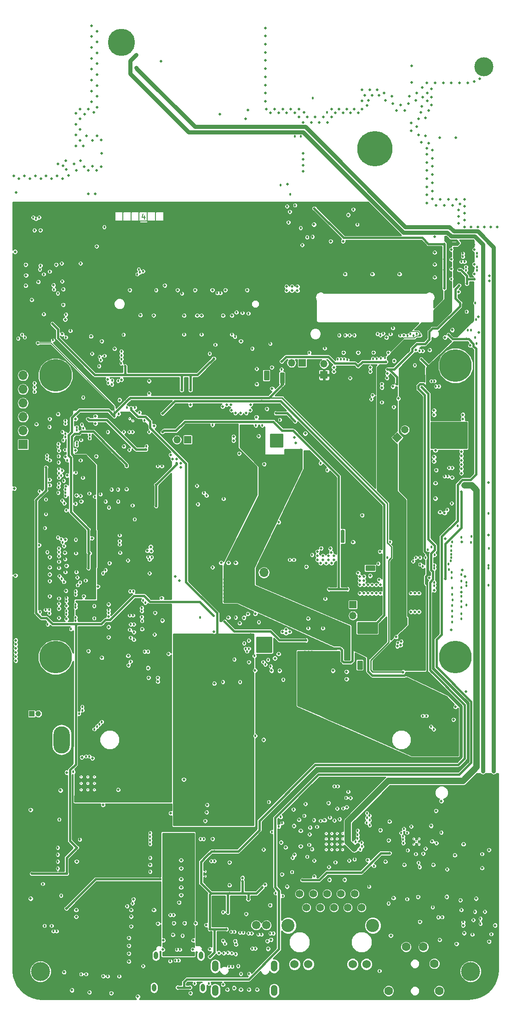
<source format=gbr>
G04 #@! TF.GenerationSoftware,KiCad,Pcbnew,5.0.0*
G04 #@! TF.CreationDate,2018-08-16T00:24:55-04:00*
G04 #@! TF.ProjectId,dvk-mx8m-bsb,64766B2D6D78386D2D6273622E6B6963,v0.1.0*
G04 #@! TF.SameCoordinates,Original*
G04 #@! TF.FileFunction,Copper,L4,Inr,Plane*
G04 #@! TF.FilePolarity,Positive*
%FSLAX46Y46*%
G04 Gerber Fmt 4.6, Leading zero omitted, Abs format (unit mm)*
G04 Created by KiCad (PCBNEW 5.0.0) date Thu Aug 16 00:24:55 2018*
%MOMM*%
%LPD*%
G01*
G04 APERTURE LIST*
G04 #@! TA.AperFunction,NonConductor*
%ADD10C,0.130000*%
G04 #@! TD*
G04 #@! TA.AperFunction,ViaPad*
%ADD11O,1.250000X2.000000*%
G04 #@! TD*
G04 #@! TA.AperFunction,ViaPad*
%ADD12O,0.800000X1.400000*%
G04 #@! TD*
G04 #@! TA.AperFunction,ViaPad*
%ADD13C,0.254000*%
G04 #@! TD*
G04 #@! TA.AperFunction,ViaPad*
%ADD14C,0.200000*%
G04 #@! TD*
G04 #@! TA.AperFunction,ViaPad*
%ADD15C,1.600000*%
G04 #@! TD*
G04 #@! TA.AperFunction,ViaPad*
%ADD16O,3.000000X5.000000*%
G04 #@! TD*
G04 #@! TA.AperFunction,ViaPad*
%ADD17R,1.350000X1.350000*%
G04 #@! TD*
G04 #@! TA.AperFunction,ViaPad*
%ADD18O,1.350000X1.350000*%
G04 #@! TD*
G04 #@! TA.AperFunction,ViaPad*
%ADD19C,0.300000*%
G04 #@! TD*
G04 #@! TA.AperFunction,ViaPad*
%ADD20C,6.000000*%
G04 #@! TD*
G04 #@! TA.AperFunction,ViaPad*
%ADD21C,1.350000*%
G04 #@! TD*
G04 #@! TA.AperFunction,Conductor*
%ADD22C,1.350000*%
G04 #@! TD*
G04 #@! TA.AperFunction,Conductor*
%ADD23C,0.100000*%
G04 #@! TD*
G04 #@! TA.AperFunction,ViaPad*
%ADD24C,5.000000*%
G04 #@! TD*
G04 #@! TA.AperFunction,ViaPad*
%ADD25O,1.700000X1.700000*%
G04 #@! TD*
G04 #@! TA.AperFunction,ViaPad*
%ADD26R,1.700000X1.700000*%
G04 #@! TD*
G04 #@! TA.AperFunction,ViaPad*
%ADD27C,1.550000*%
G04 #@! TD*
G04 #@! TA.AperFunction,ViaPad*
%ADD28C,1.400000*%
G04 #@! TD*
G04 #@! TA.AperFunction,ViaPad*
%ADD29C,2.400000*%
G04 #@! TD*
G04 #@! TA.AperFunction,ViaPad*
%ADD30C,1.530000*%
G04 #@! TD*
G04 #@! TA.AperFunction,ViaPad*
%ADD31C,6.500000*%
G04 #@! TD*
G04 #@! TA.AperFunction,ViaPad*
%ADD32C,3.500000*%
G04 #@! TD*
G04 #@! TA.AperFunction,ViaPad*
%ADD33R,1.000000X1.000000*%
G04 #@! TD*
G04 #@! TA.AperFunction,ViaPad*
%ADD34C,1.000000*%
G04 #@! TD*
G04 #@! TA.AperFunction,ViaPad*
%ADD35C,0.230000*%
G04 #@! TD*
G04 #@! TA.AperFunction,ViaPad*
%ADD36C,0.457200*%
G04 #@! TD*
G04 #@! TA.AperFunction,ViaPad*
%ADD37C,0.508000*%
G04 #@! TD*
G04 #@! TA.AperFunction,Conductor*
%ADD38C,0.457200*%
G04 #@! TD*
G04 #@! TA.AperFunction,Conductor*
%ADD39C,0.134620*%
G04 #@! TD*
G04 #@! TA.AperFunction,Conductor*
%ADD40C,0.800000*%
G04 #@! TD*
G04 #@! TA.AperFunction,Conductor*
%ADD41C,1.200000*%
G04 #@! TD*
G04 #@! TA.AperFunction,Conductor*
%ADD42C,0.254000*%
G04 #@! TD*
G04 #@! TA.AperFunction,Conductor*
%ADD43C,0.127000*%
G04 #@! TD*
G04 APERTURE END LIST*
D10*
X84555952Y-94121428D02*
X84555952Y-94754761D01*
X84329761Y-93759523D02*
X84103571Y-94438095D01*
X84691666Y-94438095D01*
D11*
G04 #@! TO.N,Net-(C1905-Pad1)*
G04 #@! TO.C,J1901*
X97575000Y-236625000D03*
X108425000Y-236625000D03*
X108425000Y-232125000D03*
X97575000Y-232125000D03*
G04 #@! TD*
D12*
G04 #@! TO.N,Net-(C216-Pad2)*
G04 #@! TO.C,J201*
X95290000Y-236100000D03*
X86670000Y-230150000D03*
X86310000Y-236100000D03*
X94930000Y-230150000D03*
G04 #@! TD*
D13*
G04 #@! TO.N,GND*
G04 #@! TO.C,U201*
X82400000Y-131840000D03*
X81800000Y-131440000D03*
G04 #@! TD*
D14*
G04 #@! TO.N,GND*
G04 #@! TO.C,U202*
X95750000Y-215585000D03*
X95750000Y-214685000D03*
G04 #@! TD*
D15*
G04 #@! TO.N,Net-(C1624-Pad1)*
G04 #@! TO.C,J1601*
X132700000Y-228575000D03*
G04 #@! TO.N,/HP_DET*
X135900000Y-228575000D03*
G04 #@! TO.N,Net-(C1621-Pad1)*
X137900000Y-231675000D03*
G04 #@! TO.N,GND*
X138800000Y-236675000D03*
G04 #@! TO.N,Net-(J1601-Pad1)*
X129500000Y-236675000D03*
G04 #@! TD*
D16*
G04 #@! TO.N,Net-(BT301-Pad1)*
G04 #@! TO.C,BT301*
X140700000Y-190500000D03*
G04 #@! TO.N,GND*
X69300000Y-190500000D03*
G04 #@! TD*
D17*
G04 #@! TO.N,1V8_P*
G04 #@! TO.C,JP404*
X92525000Y-135300000D03*
D18*
X90525000Y-135300000D03*
G04 #@! TD*
D19*
G04 #@! TO.N,GND*
G04 #@! TO.C,U407*
X124200000Y-177150000D03*
X124200000Y-176350000D03*
G04 #@! TD*
D20*
G04 #@! TO.N,GND*
G04 #@! TO.C,MOD101*
X68200000Y-123500000D03*
X68200000Y-175300000D03*
X141800000Y-121700000D03*
X141800000Y-175300000D03*
G04 #@! TD*
D19*
G04 #@! TO.N,GND*
G04 #@! TO.C,U405*
X126097000Y-158926000D03*
G04 #@! TD*
G04 #@! TO.N,GND*
G04 #@! TO.C,U402*
X121025000Y-153075000D03*
G04 #@! TD*
D21*
G04 #@! TO.N,5V_SOM*
G04 #@! TO.C,JP402*
X132489949Y-133510051D03*
D22*
X132489949Y-133510051D02*
X132489949Y-133510051D01*
D21*
X131075735Y-134924265D03*
D23*
G36*
X130121141Y-134924265D02*
X131075735Y-133969671D01*
X132030329Y-134924265D01*
X131075735Y-135878859D01*
X130121141Y-134924265D01*
X130121141Y-134924265D01*
G37*
G04 #@! TD*
D18*
G04 #@! TO.N,5V_P*
G04 #@! TO.C,JP403*
X122920000Y-167660000D03*
D17*
X122920000Y-165660000D03*
G04 #@! TD*
D19*
G04 #@! TO.N,GND*
G04 #@! TO.C,U404*
X107000000Y-123500000D03*
G04 #@! TD*
G04 #@! TO.N,GND*
G04 #@! TO.C,U2201*
X75300000Y-199700000D03*
X74100000Y-199700000D03*
X72900000Y-199700000D03*
X72900000Y-198500000D03*
X72900000Y-197300000D03*
X74100000Y-197300000D03*
X75300000Y-197300000D03*
X74100000Y-198500000D03*
X75300000Y-198500000D03*
G04 #@! TD*
G04 #@! TO.N,GND*
G04 #@! TO.C,U301*
X105650000Y-172100000D03*
X105650000Y-173000000D03*
X105650000Y-173900000D03*
X106550000Y-173900000D03*
X107450000Y-173900000D03*
X107450000Y-173000000D03*
X107450000Y-172100000D03*
X106550000Y-172100000D03*
X106550000Y-173000000D03*
G04 #@! TD*
D24*
G04 #@! TO.N,GND*
G04 #@! TO.C,MOD1501*
X80350000Y-62300000D03*
G04 #@! TD*
D25*
G04 #@! TO.N,VBAT_REG*
G04 #@! TO.C,JP301*
X106545500Y-159750000D03*
D26*
X104005500Y-159750000D03*
G04 #@! TD*
D27*
G04 #@! TO.N,Net-(MK1601-Pad2)*
G04 #@! TO.C,MK1601*
X105100000Y-224591000D03*
G04 #@! TO.N,GND*
X107000000Y-224591000D03*
G04 #@! TD*
D28*
G04 #@! TO.N,/Ethernet/ETH_TRX3_N*
G04 #@! TO.C,J1701*
X123245000Y-218810000D03*
G04 #@! TO.N,GND*
X124515000Y-221350000D03*
D29*
G04 #@! TO.N,Net-(FB1703-Pad1)*
X126590000Y-224650000D03*
X111005000Y-224650000D03*
D30*
G04 #@! TO.N,GND*
X125435000Y-231770000D03*
X114705000Y-231770000D03*
G04 #@! TO.N,Net-(J1701-Pad11)*
X112165000Y-231770000D03*
G04 #@! TO.N,Net-(J1701-Pad13)*
X122895000Y-231770000D03*
D28*
G04 #@! TO.N,/Ethernet/ETH_TRX3_P*
X121975000Y-221350000D03*
G04 #@! TO.N,/Ethernet/ETH_TRX2_N*
X119435000Y-221350000D03*
G04 #@! TO.N,/Ethernet/ETH_TRX1_N*
X120705000Y-218810000D03*
G04 #@! TO.N,/Ethernet/ETH_TRX2_P*
X118165000Y-218810000D03*
G04 #@! TO.N,/Ethernet/ETH_TRX1_P*
X116895000Y-221350000D03*
G04 #@! TO.N,/Ethernet/ETH_TRX0_N*
X115625000Y-218810000D03*
G04 #@! TO.N,/Ethernet/ETH_TRX0_P*
X114355000Y-221350000D03*
G04 #@! TO.N,Net-(C1719-Pad1)*
X113085000Y-218810000D03*
G04 #@! TD*
D31*
G04 #@! TO.N,GND*
G04 #@! TO.C,MOD1801*
X127000000Y-81840000D03*
G04 #@! TD*
D19*
G04 #@! TO.N,GND*
G04 #@! TO.C,U1701*
X120000000Y-208700000D03*
X120000000Y-209700000D03*
X119000000Y-209700000D03*
X118000000Y-209700000D03*
X118000000Y-210700000D03*
X119000000Y-210700000D03*
X120000000Y-210700000D03*
X121000000Y-210700000D03*
X121000000Y-209700000D03*
X121000000Y-208700000D03*
X121000000Y-207700000D03*
X120000000Y-207700000D03*
X119000000Y-207700000D03*
X118000000Y-207700000D03*
X118000000Y-208700000D03*
X119000000Y-208700000D03*
G04 #@! TD*
G04 #@! TO.N,GND*
G04 #@! TO.C,U401*
X109640000Y-136245000D03*
X109640000Y-134645000D03*
X108040000Y-134645000D03*
X108040000Y-136245000D03*
X108840000Y-135445000D03*
G04 #@! TD*
D32*
G04 #@! TO.N,GND*
G04 #@! TO.C,MNT103*
X144600000Y-233100000D03*
G04 #@! TD*
D33*
G04 #@! TO.N,GND*
G04 #@! TO.C,J2401*
X63775000Y-185700000D03*
D34*
G04 #@! TO.N,Net-(C2401-Pad1)*
X65025000Y-185700000D03*
G04 #@! TD*
D32*
G04 #@! TO.N,GND*
G04 #@! TO.C,MNT102*
X147000000Y-66750000D03*
G04 #@! TD*
G04 #@! TO.N,GND*
G04 #@! TO.C,MNT101*
X65400000Y-233100000D03*
G04 #@! TD*
D35*
G04 #@! TO.N,GND*
G04 #@! TO.C,U1601*
X134600000Y-209200000D03*
X134100000Y-208700000D03*
X135100000Y-208700000D03*
X135100000Y-209700000D03*
X134100000Y-209700000D03*
G04 #@! TD*
D26*
G04 #@! TO.N,GND*
G04 #@! TO.C,J701*
X62200000Y-136200000D03*
D25*
G04 #@! TO.N,Net-(J701-Pad2)*
X62200000Y-133660000D03*
G04 #@! TO.N,Net-(J701-Pad3)*
X62200000Y-131120000D03*
G04 #@! TO.N,/UART Debug/RX<-TX*
X62200000Y-128580000D03*
G04 #@! TO.N,/UART Debug/TX->RX*
X62200000Y-126040000D03*
G04 #@! TO.N,Net-(J701-Pad6)*
X62200000Y-123500000D03*
G04 #@! TD*
D18*
G04 #@! TO.N,3V3*
G04 #@! TO.C,JP401*
X111620000Y-121200000D03*
D17*
X113620000Y-121200000D03*
G04 #@! TD*
D18*
G04 #@! TO.N,3V3_P*
G04 #@! TO.C,JP1801*
X117600000Y-121400000D03*
D17*
X117600000Y-123400000D03*
G04 #@! TD*
D36*
G04 #@! TO.N,GND*
X101360000Y-168028500D03*
D37*
X106487500Y-190500000D03*
X79962500Y-128015000D03*
X86345000Y-132769500D03*
X89950000Y-224200000D03*
X93986000Y-224239277D03*
X91950000Y-224200000D03*
X103600000Y-167362500D03*
X104950000Y-167362500D03*
X102870000Y-168062500D03*
X107955000Y-177787500D03*
X110600000Y-170920000D03*
X110600000Y-170245000D03*
X111275000Y-170650000D03*
X109925000Y-170650000D03*
X81700000Y-231265000D03*
X81700000Y-228365000D03*
X81700000Y-226915000D03*
X81700000Y-229815000D03*
X91800000Y-197798000D03*
X96087500Y-202475000D03*
X93550000Y-227390000D03*
X88050000Y-227390000D03*
X93425000Y-229090000D03*
X87925000Y-229090000D03*
X90937500Y-220410000D03*
X113000000Y-205215000D03*
X97412500Y-180150000D03*
X75532500Y-132345000D03*
X91290000Y-217635000D03*
X91290000Y-219060000D03*
X91290000Y-212635000D03*
X100210000Y-217235000D03*
X100210000Y-213035000D03*
X95735000Y-205410000D03*
X96001000Y-203825000D03*
X103777500Y-176200000D03*
X104915000Y-177750000D03*
X100010000Y-157971500D03*
X101360000Y-157971500D03*
X114687000Y-168187000D03*
X114337000Y-158667000D03*
X112165000Y-211650000D03*
X127985000Y-207100000D03*
X71890000Y-131500000D03*
X75532500Y-130995000D03*
X113930000Y-75110000D03*
X129900000Y-226500000D03*
X135240000Y-223960000D03*
X134900000Y-219400000D03*
X130400000Y-219600000D03*
X132385000Y-213500000D03*
X137715000Y-213500000D03*
X137500000Y-209175000D03*
X137325000Y-206325000D03*
X143275000Y-209700000D03*
X146700000Y-214100000D03*
X136300000Y-76175000D03*
X130075000Y-72200000D03*
X133325000Y-72200000D03*
X141900000Y-79810800D03*
X138900000Y-79810800D03*
X133710800Y-69600000D03*
X133710800Y-66600000D03*
X81250000Y-144420000D03*
X74900000Y-153435000D03*
X76920000Y-202500000D03*
X79720000Y-199700000D03*
X89350000Y-204000000D03*
X85600000Y-213485000D03*
X73365000Y-164100000D03*
X107300000Y-228930000D03*
X83325000Y-237725000D03*
X78425000Y-237075000D03*
X74425000Y-236932200D03*
X82100000Y-223000000D03*
X71209261Y-236548320D03*
X69100000Y-199800000D03*
X63600000Y-219700000D03*
X63600000Y-203400000D03*
X121800000Y-202900000D03*
X136300000Y-79425000D03*
X131700000Y-73800000D03*
X134700000Y-77800000D03*
X128700000Y-71600000D03*
X127400000Y-71000000D03*
X128900000Y-72900000D03*
X127700000Y-72000000D03*
X126000000Y-71000000D03*
X124600000Y-71000000D03*
X126425000Y-72000000D03*
X125150000Y-72000000D03*
X139550000Y-69725000D03*
X138050000Y-69725000D03*
X136550000Y-69725000D03*
X141050000Y-69725000D03*
X142550000Y-69725000D03*
X144050000Y-69725000D03*
X146300000Y-68975000D03*
X145300000Y-69475000D03*
X130250000Y-73500000D03*
X133150000Y-73500000D03*
X135700000Y-70600000D03*
X134700000Y-71600000D03*
X137400000Y-70800000D03*
X136650000Y-73050000D03*
X134500000Y-72900000D03*
X136900000Y-74800000D03*
X137400000Y-73800000D03*
X137400000Y-72300000D03*
X136650000Y-71550000D03*
X135800000Y-72300000D03*
X135650000Y-74050000D03*
X135450000Y-75150000D03*
X137550000Y-82075000D03*
X136900000Y-80800000D03*
X137550000Y-83575000D03*
X137550000Y-85075000D03*
X137550000Y-86575000D03*
X137550000Y-88075000D03*
X137550000Y-89575000D03*
X137550000Y-91075000D03*
X139000000Y-91175000D03*
X140500000Y-91175000D03*
X142000000Y-91175000D03*
X143500000Y-91175000D03*
X143500000Y-92425000D03*
X143500000Y-93675000D03*
X143500000Y-94925000D03*
X143500000Y-96175000D03*
X144700000Y-96175000D03*
X145900000Y-96175000D03*
X147100000Y-96175000D03*
X148300000Y-96175000D03*
X149500000Y-96175000D03*
X136500000Y-87325000D03*
X136500000Y-90325000D03*
X136500000Y-88825000D03*
X136500000Y-85825000D03*
X136500000Y-91825000D03*
X136500000Y-82825000D03*
X136500000Y-84325000D03*
X138275000Y-92225000D03*
X139775000Y-92225000D03*
X141275000Y-92225000D03*
X142400000Y-93050000D03*
X142600000Y-91950000D03*
X142400000Y-94300000D03*
X142400000Y-95550000D03*
X136500000Y-81775000D03*
X135000000Y-76350000D03*
X135000000Y-79250000D03*
X135525000Y-80650000D03*
X124600000Y-73000000D03*
X132450000Y-74800000D03*
X130950000Y-74800000D03*
X133675000Y-77050000D03*
X133675000Y-78550000D03*
X118449164Y-202107627D03*
X145600000Y-219700000D03*
X142700000Y-220000000D03*
X138900000Y-227300000D03*
X140202007Y-219367985D03*
X125800000Y-72900000D03*
X124600000Y-74500000D03*
X123200000Y-74500000D03*
X121800000Y-74500000D03*
X120400000Y-74500000D03*
X119000000Y-74500000D03*
X119000000Y-76000000D03*
X117500000Y-76000000D03*
X116000000Y-76000000D03*
X114500000Y-76000000D03*
X112250000Y-75250000D03*
X113000000Y-74500000D03*
X111500000Y-74500000D03*
X110000000Y-74500000D03*
X108500000Y-74500000D03*
X106800000Y-73100000D03*
X106800000Y-71600000D03*
X106800000Y-70100000D03*
X106800000Y-68600000D03*
X106800000Y-67100000D03*
X106800000Y-64100000D03*
X106800000Y-65600000D03*
X106800000Y-62600000D03*
X106800000Y-61100000D03*
X106800000Y-59600000D03*
X113000000Y-76000000D03*
X110750000Y-75250000D03*
X109250000Y-75250000D03*
X107750000Y-75250000D03*
X118250000Y-77000000D03*
X115250000Y-77000000D03*
X113750000Y-77000000D03*
X116750000Y-77000000D03*
X119700000Y-75200000D03*
X121100000Y-75200000D03*
X122500000Y-75200000D03*
X123900000Y-75200000D03*
X125500000Y-73900000D03*
X107000000Y-74500000D03*
X101240000Y-227500000D03*
X107200000Y-227500000D03*
X101400000Y-228150000D03*
X107850000Y-227250000D03*
X99000000Y-227450000D03*
X95900000Y-224550000D03*
X128900000Y-212900000D03*
X125651680Y-212600000D03*
X65399999Y-96800000D03*
X60750000Y-100750000D03*
X75750000Y-99750000D03*
X60900000Y-89900000D03*
X74250000Y-90100000D03*
X75500000Y-90100000D03*
X62750000Y-105100000D03*
X63800000Y-109615000D03*
X83800000Y-112400000D03*
X86250000Y-112450000D03*
X91850000Y-112500000D03*
X94250000Y-112500000D03*
X95050000Y-112500000D03*
X81850000Y-107800000D03*
X90650000Y-107800000D03*
X100650000Y-112500000D03*
X80300000Y-124300000D03*
X77800000Y-124200000D03*
X79050000Y-118600000D03*
X69400000Y-115900000D03*
X115800000Y-215635000D03*
X118600000Y-216235000D03*
X121400000Y-216235000D03*
X77950000Y-171650000D03*
X71987500Y-223050000D03*
X98232500Y-229698000D03*
X102300000Y-236450000D03*
X103800000Y-236450000D03*
X105290000Y-236450000D03*
X99800000Y-236450000D03*
X101040000Y-236135000D03*
X99000000Y-112500000D03*
X76700000Y-117200000D03*
X103450000Y-107800000D03*
X99450000Y-107800000D03*
X97050000Y-107800000D03*
X93850000Y-107800000D03*
X102300000Y-117200000D03*
X102300000Y-117200000D03*
X74700000Y-116312500D03*
D36*
X100650000Y-115977080D03*
X91833404Y-115977080D03*
X95050000Y-115977080D03*
D37*
X69600000Y-110500000D03*
X69956585Y-113218343D03*
X119400000Y-122800000D03*
X119400000Y-122000000D03*
X126100000Y-122000000D03*
X113765000Y-82700000D03*
X113765000Y-83800000D03*
X113765000Y-84900000D03*
X113765000Y-86000000D03*
X70185000Y-85650000D03*
X68650000Y-84637000D03*
X71570000Y-84637000D03*
X75025000Y-80300000D03*
X75025000Y-85000000D03*
X70110000Y-83987000D03*
X126700000Y-119300000D03*
X110900000Y-88300000D03*
X87600000Y-65740000D03*
X134500000Y-118800000D03*
X110525000Y-210273000D03*
X113300000Y-210085000D03*
X113300000Y-207225000D03*
X112075000Y-206327000D03*
X76712500Y-175412500D03*
X74231647Y-174187500D03*
X74973761Y-193900000D03*
X143000000Y-154100000D03*
X141218516Y-115131484D03*
X143399998Y-226050000D03*
X60600000Y-144285000D03*
X60800000Y-160285000D03*
X85100000Y-155750000D03*
D36*
X98992800Y-222200000D03*
D37*
X142900000Y-163324620D03*
X137900000Y-163000000D03*
X141000000Y-170300000D03*
X139900000Y-153500000D03*
X143100000Y-159256514D03*
X138100000Y-146124620D03*
X60470000Y-86860000D03*
X62470000Y-86860000D03*
X64470000Y-86860000D03*
X66470000Y-86860000D03*
X68470000Y-86860000D03*
X69470000Y-87360000D03*
X63470000Y-87360000D03*
X61470000Y-87360000D03*
X65470000Y-87360000D03*
X67470000Y-87360000D03*
X72800000Y-84000000D03*
X73300000Y-81300000D03*
X71900000Y-81300000D03*
X76600000Y-85100000D03*
X71900000Y-79300000D03*
X71900000Y-77300000D03*
X71900000Y-75300000D03*
X72700000Y-74560000D03*
X72700000Y-76300000D03*
X72700000Y-78300000D03*
X72700000Y-80300000D03*
X74200000Y-74560000D03*
X74860000Y-73200000D03*
X74860000Y-71200000D03*
X74860000Y-69200000D03*
X74860000Y-67200000D03*
X74860000Y-65200000D03*
X74860000Y-63200000D03*
X74860000Y-61200000D03*
X74860000Y-59200000D03*
X75860000Y-72200000D03*
X75860000Y-60200000D03*
X75860000Y-74200000D03*
X75860000Y-70200000D03*
X75860000Y-68200000D03*
X75860000Y-62200000D03*
X75860000Y-64200000D03*
X75860000Y-66200000D03*
X73575000Y-75500000D03*
X76695000Y-82650000D03*
X73850000Y-79475000D03*
X75800000Y-79475000D03*
X75775000Y-85800000D03*
X73450000Y-85100000D03*
X74225000Y-85800000D03*
X75200000Y-75100000D03*
X69535000Y-84950000D03*
X70600000Y-86700000D03*
X72010000Y-85760000D03*
X80750000Y-136548320D03*
X105560000Y-134655000D03*
X105165000Y-131150000D03*
X112380000Y-135919000D03*
X112120000Y-134887500D03*
X121185000Y-119300000D03*
X123885000Y-119300000D03*
X106585000Y-139800000D03*
X107980000Y-122022500D03*
X101290000Y-130400000D03*
X102290000Y-130400000D03*
X103290000Y-130400000D03*
X108046000Y-125930000D03*
X105220000Y-125120000D03*
X137849998Y-129925000D03*
X137850000Y-130725000D03*
X143150000Y-130725000D03*
X142890000Y-137500000D03*
X138110000Y-137300000D03*
X142890000Y-138300000D03*
X142890000Y-139100000D03*
X142890000Y-139900000D03*
X142890000Y-140700000D03*
X142890000Y-141500000D03*
X67110000Y-160100000D03*
X67110000Y-158800000D03*
X64660000Y-132470000D03*
X86285000Y-221800000D03*
X82530000Y-219825000D03*
X103270034Y-222524966D03*
X102600000Y-215900000D03*
X107700000Y-220900000D03*
X76600000Y-80200000D03*
X137000000Y-160700000D03*
X75683940Y-138346060D03*
X71850000Y-137248000D03*
X72070000Y-212860000D03*
X143150000Y-131510000D03*
X121025000Y-152120000D03*
X121025000Y-154030000D03*
X124635000Y-149200000D03*
X117075000Y-155285000D03*
X127717000Y-161051000D03*
X127887500Y-155900000D03*
X123875000Y-159812500D03*
X146057359Y-112688369D03*
X132300000Y-116100000D03*
X145250000Y-103050000D03*
D36*
X145400000Y-110200000D03*
D37*
X145250000Y-104850000D03*
X141190000Y-142300000D03*
X141025000Y-103950000D03*
X141025000Y-102150000D03*
X141025000Y-100350000D03*
X142375000Y-108150000D03*
X137075000Y-118850000D03*
X137980000Y-105460000D03*
X137980000Y-97990000D03*
X137980000Y-103101514D03*
X137980000Y-100887500D03*
X148050000Y-106130000D03*
X148050000Y-105185000D03*
X77950000Y-167850000D03*
X77950000Y-169750000D03*
X68800000Y-166400000D03*
X69900000Y-156100000D03*
X70000000Y-153700000D03*
X70200000Y-158500000D03*
X70200000Y-165900000D03*
X70326859Y-141892852D03*
X72911802Y-146671222D03*
X72033447Y-145544510D03*
X145261177Y-100361866D03*
X114150500Y-134187000D03*
X100590000Y-129884500D03*
X103990000Y-129882500D03*
X100490000Y-128882500D03*
X104090000Y-128882500D03*
X100947200Y-134750000D03*
X100947200Y-135500000D03*
X101987500Y-137845000D03*
X84100000Y-170150000D03*
X70100000Y-163100000D03*
X87850000Y-168562500D03*
X75975000Y-162315000D03*
X126100000Y-122800000D03*
X100000000Y-168028500D03*
X97350000Y-170650000D03*
X86500000Y-167150000D03*
X143590000Y-160520000D03*
X134332500Y-163560000D03*
X133582500Y-163560000D03*
X135082500Y-163560000D03*
X134332500Y-166960000D03*
X133582500Y-166960000D03*
X135082500Y-166960000D03*
X121765000Y-177975000D03*
X119250000Y-177787500D03*
X121765000Y-179325000D03*
X111700000Y-107175000D03*
X110700000Y-107175000D03*
X112700000Y-107175000D03*
X112700000Y-107925000D03*
X110700000Y-107925000D03*
X111700000Y-107925000D03*
X126525000Y-127160000D03*
X129198000Y-123984000D03*
X98660000Y-157971500D03*
X128215000Y-125075000D03*
D36*
X117750000Y-118522920D03*
D37*
X129100000Y-116551680D03*
X118830000Y-98825000D03*
X122060000Y-93975000D03*
X131825000Y-172437500D03*
X131200000Y-172700000D03*
X131100000Y-173300000D03*
X130900000Y-171600000D03*
X144500000Y-118000000D03*
X149100000Y-224615000D03*
X68660000Y-130620000D03*
X122400000Y-123985002D03*
X129440000Y-119300000D03*
X143740000Y-181650000D03*
X141815000Y-184450000D03*
X147850000Y-152899998D03*
X147850000Y-143200000D03*
X93035000Y-237085000D03*
X87046243Y-224303757D03*
D36*
X66015000Y-112240000D03*
D37*
X67800000Y-106900000D03*
X148000000Y-227600000D03*
X70057660Y-143868456D03*
X131697988Y-173097988D03*
X130500000Y-120815000D03*
X139881010Y-116500000D03*
X77950000Y-165600000D03*
X99700000Y-128875000D03*
X98925000Y-129250000D03*
X70000000Y-138500000D03*
X62700000Y-107000000D03*
X103612500Y-74750000D03*
X103150000Y-76332500D03*
X69600000Y-107650000D03*
X98470000Y-75450000D03*
X129500000Y-208965000D03*
X141675500Y-211725000D03*
X129651000Y-205549000D03*
X138212500Y-203550000D03*
X142000000Y-228035000D03*
X143225000Y-224645002D03*
X147970000Y-210750000D03*
X139200000Y-201780000D03*
X88300000Y-106952920D03*
X131500000Y-104865000D03*
X126500000Y-104865000D03*
X121500000Y-104865000D03*
X115750000Y-95745000D03*
X93000000Y-128935000D03*
X97100000Y-208730000D03*
X60870000Y-172212500D03*
X60870000Y-175962500D03*
X60870000Y-173712500D03*
X60870000Y-172962500D03*
X60870000Y-174462500D03*
X60870000Y-175212500D03*
X87030000Y-179800000D03*
X85400000Y-124530000D03*
X90250000Y-160500000D03*
X91000000Y-161250000D03*
X87730000Y-164440000D03*
X73017012Y-193717010D03*
X70227011Y-196507011D03*
X81550000Y-175049998D03*
X85200000Y-177287500D03*
X107085000Y-129650000D03*
D36*
X72850000Y-135370000D03*
D37*
X65015000Y-106300000D03*
X68300000Y-103128320D03*
X62700000Y-103128320D03*
X69750000Y-233240000D03*
X109415000Y-177787500D03*
X85700000Y-155025000D03*
X70200007Y-168299993D03*
X138960000Y-148650000D03*
X137850000Y-139287500D03*
X137850000Y-138487500D03*
X138262500Y-140900000D03*
X138110000Y-143300000D03*
X109700000Y-209375000D03*
X109850000Y-215250000D03*
X102085000Y-169062500D03*
G04 #@! TO.N,Net-(BT301-Pad1)*
X115385000Y-176845000D03*
X115385000Y-176225000D03*
X115385000Y-175605000D03*
X115385000Y-174985000D03*
X115385000Y-174365000D03*
X114765000Y-174365000D03*
X114765000Y-174985000D03*
X114765000Y-175605000D03*
X114765000Y-176845000D03*
X114765000Y-176225000D03*
X114145000Y-176845000D03*
X113525000Y-176845000D03*
X112905000Y-176845000D03*
X114145000Y-176225000D03*
X113525000Y-176225000D03*
X112905000Y-176225000D03*
X114145000Y-175605000D03*
X114145000Y-174985000D03*
X114145000Y-174365000D03*
G04 #@! TO.N,5V_SOM*
X138110000Y-132300000D03*
X138110000Y-132300000D03*
X138110000Y-133100000D03*
X138110000Y-133900000D03*
X138110000Y-134700000D03*
X138110000Y-135500000D03*
X138110000Y-136500000D03*
X142890000Y-132300000D03*
X142890000Y-133100000D03*
X142890000Y-133900000D03*
X142890000Y-134700000D03*
X142890000Y-135500000D03*
X142890000Y-136500000D03*
X118775000Y-155335000D03*
X116400000Y-155900000D03*
X117400000Y-157400000D03*
X118400000Y-157400000D03*
X119400000Y-157400000D03*
X119000000Y-158050000D03*
X118000000Y-158050000D03*
X117000000Y-158050000D03*
X116400000Y-157400000D03*
X116400000Y-156650000D03*
X119400000Y-156650000D03*
X118400000Y-156650000D03*
X117400000Y-156650000D03*
X118900000Y-156050000D03*
G04 #@! TO.N,3V3_OUT*
X66410000Y-144610000D03*
X66410000Y-140390000D03*
X74160000Y-131500000D03*
X87860000Y-133900000D03*
X84827896Y-137124409D03*
X142890000Y-144900000D03*
X139900000Y-160900000D03*
X97290400Y-167700000D03*
X70210000Y-215120000D03*
X63810000Y-215120000D03*
X72070000Y-210330000D03*
X121900000Y-162800000D03*
X118537000Y-162800000D03*
X114300000Y-172200000D03*
X99300000Y-168800004D03*
D36*
G04 #@! TO.N,/ENET_2V5*
X123816967Y-209857570D03*
X114500000Y-212000000D03*
X126800000Y-213700000D03*
X143500000Y-143700000D03*
X108700000Y-218700000D03*
X115400010Y-210622920D03*
X109650000Y-204700000D03*
X113962955Y-204462955D03*
D37*
G04 #@! TO.N,1V8_P*
X100210000Y-218735000D03*
X91290000Y-214135000D03*
X91292000Y-216135000D03*
X99900000Y-222250000D03*
X96550000Y-225300000D03*
X102600000Y-216550000D03*
X103650000Y-219800000D03*
X106250000Y-217650000D03*
X146068990Y-115600000D03*
X131285006Y-127750000D03*
X142449000Y-106950000D03*
X139750000Y-99312500D03*
X139750000Y-102131514D03*
X139750000Y-104061514D03*
X128250000Y-125750000D03*
X115835000Y-92800000D03*
X139750000Y-107500000D03*
X90462500Y-138870000D03*
X90462500Y-139620000D03*
X89712500Y-138870000D03*
X89362500Y-138120000D03*
X91212500Y-139620000D03*
X91212500Y-140370000D03*
X129265000Y-122400000D03*
X129650000Y-211350000D03*
X70200000Y-221500000D03*
X96600000Y-230400000D03*
X97400000Y-211000000D03*
D36*
X87400000Y-216135000D03*
D37*
X113600000Y-216300000D03*
X86700000Y-143600000D03*
X86700000Y-147500000D03*
X81000000Y-121800000D03*
X67600000Y-114000000D03*
X130977996Y-125077996D03*
X129000000Y-121000000D03*
X109800000Y-120900000D03*
X123850000Y-121800000D03*
X97300000Y-120400000D03*
X91400000Y-126200000D03*
X93000000Y-126200000D03*
X135600000Y-125700000D03*
X142600000Y-110166514D03*
D36*
X94950000Y-216850000D03*
D37*
X99650000Y-225300000D03*
X106750000Y-217150000D03*
D36*
X137500000Y-178100000D03*
G04 #@! TO.N,VBUS*
X100326000Y-172250000D03*
X99470000Y-171750000D03*
X101182000Y-173750000D03*
X101182000Y-172750000D03*
X101182000Y-171750000D03*
X100326000Y-171250000D03*
X100326000Y-173250000D03*
X99470000Y-173750000D03*
D37*
X104075000Y-171155000D03*
X102980000Y-171337500D03*
X93000000Y-203824667D03*
X90600000Y-202916334D03*
X90600000Y-203824667D03*
X91400000Y-202916334D03*
X91400000Y-203824667D03*
X92200000Y-203824667D03*
X92200000Y-202916334D03*
X93000000Y-202916334D03*
D36*
X100326000Y-174250000D03*
X102038000Y-172250000D03*
X102038000Y-173250000D03*
X102038000Y-174250000D03*
X99470000Y-172750000D03*
D37*
X82093335Y-129480140D03*
D36*
G04 #@! TO.N,/USB-C/BYPASS*
X77807500Y-133900000D03*
D37*
G04 #@! TO.N,3V3*
X79007500Y-130995000D03*
X74200000Y-151815000D03*
X74435000Y-156200000D03*
X64910000Y-117537500D03*
X74252989Y-158912989D03*
X110020000Y-124725000D03*
X110020000Y-123975000D03*
X110020000Y-123225000D03*
X112280000Y-131912500D03*
X108760000Y-130450000D03*
X132150000Y-178050000D03*
G04 #@! TO.N,5V_P*
X76100000Y-201125000D03*
X126097000Y-160351000D03*
X124200000Y-160500000D03*
X124950000Y-160500000D03*
X124200000Y-161250000D03*
X124950000Y-161250000D03*
X124200000Y-162000000D03*
X124950000Y-162000000D03*
X124950000Y-162000000D03*
X124200000Y-162000000D03*
X126450000Y-162000000D03*
X125700000Y-162000000D03*
X127950000Y-162000000D03*
X127200000Y-162000000D03*
X124950000Y-163561610D03*
X124200000Y-163561610D03*
X127950000Y-163561610D03*
X127200000Y-163561610D03*
X126450000Y-163561610D03*
X125700000Y-163561610D03*
X124000000Y-169100000D03*
X125600000Y-169100000D03*
X126400000Y-169100000D03*
X124800000Y-169100000D03*
X127200000Y-169100000D03*
X125600000Y-169900000D03*
X124800000Y-169900000D03*
X127200000Y-169900000D03*
X126400000Y-169900000D03*
X124000000Y-169900000D03*
X124000000Y-170700000D03*
X124800000Y-170700000D03*
X125600000Y-170700000D03*
X126400000Y-170700000D03*
X77950000Y-169100000D03*
X89300000Y-179800000D03*
X87893000Y-130494500D03*
X85399992Y-126800000D03*
X73000000Y-165300000D03*
X127200000Y-170700000D03*
X106115000Y-128250000D03*
X72670496Y-136645496D03*
G04 #@! TO.N,Net-(C216-Pad2)*
X96612500Y-229000000D03*
D36*
G04 #@! TO.N,/Battery/RGEN*
X105600000Y-168875000D03*
D37*
G04 #@! TO.N,VBAT*
X109240000Y-174720000D03*
X108565000Y-175512500D03*
G04 #@! TO.N,VBAT_REG*
X99295333Y-165050000D03*
X99295333Y-164366666D03*
X99295333Y-163683333D03*
X99295333Y-163000000D03*
X99295333Y-162316667D03*
X99295333Y-161633333D03*
X99295333Y-160950000D03*
X100327667Y-165050000D03*
X100327667Y-164366666D03*
X100327667Y-163683333D03*
X100327667Y-163000000D03*
X100327667Y-162316667D03*
X100327667Y-161633333D03*
X100327667Y-160950000D03*
X101360000Y-165050000D03*
X101360000Y-164366666D03*
X101360000Y-163683333D03*
X101360000Y-162316667D03*
X101360000Y-163000000D03*
X101360000Y-161633333D03*
X101360000Y-160950000D03*
X104500000Y-134315000D03*
X111740000Y-139640000D03*
X112290000Y-139090000D03*
X111190000Y-140190000D03*
X113380000Y-137194000D03*
X113380000Y-137944000D03*
X111540000Y-138890000D03*
X110790000Y-139173000D03*
X111540000Y-138140004D03*
X110445000Y-140448000D03*
X122950000Y-154147500D03*
X104000000Y-136000000D03*
X104000000Y-135250000D03*
X121515000Y-174425000D03*
X122215000Y-174425000D03*
X122215000Y-175037500D03*
X121515000Y-175037500D03*
X121515000Y-175650000D03*
X122215000Y-175650000D03*
X103250000Y-135250000D03*
X103250000Y-136000000D03*
X103625000Y-133750000D03*
X103625000Y-133000000D03*
X103625000Y-134500000D03*
X104000000Y-136750000D03*
X103250000Y-136750000D03*
G04 #@! TO.N,3V3_P*
X108000000Y-214900000D03*
X106950000Y-205800000D03*
X114900000Y-91900000D03*
X135000000Y-224900000D03*
X137925000Y-222100000D03*
X144075000Y-209700000D03*
X81250000Y-140180000D03*
X78830000Y-137500000D03*
X137500000Y-219600000D03*
X122800000Y-202900000D03*
X143400000Y-228600000D03*
X88300000Y-116300000D03*
X105085000Y-116015000D03*
X81050000Y-107800000D03*
X93050000Y-107800000D03*
X104250000Y-107800000D03*
D36*
X103700000Y-111235382D03*
X80500000Y-112400000D03*
X79700000Y-117200000D03*
D37*
X74700000Y-110087500D03*
X110625000Y-101700000D03*
D36*
X81900000Y-109222920D03*
X88300000Y-109222920D03*
D37*
X64500000Y-115800000D03*
X93430000Y-117200000D03*
X119515000Y-119985000D03*
X122700000Y-120100002D03*
D36*
X108800000Y-92600000D03*
D37*
X112650000Y-93450000D03*
X73415000Y-138297000D03*
X63300000Y-181825000D03*
X110350000Y-232350000D03*
X64550000Y-135325000D03*
X60854000Y-152515000D03*
X111000000Y-119400000D03*
X110000000Y-117100000D03*
X100540000Y-121532500D03*
X100540000Y-122282500D03*
X100540000Y-123032500D03*
X99790000Y-122282500D03*
X99790000Y-123032500D03*
X99790000Y-121532500D03*
X99040000Y-122282500D03*
X99040000Y-121532500D03*
X99040000Y-123032500D03*
X99040000Y-123782500D03*
X99790000Y-123782500D03*
X100540000Y-123782500D03*
X94925000Y-225174998D03*
X137500000Y-223700000D03*
X99040000Y-124532500D03*
X99790000Y-124532500D03*
X100540000Y-124532500D03*
X99050000Y-115950000D03*
X110000000Y-114862500D03*
X110000000Y-115612500D03*
X110000000Y-116362500D03*
X113400000Y-114862500D03*
X113400000Y-116362500D03*
X113400000Y-115612500D03*
X110000000Y-98737500D03*
X113400000Y-100237500D03*
X110000000Y-100237500D03*
X110000000Y-99487500D03*
X111000000Y-97987500D03*
X111800000Y-119200000D03*
X119690000Y-95100000D03*
X119790000Y-93975000D03*
X135245246Y-116122622D03*
X135500000Y-120544000D03*
X64860000Y-218900000D03*
X129231000Y-123150000D03*
X122450000Y-123150000D03*
X123850000Y-123015000D03*
X130309000Y-125549000D03*
X134551680Y-204025000D03*
X96850000Y-91800000D03*
X139200000Y-204050000D03*
X145750000Y-211350000D03*
X131500000Y-107135000D03*
X126500000Y-107135000D03*
X121500000Y-107135000D03*
X60870000Y-165237500D03*
X60870000Y-168237500D03*
X60870000Y-165987500D03*
X60870000Y-167487500D03*
X60870000Y-168987500D03*
X60870000Y-166737500D03*
X113300000Y-206185000D03*
G04 #@! TO.N,2V8_P*
X140510000Y-116060000D03*
X143900000Y-106650000D03*
X145300000Y-105820000D03*
X143817009Y-116817009D03*
X142500000Y-104100000D03*
X92900000Y-236050000D03*
X121100000Y-98825000D03*
X90700000Y-236050000D03*
G04 #@! TO.N,3V3_SNVS*
X141435000Y-186800000D03*
X139800000Y-148800000D03*
G04 #@! TO.N,3V3_SD*
X76950000Y-233950000D03*
X82100006Y-221800000D03*
X82099992Y-224800000D03*
X85300000Y-179100000D03*
X89000000Y-174700000D03*
X71987500Y-221800000D03*
X87000000Y-179100000D03*
X81600000Y-176800000D03*
D36*
G04 #@! TO.N,/USB Hub + SDIO Bridge/RDRV33*
X84100000Y-168650000D03*
X82000000Y-171700000D03*
X82600000Y-170700000D03*
G04 #@! TO.N,/SD2_~RST*
X75300000Y-168150000D03*
X75300000Y-165900000D03*
X141100000Y-160700004D03*
X129838369Y-115900000D03*
X115500014Y-98000000D03*
X115400000Y-156500000D03*
X129300000Y-157000000D03*
X84070000Y-167900000D03*
X97100000Y-158797508D03*
G04 #@! TO.N,/USB Hub + SDIO Bridge/RDRV5*
X85200000Y-174300000D03*
X86400000Y-171150000D03*
G04 #@! TO.N,Net-(C1301-Pad1)*
X145700000Y-117675000D03*
X144700000Y-154200000D03*
G04 #@! TO.N,/BTN2*
X65184799Y-154700000D03*
X68785132Y-155315977D03*
G04 #@! TO.N,/SYS_~RST*
X73100000Y-184450000D03*
X76250000Y-187650000D03*
X69400000Y-146500000D03*
X68830000Y-143370000D03*
G04 #@! TO.N,/ONOFF*
X61300000Y-116700000D03*
X106800000Y-176650000D03*
X79700000Y-146700000D03*
X67152000Y-143682000D03*
X111299998Y-157400000D03*
G04 #@! TO.N,/WWAN mPCIe/UIM-PWR*
X64300000Y-96800000D03*
X83234620Y-104900000D03*
X67900000Y-107700000D03*
X65400000Y-103300000D03*
X69400000Y-106200000D03*
G04 #@! TO.N,/WWAN mPCIe/UIM-CLK*
X64050000Y-94450000D03*
X84300000Y-104350004D03*
X67099994Y-104400000D03*
G04 #@! TO.N,/WWAN mPCIe/UIM-RESET*
X64572526Y-94711263D03*
X65999996Y-104899996D03*
X83500000Y-104000000D03*
G04 #@! TO.N,/WWAN mPCIe/UIM-DATA*
X65150000Y-94450000D03*
X65300016Y-104000000D03*
X83736373Y-104553716D03*
X83736372Y-104553716D03*
G04 #@! TO.N,/WWAN mPCIe/SIM_DETECT_I*
X77150000Y-96200000D03*
X69300000Y-102900000D03*
G04 #@! TO.N,Net-(C1604-Pad1)*
X134500000Y-211500000D03*
X139200000Y-207550000D03*
G04 #@! TO.N,Net-(C1606-Pad1)*
X135220000Y-213900000D03*
X135877080Y-211422920D03*
G04 #@! TO.N,Net-(C1607-Pad2)*
X136300000Y-210500000D03*
X140250500Y-214325002D03*
G04 #@! TO.N,Net-(C1608-Pad1)*
X134980000Y-213100000D03*
X133010000Y-210820000D03*
G04 #@! TO.N,Net-(C1622-Pad1)*
X138300000Y-209500000D03*
X136470000Y-186100000D03*
G04 #@! TO.N,Net-(C1703-Pad1)*
X118500000Y-213900000D03*
X111700000Y-214799994D03*
X123219324Y-212495315D03*
G04 #@! TO.N,/Ethernet/LED_ACT*
X110000000Y-219200000D03*
X122250000Y-212700000D03*
G04 #@! TO.N,Net-(C1711-Pad1)*
X115800000Y-212699994D03*
X111832000Y-212200000D03*
X115750000Y-205280000D03*
X114850000Y-209800000D03*
X119700000Y-213025000D03*
G04 #@! TO.N,/Ethernet/LED_LINK1000*
X127800000Y-233000000D03*
X129477080Y-220600000D03*
D37*
G04 #@! TO.N,/Ethernet/ENET_1V1*
X117700000Y-205299988D03*
D36*
X118700000Y-204800000D03*
G04 #@! TO.N,Net-(C1719-Pad1)*
X125900000Y-217500000D03*
D37*
X110800000Y-217500000D03*
D36*
G04 #@! TO.N,Net-(C1905-Pad1)*
X99900000Y-229650000D03*
G04 #@! TO.N,Net-(C2004-Pad1)*
X146400000Y-223400000D03*
X142899998Y-221800000D03*
G04 #@! TO.N,Net-(C2005-Pad1)*
X147200000Y-222100000D03*
X148400000Y-226235000D03*
X145385000Y-222099998D03*
X146400000Y-224300000D03*
G04 #@! TO.N,Net-(C2203-Pad2)*
X85600000Y-214755000D03*
G04 #@! TO.N,/USB1_SS_SEL*
X141000000Y-154900000D03*
X122049043Y-200049043D03*
G04 #@! TO.N,/USB-C/CC2*
X82800000Y-129440000D03*
X84300000Y-232100000D03*
D37*
G04 #@! TO.N,/USB-C/CC1*
X89800000Y-226375000D03*
D36*
X83657210Y-130300000D03*
G04 #@! TO.N,Net-(D205-Pad1)*
X91550000Y-226505000D03*
G04 #@! TO.N,Net-(D206-Pad1)*
X89275000Y-231200000D03*
G04 #@! TO.N,Net-(D301-Pad1)*
X102137500Y-179850000D03*
G04 #@! TO.N,Net-(D302-Pad1)*
X110087500Y-179425000D03*
G04 #@! TO.N,Net-(D304-Pad1)*
X98987500Y-179850000D03*
G04 #@! TO.N,/Boot Config/BOOT_MODE1*
X137800000Y-188600000D03*
X75350000Y-188550000D03*
X72500000Y-185700000D03*
G04 #@! TO.N,/Boot Config/BOOT_MODE0*
X75800000Y-188100000D03*
X73112005Y-185087995D03*
X137300000Y-188100000D03*
G04 #@! TO.N,/~IRQ*
X112050000Y-157400000D03*
X117837000Y-164572000D03*
G04 #@! TO.N,/POR_B*
X67110000Y-139100000D03*
X72650000Y-208850000D03*
G04 #@! TO.N,Net-(D1302-Pad2)*
X145565824Y-113215824D03*
X96000000Y-145600000D03*
X94400000Y-147200000D03*
X66222920Y-151550000D03*
X70140000Y-148310000D03*
G04 #@! TO.N,Net-(D1502-Pad2)*
X148000000Y-155300000D03*
X74900000Y-119500000D03*
G04 #@! TO.N,/HP_DET*
X132900000Y-219800000D03*
X68800000Y-158900000D03*
G04 #@! TO.N,/ENET_~RST*
X68900000Y-160400000D03*
X73700000Y-161200000D03*
X85500000Y-157378000D03*
X106500000Y-210700000D03*
G04 #@! TO.N,Net-(D1701-Pad2)*
X109900000Y-205800000D03*
G04 #@! TO.N,Net-(D1801-Pad2)*
X113300000Y-96399996D03*
X131650000Y-116150008D03*
G04 #@! TO.N,/WLAN+BT M.2/~W_DISABLE1*
X111050957Y-95350957D03*
X111400000Y-90200000D03*
X122300000Y-116100000D03*
X113600000Y-99500002D03*
G04 #@! TO.N,Net-(D1803-Pad2)*
X109600000Y-88500000D03*
X116950000Y-139650000D03*
X147850000Y-148900000D03*
X118199998Y-140900000D03*
D37*
G04 #@! TO.N,/HDMI/DCDC_5V_CN*
X99000000Y-235500000D03*
D36*
X99149990Y-229750000D03*
G04 #@! TO.N,/HDMI_DDC_SDA*
X102300000Y-233550000D03*
X67110000Y-164100000D03*
X100600000Y-229750000D03*
G04 #@! TO.N,/HDMI_DDC_SCL*
X103800000Y-233550000D03*
X68810000Y-164500000D03*
X101350000Y-229900000D03*
G04 #@! TO.N,/HDMI/HDMI_CEC*
X101800000Y-232100000D03*
X66730000Y-169300000D03*
D37*
G04 #@! TO.N,Net-(F201-Pad2)*
X93000000Y-211003666D03*
X92200000Y-211003666D03*
X91400000Y-211003666D03*
X90600000Y-211003666D03*
X93000000Y-210095333D03*
X92200000Y-210095333D03*
X91400000Y-210095333D03*
X90600000Y-210095333D03*
X92050000Y-227390000D03*
X89550000Y-227390000D03*
X91925000Y-229090000D03*
X89425000Y-229090000D03*
D36*
G04 #@! TO.N,Net-(FB1604-Pad1)*
X83000000Y-66940000D03*
X148840000Y-196300000D03*
G04 #@! TO.N,Net-(FB1605-Pad1)*
X83000000Y-64540000D03*
X146850000Y-196300000D03*
G04 #@! TO.N,/JTAG/JTAG_TMS*
X68590000Y-214140000D03*
X65300000Y-167000000D03*
G04 #@! TO.N,/JTAG/JTAG_TCK*
X68590000Y-212870000D03*
X66350000Y-166600000D03*
G04 #@! TO.N,/JTAG/JTAG_TDO*
X68590000Y-211600000D03*
X67000000Y-166600000D03*
G04 #@! TO.N,/JTAG/JTAG_TDI*
X68590000Y-210330000D03*
X68810000Y-168100000D03*
G04 #@! TO.N,/uSD Card/CONN_SD2_DATA2*
X79899998Y-234000000D03*
X67450000Y-224700000D03*
G04 #@! TO.N,/uSD Card/CONN_SD2_CMD*
X77800000Y-234000000D03*
X82000000Y-176100000D03*
X84586382Y-174260198D03*
X66150000Y-224700000D03*
G04 #@! TO.N,/uSD Card/CONN_SD2_DATA0*
X68400000Y-225700000D03*
X73800000Y-233599994D03*
G04 #@! TO.N,/uSD Card/CONN_SD2_DATA1*
X67800030Y-225700000D03*
X72900000Y-233600000D03*
G04 #@! TO.N,Net-(J1201-Pad3)*
X93800000Y-235300000D03*
X96425957Y-235325957D03*
G04 #@! TO.N,/LCD_~RESET*
X141025000Y-105750000D03*
X142900000Y-153300000D03*
X144767389Y-153100000D03*
G04 #@! TO.N,/LCD_LEDK*
X127284000Y-177005700D03*
X126759000Y-177005700D03*
X126759000Y-177530700D03*
X127284000Y-177530700D03*
X144000000Y-99450000D03*
X145175000Y-99450002D03*
X144575000Y-99000000D03*
G04 #@! TO.N,Net-(J1301-Pad25)*
X143850000Y-111768886D03*
X128250000Y-128440000D03*
G04 #@! TO.N,/WWAN mPCIe/~WoWWAN_1V8*
X80700000Y-116000000D03*
X62000000Y-116000000D03*
X70900000Y-115300000D03*
G04 #@! TO.N,/WWAN mPCIe/~SIM_DETECT_O*
X68600000Y-108399998D03*
X86700000Y-107800004D03*
G04 #@! TO.N,/WWAN mPCIe/PCM_CLK*
X101200000Y-116400000D03*
X80276655Y-121271043D03*
G04 #@! TO.N,/WWAN mPCIe/PCM_IN*
X80300000Y-119100000D03*
X101500000Y-111900000D03*
G04 #@! TO.N,/WWAN mPCIe/PCM_OUT*
X80300000Y-119800000D03*
X102600000Y-112000000D03*
G04 #@! TO.N,/WWAN mPCIe/PCM_SYNC*
X103700000Y-112100000D03*
X80300010Y-120500000D03*
G04 #@! TO.N,/WLAN+BT M.2/M2_PCM_CLK*
X128800000Y-120299994D03*
X134700000Y-115850004D03*
G04 #@! TO.N,/WLAN+BT M.2/WIFI_CLK*
X136750000Y-155550000D03*
X141000000Y-156400000D03*
G04 #@! TO.N,/WLAN+BT M.2/M2_PCM_SYNC*
X128063942Y-120347445D03*
X134100000Y-116200000D03*
G04 #@! TO.N,/WLAN+BT M.2/WIFI_CMD*
X136300000Y-157000000D03*
X141000000Y-157000000D03*
G04 #@! TO.N,/WLAN+BT M.2/M2_PCM_IN*
X127300000Y-120399994D03*
X133500000Y-115849980D03*
G04 #@! TO.N,/WLAN+BT M.2/WIFI_DATA0*
X140500000Y-158150000D03*
X135800000Y-158600000D03*
G04 #@! TO.N,/WLAN+BT M.2/M2_PCM_OUT*
X126600000Y-120400000D03*
X132992360Y-116213138D03*
G04 #@! TO.N,/WLAN+BT M.2/WIFI_DATA1*
X135300000Y-157000000D03*
X140600000Y-159250000D03*
G04 #@! TO.N,/WLAN+BT M.2/WIFI_DATA2*
X134500000Y-157000000D03*
X141100000Y-159700000D03*
G04 #@! TO.N,/WLAN+BT M.2/WIFI_DATA3*
X134000000Y-157700000D03*
X142870000Y-160100000D03*
G04 #@! TO.N,/WLAN+BT M.2/BT_HOST_WAKE*
X129800000Y-154100000D03*
X141190000Y-154100000D03*
G04 #@! TO.N,/WLAN+BT M.2/WIFI_WAKE*
X135300000Y-158250000D03*
X140948779Y-157585952D03*
G04 #@! TO.N,/UART4_TXD*
X70334366Y-139100000D03*
X72800000Y-139100000D03*
G04 #@! TO.N,/UART4_RTS*
X73300000Y-133200000D03*
X69440000Y-133900000D03*
G04 #@! TO.N,/UART4_CTS*
X68674089Y-136700000D03*
X73000000Y-132550000D03*
G04 #@! TO.N,/WLAN+BT M.2/~W_DISABLE2*
X123200000Y-116100000D03*
X114500000Y-98100000D03*
G04 #@! TO.N,/WLAN+BT M.2/M2_I2C_SDA*
X121500000Y-116100000D03*
X107710000Y-117677080D03*
G04 #@! TO.N,/WLAN+BT M.2/M2_I2C_SCL*
X104400000Y-118570000D03*
X120400006Y-116100000D03*
G04 #@! TO.N,Net-(J2201-PadC2)*
X85600000Y-212215000D03*
G04 #@! TO.N,Net-(J2201-PadC3)*
X85600000Y-209675000D03*
G04 #@! TO.N,Net-(J2201-PadC7)*
X85600000Y-208999667D03*
G04 #@! TO.N,Net-(J2201-PadC4)*
X85600000Y-208324333D03*
G04 #@! TO.N,Net-(J2201-PadC8)*
X85600000Y-207649000D03*
G04 #@! TO.N,Net-(J2201-PadSW2)*
X71470000Y-196400000D03*
G04 #@! TO.N,Net-(L1701-Pad1)*
X112000000Y-203300000D03*
X115054236Y-206645764D03*
G04 #@! TO.N,Net-(L2301-Pad2)*
X118200000Y-75110000D03*
G04 #@! TO.N,Net-(MK1601-Pad2)*
X139375000Y-223100000D03*
G04 #@! TO.N,/Ethernet/ENET_TXC*
X125447115Y-205734408D03*
X141200000Y-168900000D03*
G04 #@! TO.N,/Ethernet/ENET_TD0*
X125999990Y-205300000D03*
X142900000Y-168290000D03*
G04 #@! TO.N,/Ethernet/ENET_TD1*
X141190000Y-167820000D03*
X125500000Y-204877080D03*
G04 #@! TO.N,/Ethernet/ENET_TD2*
X142890000Y-167300000D03*
X125953820Y-204454168D03*
G04 #@! TO.N,/Ethernet/ENET_TD3*
X125499976Y-204000000D03*
X141199996Y-166811212D03*
G04 #@! TO.N,/Ethernet/ENET_TX_CTL*
X126000014Y-206200000D03*
X142890000Y-166100000D03*
G04 #@! TO.N,/Ethernet/ENET_RD3*
X124300000Y-210699986D03*
X141200000Y-165800000D03*
G04 #@! TO.N,/Ethernet/ENET_RD2*
X124614566Y-210127131D03*
X142900000Y-165090000D03*
G04 #@! TO.N,/Ethernet/ENET_RD1*
X124500000Y-209400000D03*
X141260000Y-164810000D03*
X123400000Y-209224996D03*
G04 #@! TO.N,/Ethernet/ENET_RD0*
X123791467Y-208654205D03*
X142890000Y-164100000D03*
G04 #@! TO.N,/Ethernet/ENET_RX_CTL*
X141180000Y-163820000D03*
X123783000Y-207997000D03*
G04 #@! TO.N,/Ethernet/ENET_RXC*
X142890000Y-162500000D03*
X123783000Y-207217000D03*
G04 #@! TO.N,/Ethernet/ENET_MDIO*
X116977090Y-205400000D03*
X121119803Y-203112124D03*
X122502201Y-201216430D03*
X107441998Y-201930000D03*
X141200008Y-162600000D03*
G04 #@! TO.N,/Ethernet/ENET_MDC*
X116300000Y-206499992D03*
X121666000Y-201167994D03*
X142888270Y-161299073D03*
X120040000Y-203150000D03*
G04 #@! TO.N,/TCPC_~INT*
X137960000Y-156500000D03*
X85400000Y-133900000D03*
G04 #@! TO.N,/~WWAN_DISABLE*
X70099997Y-116499997D03*
X141000000Y-155700000D03*
X137400000Y-155071401D03*
G04 #@! TO.N,/~WIFI_DISABLE*
X114900000Y-119300000D03*
X134300000Y-121600000D03*
G04 #@! TO.N,/WWAN_RESET*
X72800000Y-102900000D03*
X141100000Y-147000000D03*
G04 #@! TO.N,/~WoWWAN*
X62500000Y-116500000D03*
X140300000Y-148199994D03*
X67700000Y-117000000D03*
G04 #@! TO.N,/CAPTOUCH_~INT*
X142200000Y-151200000D03*
X99350000Y-228000000D03*
G04 #@! TO.N,/JTAG/JTAG_~TRST*
X68849998Y-205150000D03*
X67050000Y-167260000D03*
G04 #@! TO.N,/DSI_BL_PWM*
X68810000Y-165490000D03*
X76700000Y-187199998D03*
G04 #@! TO.N,/CSI_PWDN*
X99100000Y-146200000D03*
X81850000Y-170260000D03*
X145400000Y-116500000D03*
G04 #@! TO.N,/IMU_INT*
X81500000Y-157500000D03*
X72670000Y-161560000D03*
X69720000Y-161460000D03*
X144900000Y-226300000D03*
G04 #@! TO.N,/PWR_EN*
X67110000Y-161300000D03*
X127599000Y-158101000D03*
X126300000Y-127900000D03*
X109800000Y-122400000D03*
X97100000Y-132600000D03*
X105199998Y-122300000D03*
G04 #@! TO.N,/ENET_WoL*
X85219452Y-156864638D03*
X120100000Y-199050000D03*
X120477000Y-205100000D03*
G04 #@! TO.N,/SAI5_RXD*
X69322910Y-160900000D03*
X72250000Y-162060000D03*
G04 #@! TO.N,/SAI1_RXD1(GPIO4_IO03)*
X70000000Y-159670000D03*
G04 #@! TO.N,/SAI5_TX_SYNC*
X77400000Y-159300000D03*
X72200000Y-160650000D03*
G04 #@! TO.N,/ENET_~INT*
X109308000Y-206450000D03*
X85882562Y-156935548D03*
X119500000Y-199050000D03*
X114950000Y-207900000D03*
G04 #@! TO.N,/PROX_~INT*
X64300000Y-126500000D03*
X66650000Y-156000000D03*
G04 #@! TO.N,/CHRG_~INT*
X76900000Y-159900000D03*
X104800000Y-175080000D03*
X85500000Y-159900000D03*
X72000000Y-159660000D03*
G04 #@! TO.N,/SAI1_RXD0(GPIO4_IO02)*
X68810000Y-157740000D03*
G04 #@! TO.N,/SAI5_TXD*
X78100000Y-158000000D03*
X69950000Y-157300000D03*
D37*
G04 #@! TO.N,/CLKO2*
X85805683Y-155781705D03*
D36*
X108000000Y-207430000D03*
G04 #@! TO.N,/LED*
X67110000Y-156900000D03*
X69200000Y-219150000D03*
G04 #@! TO.N,/SAI1_RXD4(GPIO4_IO06)*
X68816161Y-156735016D03*
G04 #@! TO.N,/Audio/SAI2_TXC*
X132900000Y-207600000D03*
X71950000Y-156200000D03*
X80056189Y-156100000D03*
G04 #@! TO.N,/SAI1_RXD3(GPIO4_IO05)*
X68800000Y-155999994D03*
G04 #@! TO.N,/CLKO1*
X130450000Y-129300014D03*
X109320000Y-150500000D03*
G04 #@! TO.N,/SAI1_RXD2(GPIO4_IO04)*
X69726377Y-154870380D03*
G04 #@! TO.N,/SAI2_TXFS*
X80000000Y-154600000D03*
X132300000Y-206900000D03*
X69500000Y-154200004D03*
G04 #@! TO.N,/SAI2_RXD*
X80000000Y-152900000D03*
X131800000Y-207625000D03*
X69199426Y-153599043D03*
G04 #@! TO.N,/Audio/SAI2_MCLK*
X71900000Y-153700000D03*
X133643800Y-206455612D03*
X80000000Y-153928599D03*
G04 #@! TO.N,/SAI1_RXD6(GPIO4_IO08)*
X77900000Y-124900000D03*
X68600000Y-153300000D03*
X76200000Y-121800000D03*
G04 #@! TO.N,/SAI2_TXD*
X78000000Y-147800000D03*
X132129151Y-208265392D03*
G04 #@! TO.N,/SAI1_RXD7(GPIO4_IO09)*
X71890000Y-147100000D03*
G04 #@! TO.N,/I2C2_SCL*
X96550000Y-119500000D03*
X87750012Y-140200000D03*
X78500000Y-144500000D03*
X70022920Y-145061291D03*
G04 #@! TO.N,/HAPTIC*
X66400000Y-149000000D03*
X66400000Y-146299998D03*
G04 #@! TO.N,/SAI1_RXD5(GPIO4_IO07)*
X78580159Y-125167207D03*
X76300000Y-120100000D03*
X69800000Y-147000000D03*
G04 #@! TO.N,/I2C2_SDA*
X79670000Y-144470000D03*
X97600000Y-117850000D03*
X87000000Y-140200000D03*
X69684000Y-142866000D03*
G04 #@! TO.N,/SAI1_TXD1(GPIO4_IO13)*
X68716764Y-144040948D03*
G04 #@! TO.N,/ECSPI1_SCLK*
X73200000Y-142300002D03*
G04 #@! TO.N,/SAI1_TXD3(GPIO4_IO15)*
X69214000Y-141900000D03*
G04 #@! TO.N,/SAI1_TXD4(GPIO4_IO16)*
X78600000Y-124400000D03*
X68810000Y-141477085D03*
X76500000Y-120700000D03*
G04 #@! TO.N,/ECSPI1_SS0*
X71900000Y-141377080D03*
G04 #@! TO.N,/SAI1_TXD7(GPIO4_IO19)*
X68810000Y-140700000D03*
G04 #@! TO.N,/UART3_TXD*
X113350000Y-79555610D03*
X69377080Y-141000000D03*
X74450000Y-135050000D03*
G04 #@! TO.N,/~BT_DISABLE*
X110799998Y-92400000D03*
X69922920Y-137200009D03*
G04 #@! TO.N,/SAI1_TXD5(GPIO4_IO17)*
X79700000Y-124500000D03*
X77174967Y-119884543D03*
X68750000Y-139499000D03*
G04 #@! TO.N,/UART1_RXD*
X68750000Y-138350000D03*
G04 #@! TO.N,/SAI1_TXD2(GPIO4_IO14)*
X66600000Y-138810002D03*
G04 #@! TO.N,/SAI1_TXD6(GPIO4_IO18)*
X66600000Y-138211000D03*
G04 #@! TO.N,/ECSPI1_MOSI*
X68792538Y-137344174D03*
G04 #@! TO.N,/UART3_RXD*
X112250000Y-79555610D03*
X68700000Y-136116000D03*
X74450000Y-134450000D03*
G04 #@! TO.N,/ECSPI1_MISO*
X69600000Y-135400000D03*
G04 #@! TO.N,/UART1_TXD*
X67060000Y-132950000D03*
G04 #@! TO.N,/USB-C/USB1_VBUS*
X73254050Y-127544050D03*
X94770000Y-168050000D03*
G04 #@! TO.N,/USB-C/USB1_ID*
X67110000Y-131500000D03*
G04 #@! TO.N,/EN_SNK*
X79800000Y-130600000D03*
X82600000Y-172100000D03*
G04 #@! TO.N,Net-(Q301-Pad3)*
X107782600Y-177000000D03*
G04 #@! TO.N,/USB-C/USB_LD_~FLT*
X84522910Y-131750683D03*
G04 #@! TO.N,Net-(R212-Pad1)*
X80750000Y-133900000D03*
G04 #@! TO.N,Net-(R301-Pad2)*
X102900000Y-172750000D03*
G04 #@! TO.N,Net-(R302-Pad2)*
X103144000Y-173750000D03*
G04 #@! TO.N,Net-(R305-Pad1)*
X103755050Y-172244950D03*
G04 #@! TO.N,Net-(R306-Pad2)*
X106400000Y-176200000D03*
G04 #@! TO.N,Net-(R307-Pad1)*
X107300000Y-175800000D03*
X104942500Y-189770000D03*
G04 #@! TO.N,Net-(R402-Pad1)*
X106235000Y-132695000D03*
X105066599Y-132695000D03*
G04 #@! TO.N,Net-(R403-Pad1)*
X109475000Y-131650000D03*
G04 #@! TO.N,Net-(R1721-Pad2)*
X114180000Y-202300000D03*
X119519000Y-205352000D03*
G04 #@! TO.N,Net-(R2301-Pad1)*
X115550000Y-72475000D03*
G04 #@! TO.N,Net-(SW1301-Pad4)*
X138625000Y-223125000D03*
X147857699Y-162059598D03*
X143840949Y-165685350D03*
X135800000Y-186100000D03*
G04 #@! TO.N,/EN_SRC*
X81350000Y-129400000D03*
X101100000Y-175720000D03*
G04 #@! TO.N,/USB-C/USB1_RX_P*
X94860440Y-208750000D03*
X70000000Y-134210440D03*
G04 #@! TO.N,/USB-C/USB1_RX_N*
X95439560Y-208750000D03*
X70000000Y-134789560D03*
G04 #@! TO.N,/HDMI/HDMI_AUX_P*
X71890000Y-168007900D03*
G04 #@! TO.N,/HDMI/HDMI_AUX_N*
X71890000Y-168592100D03*
G04 #@! TO.N,/USB-C/USBC_CN_D_P*
X90839560Y-231060000D03*
X90510440Y-229090000D03*
G04 #@! TO.N,/USB-C/USBC_CN_D_N*
X90260440Y-231060000D03*
X91089560Y-229090000D03*
G04 #@! TO.N,/MIPI/DSI_D2_P*
X140374965Y-142056752D03*
G04 #@! TO.N,/MIPI/DSI_D0_N*
X145804840Y-101657253D03*
X143175000Y-101657253D03*
X140625035Y-140505305D03*
G04 #@! TO.N,/MIPI/DSI_CK_P*
X143464560Y-102600000D03*
G04 #@! TO.N,/MIPI/DSI_D1_N*
X145804840Y-104137537D03*
X143714939Y-104137537D03*
X138185440Y-125500000D03*
G04 #@! TO.N,/MIPI/DSI_D3_P*
X137355440Y-124541000D03*
G04 #@! TO.N,/MIPI/DSI_D3_N*
X137934560Y-124541000D03*
G04 #@! TO.N,/MIPI/DSI_D1_P*
X145804840Y-103558417D03*
X143714939Y-103558417D03*
X138764560Y-125500000D03*
G04 #@! TO.N,/MIPI/DSI_CK_N*
X142885440Y-102600000D03*
G04 #@! TO.N,/MIPI/DSI_D0_P*
X143175000Y-101078133D03*
X145804840Y-101078133D03*
X141204155Y-140505305D03*
G04 #@! TO.N,/MIPI/DSI_D2_N*
X139795845Y-142056752D03*
G04 #@! TO.N,/MIPI/CSI_P1_D0_N*
X137920000Y-158410440D03*
X147845000Y-158410440D03*
G04 #@! TO.N,/MIPI/CSI_P1_D0_P*
X137920000Y-158989560D03*
X147845000Y-158989560D03*
G04 #@! TO.N,/MIPI/CSI_P1_D1_P*
X137920000Y-162189560D03*
X143850000Y-162189560D03*
G04 #@! TO.N,/MIPI/CSI_P1_D1_N*
X137920000Y-161610440D03*
X143850000Y-161610440D03*
G04 #@! TO.N,/USB Hub + SDIO Bridge/WWAN_D_N*
X97960440Y-108350000D03*
X84295250Y-164895250D03*
G04 #@! TO.N,/USB Hub + SDIO Bridge/WWAN_D_P*
X98539560Y-108350000D03*
X84704750Y-165304750D03*
G04 #@! TO.N,/WLAN_D_P*
X84070000Y-166839560D03*
X135789560Y-119000000D03*
G04 #@! TO.N,/WLAN_D_N*
X84070000Y-166260440D03*
X135210440Y-119000000D03*
G04 #@! TO.N,/HDMI/HDMI_TX1_P*
X106092100Y-226300000D03*
X70190000Y-167392100D03*
G04 #@! TO.N,/HDMI/HDMI_TX1_N*
X105507900Y-226300000D03*
X70190000Y-166807900D03*
G04 #@! TO.N,/HDMI/HDMI_TX0_P*
X102727100Y-225965000D03*
X71890000Y-166192100D03*
G04 #@! TO.N,/HDMI/HDMI_TX0_N*
X102142900Y-225965000D03*
X71890000Y-165607900D03*
G04 #@! TO.N,/HDMI/HDMI_TX2_P*
X108292100Y-226085000D03*
X70190000Y-164992100D03*
G04 #@! TO.N,/HDMI/HDMI_TX2_N*
X107707900Y-226085000D03*
X70190000Y-164407900D03*
G04 #@! TO.N,/HDMI/HDMI_CLK_P*
X101092100Y-225800000D03*
X71890000Y-163792100D03*
G04 #@! TO.N,/HDMI/HDMI_CLK_N*
X100507900Y-225800000D03*
X71890000Y-163207900D03*
G04 #@! TO.N,/USB Hub + SDIO Bridge/USB2_D_N*
X77950000Y-166610440D03*
X72080000Y-136389560D03*
G04 #@! TO.N,/USB Hub + SDIO Bridge/USB2_D_P*
X77950000Y-167189560D03*
X72080000Y-135810440D03*
G04 #@! TO.N,/USB-C/USB1_TX_N*
X72080000Y-133589560D03*
X97419990Y-212812215D03*
G04 #@! TO.N,/USB-C/USB1_TX_P*
X72080000Y-133010440D03*
X96840870Y-212812215D03*
G04 #@! TO.N,/USB-C/USB1_D_N*
X70000000Y-132389560D03*
X89889560Y-222700000D03*
G04 #@! TO.N,/USB-C/USB1_D_P*
X70000000Y-131810440D03*
X89310440Y-222700000D03*
G04 #@! TO.N,/Smart Card/SMARTCARD_D_N*
X82438476Y-167632508D03*
X74389560Y-193550000D03*
G04 #@! TO.N,/Smart Card/SMARTCARD_D_P*
X81859356Y-167632508D03*
X73810440Y-193550000D03*
G04 #@! TO.N,Net-(C447-Pad1)*
X123725000Y-95750000D03*
X123000000Y-92975000D03*
G04 #@! TO.N,/CAPTOUCH_~RST*
X65850000Y-217000000D03*
G04 #@! TO.N,/MUTE*
X146700000Y-211500000D03*
X77400000Y-146700000D03*
G04 #@! TO.N,/MIPI/I2C3_SDA_1V8*
X144700000Y-115200000D03*
X95500000Y-145100000D03*
X82740000Y-149950000D03*
X82360000Y-220600000D03*
G04 #@! TO.N,/MIPI/I2C3_SCL_1V8*
X144100000Y-115200000D03*
X94200000Y-143800000D03*
X82345831Y-147400000D03*
X81360000Y-221100000D03*
G04 #@! TO.N,/I2C3_SCL*
X132200000Y-209484213D03*
X75400000Y-145790000D03*
X65222920Y-144800000D03*
X64300000Y-125700000D03*
X145100000Y-223650000D03*
X70022920Y-145670000D03*
X72800000Y-145670000D03*
G04 #@! TO.N,/MIC_SEL*
X137600000Y-221300000D03*
X74400000Y-145200000D03*
G04 #@! TO.N,/I2C3_SDA*
X132176472Y-208847684D03*
X76460000Y-145350000D03*
X70007389Y-144476318D03*
X64300000Y-124900000D03*
X143225000Y-224015000D03*
G04 #@! TO.N,/I2C1_SCL*
X82342800Y-133900000D03*
X103750000Y-173750000D03*
X67110000Y-142700000D03*
X117387000Y-169987000D03*
X84927080Y-136522920D03*
G04 #@! TO.N,/I2C1_SDA*
X81758597Y-133900000D03*
X81777895Y-137200000D03*
X103447000Y-174250000D03*
X114687000Y-169987000D03*
X68810000Y-142322916D03*
G04 #@! TO.N,Net-(C1823-Pad1)*
X111300000Y-93400000D03*
X112273846Y-92209565D03*
G04 #@! TO.N,/SAI1_TXD0(GPIO4_IO12)*
X68679050Y-145045919D03*
G04 #@! TO.N,/HDMI/HDMI_HEAC_P*
X100692100Y-232217389D03*
X104974783Y-228904039D03*
G04 #@! TO.N,/HDMI/HDMI_HEAC_N*
X100107900Y-232217389D03*
X104390583Y-228904039D03*
X71040000Y-170150000D03*
G04 #@! TO.N,/HDMI/HDMI_AUX_AC_P*
X104292100Y-226100000D03*
G04 #@! TO.N,/HDMI/HDMI_AUX_AC_N*
X103707900Y-226100000D03*
G04 #@! TO.N,Net-(J1502-Pad20)*
X91450000Y-108450000D03*
X70100000Y-112300000D03*
G04 #@! TO.N,/WLAN+BT M.2/M2_UART_RXD*
X130300000Y-114800000D03*
X121874155Y-120635756D03*
G04 #@! TO.N,/WLAN+BT M.2/M2_UART_TXD*
X128500000Y-115800000D03*
X121310683Y-120481477D03*
G04 #@! TO.N,/WLAN+BT M.2/M2_UART_RTS*
X120726826Y-120501825D03*
X127987989Y-116096961D03*
G04 #@! TO.N,/WLAN+BT M.2/M2_UART_CTS*
X120142618Y-120499858D03*
X127446215Y-115878367D03*
G04 #@! TO.N,/USB Hub + SDIO Bridge/D0_P*
X82489560Y-163200000D03*
X82617402Y-169277842D03*
G04 #@! TO.N,/USB Hub + SDIO Bridge/D0_N*
X81910440Y-163200000D03*
X82038282Y-169277842D03*
D37*
G04 #@! TO.N,22V4_P*
X141025000Y-99150000D03*
X140000000Y-98125000D03*
X142368990Y-99150000D03*
D36*
X131050000Y-170300000D03*
X131050000Y-169750000D03*
X131550000Y-169250000D03*
X132150000Y-169250000D03*
X132750000Y-169250000D03*
X132150000Y-168700000D03*
X132750000Y-168700000D03*
X132750000Y-168150000D03*
X130500000Y-170300000D03*
G04 #@! TD*
D38*
G04 #@! TO.N,GND*
X73000000Y-193700000D02*
X73000002Y-193700000D01*
X73000002Y-193700000D02*
X73017012Y-193717010D01*
G04 #@! TO.N,3V3_OUT*
X142890000Y-144900000D02*
X142890000Y-151510000D01*
X139900000Y-154500000D02*
X139900000Y-160900000D01*
X142890000Y-151510000D02*
X139900000Y-154500000D01*
X84468686Y-137124409D02*
X84827896Y-137124409D01*
X83024409Y-137124409D02*
X84468686Y-137124409D01*
X77600000Y-131700000D02*
X83024409Y-137124409D01*
X74160000Y-131500000D02*
X74360000Y-131700000D01*
X74360000Y-131700000D02*
X77600000Y-131700000D01*
X66410000Y-140390000D02*
X66410000Y-144610000D01*
X63810000Y-215120000D02*
X70210000Y-215120000D01*
X70210000Y-212190000D02*
X70210000Y-215120000D01*
X72070000Y-210330000D02*
X70210000Y-212190000D01*
X118537000Y-162800000D02*
X120310000Y-162800000D01*
X121900000Y-162800000D02*
X120310000Y-162800000D01*
X66410000Y-144610000D02*
X64600598Y-146419402D01*
X64600598Y-167165216D02*
X65535382Y-168100000D01*
X64600598Y-146419402D02*
X64600598Y-167165216D01*
X66500000Y-168100000D02*
X67600000Y-169200000D01*
X65535382Y-168100000D02*
X66500000Y-168100000D01*
X67600000Y-169200000D02*
X71900000Y-169200000D01*
X120310000Y-142045382D02*
X120310000Y-162800000D01*
X111910619Y-133646001D02*
X120310000Y-142045382D01*
X88113999Y-133646001D02*
X90353999Y-133646001D01*
X87860000Y-133900000D02*
X88113999Y-133646001D01*
X109896001Y-133646001D02*
X111910619Y-133646001D01*
X90353999Y-133646001D02*
X92000000Y-132000000D01*
X92000000Y-132000000D02*
X108250000Y-132000000D01*
X108250000Y-132000000D02*
X109896001Y-133646001D01*
X113940790Y-172200000D02*
X114300000Y-172200000D01*
X109400000Y-172200000D02*
X113940790Y-172200000D01*
X107745399Y-170545399D02*
X109400000Y-172200000D01*
X99300000Y-168800004D02*
X101045395Y-170545399D01*
X101045395Y-170545399D02*
X107745399Y-170545399D01*
X71900000Y-169200000D02*
X71900000Y-195000000D01*
X70836612Y-196063388D02*
X70836612Y-196799620D01*
X70836612Y-196799620D02*
X70800000Y-196836232D01*
X70800000Y-196836232D02*
X70800000Y-209060000D01*
X71816001Y-210076001D02*
X72070000Y-210330000D01*
X71900000Y-195000000D02*
X70836612Y-196063388D01*
X70800000Y-209060000D02*
X71816001Y-210076001D01*
X76600000Y-169200000D02*
X71900000Y-169200000D01*
X77340399Y-168459601D02*
X76600000Y-169200000D01*
X94690400Y-165100000D02*
X85550000Y-165100000D01*
X97290400Y-167700000D02*
X94690400Y-165100000D01*
X84500000Y-164050000D02*
X82650000Y-164050000D01*
X82650000Y-164050000D02*
X78240399Y-168459601D01*
X85550000Y-165100000D02*
X84500000Y-164050000D01*
X78240399Y-168459601D02*
X77340399Y-168459601D01*
D39*
G04 #@! TO.N,/ENET_2V5*
X123588368Y-210086169D02*
X123588368Y-210161632D01*
X123816967Y-209857570D02*
X123588368Y-210086169D01*
D40*
X123816967Y-209857570D02*
X123174537Y-210500000D01*
D41*
X122000000Y-209325463D02*
X123174537Y-210500000D01*
X122000000Y-205500000D02*
X122000000Y-209325463D01*
X144814290Y-143700000D02*
X145722989Y-144608699D01*
X143500000Y-143700000D02*
X144814290Y-143700000D01*
X145722989Y-144608699D02*
X145722989Y-195527011D01*
X145722989Y-195527011D02*
X143200000Y-198050000D01*
X143200000Y-198050000D02*
X129450000Y-198050000D01*
X129450000Y-198050000D02*
X122000000Y-205500000D01*
D38*
G04 #@! TO.N,1V8_P*
X139750000Y-102131514D02*
X139750000Y-104061514D01*
X139750000Y-104061514D02*
X139750000Y-107500000D01*
X99900000Y-222250000D02*
X99900000Y-218935000D01*
X75565000Y-216135000D02*
X70453999Y-221246001D01*
X70453999Y-221246001D02*
X70200000Y-221500000D01*
X96600000Y-230400000D02*
X97400000Y-229600000D01*
X97400000Y-229600000D02*
X97400000Y-225300000D01*
X96550000Y-225300000D02*
X97400000Y-225300000D01*
X105165000Y-218735000D02*
X106250000Y-217650000D01*
X103650000Y-218885000D02*
X103500000Y-218735000D01*
X103650000Y-219800000D02*
X103650000Y-218885000D01*
X103500000Y-218735000D02*
X105165000Y-218735000D01*
X102600000Y-216550000D02*
X102600000Y-218735000D01*
X100210000Y-218735000D02*
X102600000Y-218735000D01*
X102600000Y-218735000D02*
X103500000Y-218735000D01*
X87400000Y-216135000D02*
X75565000Y-216135000D01*
X86700000Y-147500000D02*
X86700000Y-143600000D01*
X90462500Y-139837500D02*
X90462500Y-139620000D01*
X86700000Y-143600000D02*
X90462500Y-139837500D01*
X137100000Y-174000000D02*
X137100000Y-174700000D01*
X123350000Y-121300000D02*
X123850000Y-121800000D01*
X119602210Y-121300000D02*
X123350000Y-121300000D01*
X118402210Y-120100000D02*
X119602210Y-121300000D01*
X109800000Y-120900000D02*
X110600000Y-120100000D01*
X110600000Y-120100000D02*
X118402210Y-120100000D01*
X81000000Y-121800000D02*
X81000000Y-122300000D01*
X73400000Y-121400000D02*
X74300000Y-122300000D01*
X73400000Y-121400000D02*
X75400000Y-123400000D01*
X95400000Y-122300000D02*
X95900000Y-121800000D01*
X94300000Y-123400000D02*
X95900000Y-121800000D01*
X95900000Y-121800000D02*
X97300000Y-120400000D01*
X91400000Y-123400000D02*
X91400000Y-126200000D01*
X93000000Y-123500000D02*
X93000000Y-126200000D01*
X93100000Y-123400000D02*
X93000000Y-123500000D01*
X93100000Y-123400000D02*
X94300000Y-123400000D01*
X91400000Y-123400000D02*
X93100000Y-123400000D01*
X81000000Y-122300000D02*
X81000000Y-123400000D01*
X75400000Y-123400000D02*
X81000000Y-123400000D01*
X81000000Y-123400000D02*
X91400000Y-123400000D01*
X124650000Y-121000000D02*
X123850000Y-121800000D01*
X129000000Y-121000000D02*
X124650000Y-121000000D01*
X142449000Y-106950000D02*
X141765399Y-107633601D01*
X142346001Y-109912515D02*
X142600000Y-110166514D01*
X141765399Y-109331913D02*
X142346001Y-109912515D01*
X141765399Y-107633601D02*
X141765399Y-109331913D01*
X130977996Y-125077996D02*
X131000000Y-125055992D01*
X129624210Y-122400000D02*
X129265000Y-122400000D01*
X131000000Y-123775790D02*
X129624210Y-122400000D01*
X131000000Y-125055992D02*
X131000000Y-123775790D01*
X96900000Y-211000000D02*
X97400000Y-211000000D01*
X94950000Y-212950000D02*
X94950000Y-216850000D01*
X96000000Y-211900000D02*
X94950000Y-212950000D01*
X96000000Y-211900000D02*
X96900000Y-211000000D01*
X96803999Y-218703999D02*
X94950000Y-216850000D01*
X96803999Y-218703999D02*
X96835000Y-218735000D01*
X99900000Y-218735000D02*
X100210000Y-218735000D01*
X96835000Y-218735000D02*
X99900000Y-218735000D01*
X137100000Y-161565822D02*
X137100000Y-174700000D01*
X137639583Y-159573761D02*
X137639583Y-161026239D01*
X138000000Y-154800000D02*
X138000000Y-155595382D01*
X137639583Y-161026239D02*
X137100000Y-161565822D01*
X135600000Y-125700000D02*
X136800000Y-126900000D01*
X137320000Y-156275382D02*
X137320000Y-159254178D01*
X137320000Y-159254178D02*
X137639583Y-159573761D01*
X136800000Y-126900000D02*
X136800000Y-153600000D01*
X136800000Y-153600000D02*
X138000000Y-154800000D01*
X138000000Y-155595382D02*
X137320000Y-156275382D01*
X97400000Y-225300000D02*
X99290790Y-225300000D01*
X99290790Y-225300000D02*
X99650000Y-225300000D01*
X96550000Y-225300000D02*
X96550000Y-218957998D01*
X96550000Y-218957998D02*
X96803999Y-218703999D01*
X68600000Y-115000000D02*
X67600000Y-114000000D01*
X68600000Y-116600000D02*
X68600000Y-115000000D01*
X73400000Y-121400000D02*
X68600000Y-116600000D01*
X138520000Y-114880000D02*
X142600000Y-110800000D01*
X137582710Y-114880000D02*
X138520000Y-114880000D01*
X137000000Y-115462710D02*
X137582710Y-114880000D01*
X137000000Y-116900000D02*
X137000000Y-115462710D01*
X129265000Y-122400000D02*
X130500000Y-122400000D01*
X134697790Y-117700000D02*
X136200000Y-117700000D01*
X133800000Y-119100000D02*
X133800000Y-118597790D01*
X142600000Y-110800000D02*
X142600000Y-110166514D01*
X130500000Y-122400000D02*
X133800000Y-119100000D01*
X133800000Y-118597790D02*
X134697790Y-117700000D01*
X136200000Y-117700000D02*
X137000000Y-116900000D01*
X97400000Y-211000000D02*
X101800000Y-211000000D01*
X142300000Y-195100000D02*
X116000000Y-195100000D01*
X137100000Y-177700000D02*
X137500000Y-178100000D01*
X143500000Y-193900000D02*
X142300000Y-195100000D01*
X143500000Y-184100000D02*
X143500000Y-193900000D01*
X137100000Y-174700000D02*
X137100000Y-176900000D01*
X116000000Y-195100000D02*
X105700000Y-205400000D01*
X105700000Y-205400000D02*
X105700000Y-207100000D01*
X101800000Y-211000000D02*
X105700000Y-207100000D01*
X116700000Y-216300000D02*
X113600000Y-216300000D01*
X118100000Y-214900000D02*
X116700000Y-216300000D01*
X124500000Y-214900000D02*
X118100000Y-214900000D01*
X129650000Y-211350000D02*
X128050000Y-211350000D01*
X128050000Y-211350000D02*
X124500000Y-214900000D01*
X139750000Y-99312500D02*
X139750000Y-102131514D01*
X135700000Y-98200000D02*
X121235000Y-98200000D01*
X139750000Y-99312500D02*
X136812500Y-99312500D01*
X121235000Y-98200000D02*
X115835000Y-92800000D01*
X136812500Y-99312500D02*
X135700000Y-98200000D01*
X137100000Y-176900000D02*
X137100000Y-177700000D01*
X137100000Y-177700000D02*
X143500000Y-184100000D01*
X137500000Y-178100000D02*
X137100000Y-177700000D01*
G04 #@! TO.N,VBUS*
X82093335Y-129839350D02*
X82093335Y-129480140D01*
X83353985Y-131100000D02*
X82093335Y-129839350D01*
X84736845Y-131100000D02*
X83353985Y-131100000D01*
X92200000Y-139700000D02*
X85600000Y-133100000D01*
X97900000Y-167200000D02*
X92200000Y-161500000D01*
X92200000Y-161500000D02*
X92200000Y-139700000D01*
X85600000Y-131963155D02*
X84736845Y-131100000D01*
X85600000Y-133100000D02*
X85600000Y-131963155D01*
X97959601Y-167259601D02*
X97900000Y-167200000D01*
X97959601Y-172239601D02*
X97959601Y-167259601D01*
X99470000Y-173750000D02*
X97959601Y-172239601D01*
D39*
G04 #@! TO.N,3V3*
X79007500Y-130635790D02*
X79007500Y-130995000D01*
D38*
X74200000Y-155965000D02*
X74435000Y-156200000D01*
X74200000Y-151815000D02*
X74200000Y-155965000D01*
X74252989Y-156382011D02*
X74435000Y-156200000D01*
X74252989Y-158912989D02*
X74252989Y-156382011D01*
X110020000Y-124725000D02*
X109766001Y-124978999D01*
X109766001Y-124978999D02*
X109766001Y-125338209D01*
X110020000Y-125084210D02*
X110020000Y-124725000D01*
X112280000Y-131912500D02*
X110817500Y-130450000D01*
X110817500Y-130450000D02*
X108760000Y-130450000D01*
X110020000Y-125084210D02*
X107500000Y-127604210D01*
D42*
X129275000Y-154289250D02*
X129275000Y-146975000D01*
X109904210Y-127604210D02*
X107500000Y-127604210D01*
X130000000Y-155014250D02*
X129275000Y-154289250D01*
X130000000Y-157000000D02*
X130000000Y-155014250D01*
X132117399Y-178017399D02*
X126531449Y-178017399D01*
X132150000Y-178050000D02*
X132117399Y-178017399D01*
X126531449Y-178017399D02*
X126200000Y-177685950D01*
X126200000Y-177685950D02*
X126200000Y-175875000D01*
X126200000Y-175875000D02*
X129500000Y-172575000D01*
X129275000Y-146975000D02*
X109904210Y-127604210D01*
X129500000Y-157500000D02*
X130000000Y-157000000D01*
X129500000Y-172575000D02*
X129500000Y-157500000D01*
D39*
X79007500Y-129607500D02*
X79007500Y-130995000D01*
X79007500Y-129207500D02*
X79007500Y-129607500D01*
X64910000Y-117537500D02*
X67337500Y-117537500D01*
X67337500Y-117537500D02*
X79007500Y-129207500D01*
D38*
X72587790Y-129900000D02*
X77912500Y-129900000D01*
X71200000Y-131287790D02*
X72587790Y-129900000D01*
X71000000Y-148615000D02*
X71000000Y-138600000D01*
X77912500Y-129900000D02*
X79007500Y-130995000D01*
X74200000Y-151815000D02*
X71000000Y-148615000D01*
X70584201Y-138184201D02*
X70584201Y-134515799D01*
X71000000Y-138600000D02*
X70584201Y-138184201D01*
X70584201Y-134515799D02*
X71200000Y-133900000D01*
X71200000Y-133900000D02*
X71200000Y-131287790D01*
X79007500Y-130527882D02*
X81535382Y-128000000D01*
X79007500Y-130995000D02*
X79007500Y-130527882D01*
X81535382Y-128000000D02*
X81535382Y-127964618D01*
X81535382Y-127964618D02*
X81895790Y-127604210D01*
X81895790Y-127604210D02*
X107500000Y-127604210D01*
G04 #@! TO.N,5V_P*
X86000000Y-183100000D02*
X89300000Y-179800000D01*
X76100000Y-201125000D02*
X86000000Y-191225000D01*
X86000000Y-191225000D02*
X86000000Y-183100000D01*
X80640399Y-164709601D02*
X78534201Y-166815799D01*
X80640399Y-142440399D02*
X80640399Y-164709601D01*
X74350000Y-136150000D02*
X80640399Y-142440399D01*
X72675000Y-136150000D02*
X74350000Y-136150000D01*
X82900000Y-166300000D02*
X81300000Y-166300000D01*
X78500000Y-169100000D02*
X77950000Y-169100000D01*
X81300000Y-166300000D02*
X78500000Y-169100000D01*
X89300000Y-179800000D02*
X83450000Y-173950000D01*
X83450000Y-166850000D02*
X82900000Y-166300000D01*
X83450000Y-168216709D02*
X83450000Y-173950000D01*
X83450000Y-168216709D02*
X83450000Y-166850000D01*
X82150000Y-168250000D02*
X82150000Y-168208650D01*
X82183291Y-168216709D02*
X82150000Y-168250000D01*
X83450000Y-168216709D02*
X82183291Y-168216709D01*
X74100000Y-176300000D02*
X78170000Y-172230000D01*
X76100000Y-194124029D02*
X74925971Y-192950000D01*
X78550000Y-171930000D02*
X78550000Y-171850000D01*
X78250000Y-172230000D02*
X78550000Y-171930000D01*
X78170000Y-172230000D02*
X78250000Y-172230000D01*
X74100000Y-192931598D02*
X74100000Y-176300000D01*
X74925971Y-192950000D02*
X74150000Y-192950000D01*
X76100000Y-201125000D02*
X76100000Y-194124029D01*
X74150000Y-192950000D02*
X74134201Y-192965799D01*
X78550000Y-171850000D02*
X82150000Y-168250000D01*
X74134201Y-192965799D02*
X74100000Y-192931598D01*
D39*
X72255000Y-135375000D02*
X72675000Y-135795000D01*
X71755000Y-135375000D02*
X72255000Y-135375000D01*
X71600000Y-135530000D02*
X71755000Y-135375000D01*
X72675000Y-136961000D02*
X72204000Y-136961000D01*
X72055471Y-136812471D02*
X71956471Y-136812471D01*
X71600000Y-136680000D02*
X71600000Y-135530000D01*
X71956471Y-136812471D02*
X71929000Y-136785000D01*
X72204000Y-136961000D02*
X72055471Y-136812471D01*
X71929000Y-136785000D02*
X71705000Y-136785000D01*
X72675000Y-135795000D02*
X72675000Y-136150000D01*
X71705000Y-136785000D02*
X71600000Y-136680000D01*
D38*
X90137500Y-128250000D02*
X87893000Y-130494500D01*
X128700000Y-147300000D02*
X109650000Y-128250000D01*
X109650000Y-128250000D02*
X90137500Y-128250000D01*
X127200000Y-169100000D02*
X128700000Y-167600000D01*
X128700000Y-167600000D02*
X128700000Y-147300000D01*
X72675000Y-136650000D02*
X72670496Y-136645496D01*
X72675000Y-136650000D02*
X72675000Y-136150000D01*
X72675000Y-136961000D02*
X72675000Y-136650000D01*
G04 #@! TO.N,VBAT_REG*
X121515000Y-174425000D02*
X121515000Y-175037500D01*
X121515000Y-175037500D02*
X121515000Y-175650000D01*
X121515000Y-175650000D02*
X122215000Y-175650000D01*
X122215000Y-175650000D02*
X122215000Y-175037500D01*
X122215000Y-175037500D02*
X122215000Y-174425000D01*
X122215000Y-174425000D02*
X121515000Y-174425000D01*
X121602500Y-174425000D02*
X122215000Y-175037500D01*
X121515000Y-174425000D02*
X121602500Y-174425000D01*
X121602500Y-175037500D02*
X122215000Y-175650000D01*
X121515000Y-175037500D02*
X121602500Y-175037500D01*
D39*
G04 #@! TO.N,3V3_P*
X88075000Y-93425000D02*
X88075000Y-95125000D01*
X82275000Y-95125000D02*
X80775000Y-95125000D01*
X83575000Y-95125000D02*
X82275000Y-95125000D01*
X82075000Y-93425000D02*
X82075000Y-95125000D01*
X86575000Y-93425000D02*
X86575000Y-95125000D01*
X82275000Y-93425000D02*
X83575000Y-93425000D01*
X83575000Y-93425000D02*
X88075000Y-93425000D01*
X88075000Y-95125000D02*
X83575000Y-95125000D01*
X80775000Y-95125000D02*
X79075000Y-95125000D01*
X79075000Y-95125000D02*
X79075000Y-93425000D01*
X85075000Y-93425000D02*
X85075000Y-95125000D01*
X80575000Y-93425000D02*
X80575000Y-95125000D01*
X83575000Y-93425000D02*
X83575000Y-95125000D01*
X80775000Y-93425000D02*
X82275000Y-93425000D01*
X79075000Y-93425000D02*
X80775000Y-93425000D01*
X135245246Y-115763412D02*
X134908903Y-115427069D01*
X129498840Y-115427069D02*
X124825907Y-120100002D01*
X124825907Y-120100002D02*
X123059210Y-120100002D01*
X123059210Y-120100002D02*
X122700000Y-120100002D01*
X135245246Y-116122622D02*
X135245246Y-115763412D01*
X134908903Y-115427069D02*
X129498840Y-115427069D01*
X127723787Y-119748311D02*
X130836049Y-116636049D01*
X124825907Y-120100002D02*
X125177598Y-119748311D01*
X130836049Y-116636049D02*
X134289860Y-116636049D01*
X135077868Y-116290000D02*
X135245246Y-116122622D01*
X125177598Y-119748311D02*
X127723787Y-119748311D01*
X134635909Y-116290000D02*
X135077868Y-116290000D01*
X134289860Y-116636049D02*
X134635909Y-116290000D01*
D38*
X81250000Y-139920000D02*
X78830000Y-137500000D01*
X81250000Y-140180000D02*
X81250000Y-139920000D01*
X73055790Y-138297000D02*
X73415000Y-138297000D01*
X71597000Y-138297000D02*
X73055790Y-138297000D01*
X71168412Y-137868412D02*
X71597000Y-138297000D01*
X75180000Y-133850000D02*
X72840814Y-133850000D01*
X78830000Y-137500000D02*
X75180000Y-133850000D01*
X72840814Y-133850000D02*
X72490814Y-134200000D01*
X71168412Y-134757786D02*
X71168412Y-137868412D01*
X72490814Y-134200000D02*
X71726199Y-134200000D01*
X71726199Y-134200000D02*
X71168412Y-134757786D01*
D43*
X136500000Y-161900000D02*
X136500000Y-178307710D01*
X136735790Y-156400408D02*
X136735790Y-160100000D01*
D38*
X136500000Y-161900000D02*
X136350000Y-161750000D01*
X136350000Y-160485790D02*
X136735790Y-160100000D01*
X136350000Y-161750000D02*
X136350000Y-160485790D01*
X125717001Y-175675487D02*
X126000097Y-175392390D01*
D43*
X139530000Y-181337710D02*
X142792290Y-184600000D01*
X136500000Y-178307710D02*
X139530000Y-181337710D01*
D38*
X120540000Y-173700000D02*
X120905399Y-174065399D01*
X118200000Y-173700000D02*
X120540000Y-173700000D01*
X125717001Y-175217001D02*
X125717001Y-175675487D01*
X122830000Y-173800000D02*
X124300000Y-173800000D01*
X124300000Y-173800000D02*
X125717001Y-175217001D01*
X120905399Y-175942609D02*
X120905399Y-174065399D01*
X121222391Y-176259601D02*
X120905399Y-175942609D01*
X122830000Y-175937210D02*
X122830000Y-173800000D01*
X122507609Y-176259601D02*
X122830000Y-175937210D01*
X121222391Y-176259601D02*
X122507609Y-176259601D01*
X142792290Y-184525080D02*
X142792290Y-184600000D01*
X139530000Y-181337710D02*
X139604920Y-181337710D01*
X142792290Y-184525080D02*
X142792290Y-184218486D01*
X139604920Y-181337710D02*
X139911514Y-181337710D01*
X139911804Y-181338000D02*
X142792290Y-184218486D01*
X139605210Y-181338000D02*
X142792290Y-184525080D01*
X139605210Y-181338000D02*
X139911804Y-181338000D01*
X139604920Y-181337710D02*
X139605210Y-181338000D01*
X125717000Y-177885462D02*
X125717001Y-175675487D01*
X132432210Y-178670000D02*
X126501538Y-178670000D01*
X132716000Y-178633674D02*
X132468536Y-178633674D01*
X126501538Y-178670000D02*
X125717000Y-177885462D01*
X132468536Y-178633674D02*
X132432210Y-178670000D01*
X139700000Y-124744000D02*
X137700000Y-122744000D01*
X139700000Y-125900000D02*
X139700000Y-124744000D01*
X137100000Y-126300000D02*
X139300000Y-126300000D01*
X136150000Y-155814618D02*
X136150000Y-127152210D01*
X136735790Y-156400408D02*
X136150000Y-155814618D01*
X134960000Y-125400000D02*
X135280000Y-125080000D01*
X137700000Y-122744000D02*
X135500000Y-120544000D01*
X139300000Y-126300000D02*
X139700000Y-125900000D01*
X136150000Y-127152210D02*
X134960000Y-125962210D01*
X135880000Y-125080000D02*
X137100000Y-126300000D01*
X134960000Y-125962210D02*
X134960000Y-125400000D01*
X135280000Y-125080000D02*
X135880000Y-125080000D01*
X67900000Y-136700000D02*
X66525000Y-135325000D01*
X67900000Y-148200000D02*
X67900000Y-136700000D01*
X72534201Y-152834201D02*
X67900000Y-148200000D01*
X73800000Y-138682000D02*
X73800000Y-150400000D01*
X74000000Y-159600000D02*
X72534201Y-158134201D01*
X73415000Y-138297000D02*
X73800000Y-138682000D01*
X75509601Y-152109601D02*
X75509601Y-158690399D01*
X75509601Y-158690399D02*
X74600000Y-159600000D01*
X72534201Y-158134201D02*
X72534201Y-152834201D01*
X74600000Y-159600000D02*
X74000000Y-159600000D01*
X66525000Y-135325000D02*
X64550000Y-135325000D01*
X73800000Y-150400000D02*
X75509601Y-152109601D01*
D43*
X136174036Y-178633674D02*
X134666326Y-178633674D01*
X134666326Y-178633674D02*
X132716000Y-178633674D01*
X136500000Y-178307710D02*
X136174036Y-178633674D01*
D38*
G04 #@! TO.N,2V8_P*
X145300000Y-105820000D02*
X143900000Y-105820000D01*
X143900000Y-106290790D02*
X143900000Y-105820000D01*
X143900000Y-106650000D02*
X143900000Y-106290790D01*
X143817009Y-116817009D02*
X141282991Y-116817009D01*
X141267009Y-116817009D02*
X141282991Y-116817009D01*
X140510000Y-116060000D02*
X141267009Y-116817009D01*
X142800000Y-104100000D02*
X142500000Y-104100000D01*
X143900000Y-105820000D02*
X143900000Y-105200000D01*
X143900000Y-105200000D02*
X142800000Y-104100000D01*
X90700000Y-236050000D02*
X91800000Y-236050000D01*
X92900000Y-236050000D02*
X91800000Y-236050000D01*
X109300000Y-229000000D02*
X103750000Y-234550000D01*
X109300000Y-218300000D02*
X109300000Y-229000000D01*
X108609601Y-217609601D02*
X109300000Y-218300000D01*
X108609601Y-204875781D02*
X108609601Y-217609601D01*
X116585382Y-196900000D02*
X108609601Y-204875781D01*
X142500000Y-196900000D02*
X116585382Y-196900000D01*
X145600000Y-141700000D02*
X144600000Y-142700000D01*
X145115799Y-118115799D02*
X145600000Y-118600000D01*
X145115799Y-117715799D02*
X145115799Y-118115799D01*
X143817009Y-116817009D02*
X144217009Y-116817009D01*
X144217009Y-116817009D02*
X145115799Y-117715799D01*
X91800000Y-235100000D02*
X91800000Y-236050000D01*
X142200000Y-150200000D02*
X139250000Y-153150000D01*
X144700000Y-183500000D02*
X144700000Y-194700000D01*
X144600000Y-142700000D02*
X143100000Y-142700000D01*
X103750000Y-234550000D02*
X92350000Y-234550000D01*
X143100000Y-142700000D02*
X142200000Y-143600000D01*
X138300000Y-172097790D02*
X138300000Y-177100000D01*
X92350000Y-234550000D02*
X91800000Y-235100000D01*
X142200000Y-143600000D02*
X142200000Y-150200000D01*
X138300000Y-177100000D02*
X144700000Y-183500000D01*
X139250000Y-153150000D02*
X139250000Y-171147790D01*
X145600000Y-118600000D02*
X145600000Y-141700000D01*
X144700000Y-194700000D02*
X142500000Y-196900000D01*
X139250000Y-171147790D02*
X138300000Y-172097790D01*
D40*
G04 #@! TO.N,Net-(FB1604-Pad1)*
X83228599Y-67168599D02*
X83000000Y-66940000D01*
X148840000Y-99940000D02*
X145900000Y-97000000D01*
X148840000Y-196300000D02*
X148840000Y-99940000D01*
X93850000Y-77790000D02*
X83228599Y-67168599D01*
X145900000Y-97000000D02*
X141500000Y-97000000D01*
X114190000Y-77790000D02*
X93850000Y-77790000D01*
X141500000Y-97000000D02*
X140700000Y-96200000D01*
X140700000Y-96200000D02*
X132600000Y-96200000D01*
X132600000Y-96200000D02*
X114190000Y-77790000D01*
G04 #@! TO.N,Net-(FB1605-Pad1)*
X81900000Y-65640000D02*
X83000000Y-64540000D01*
X81900000Y-68000000D02*
X81900000Y-65640000D01*
X113780000Y-78780000D02*
X92680000Y-78780000D01*
X146850000Y-99450000D02*
X145350000Y-97950000D01*
X132200000Y-97200000D02*
X113780000Y-78780000D01*
X146850000Y-196300000D02*
X146850000Y-99450000D01*
X140300000Y-97200000D02*
X132200000Y-97200000D01*
X145350000Y-97950000D02*
X141050000Y-97950000D01*
X92680000Y-78780000D02*
X81900000Y-68000000D01*
X141050000Y-97950000D02*
X140300000Y-97200000D01*
D38*
G04 #@! TO.N,/LCD_LEDK*
X144000000Y-99450000D02*
X145174998Y-99450000D01*
X145174998Y-99450000D02*
X145175000Y-99450002D01*
X144724998Y-99000000D02*
X144575000Y-99000000D01*
X144000000Y-99450000D02*
X144450000Y-99000000D01*
X144450000Y-99000000D02*
X144575000Y-99000000D01*
X145175000Y-99450002D02*
X144724998Y-99000000D01*
X127284000Y-177005700D02*
X126759000Y-177005700D01*
X126759000Y-177005700D02*
X126759000Y-177530700D01*
X126759000Y-177530700D02*
X127284000Y-177530700D01*
X127284000Y-177530700D02*
X127284000Y-177005700D01*
X127284000Y-177005700D02*
X126759000Y-177530700D01*
X127284000Y-177530700D02*
X128171510Y-177530700D01*
X128696510Y-177005700D02*
X127284000Y-177005700D01*
X128332089Y-177234299D02*
X128400000Y-177302210D01*
X126987599Y-177234299D02*
X128332089Y-177234299D01*
X126759000Y-177005700D02*
X126987599Y-177234299D01*
X128171510Y-177530700D02*
X128400000Y-177302210D01*
X128400000Y-177302210D02*
X128696510Y-177005700D01*
X128924891Y-176777101D02*
X128925000Y-176777210D01*
X126987599Y-176777101D02*
X128924891Y-176777101D01*
X126759000Y-177005700D02*
X126987599Y-176777101D01*
X128925000Y-176777210D02*
X128696510Y-177005700D01*
G04 #@! TO.N,22V4_P*
X140000000Y-98125000D02*
X141025000Y-99150000D01*
X131050000Y-170300000D02*
X131050000Y-169750000D01*
X131050000Y-169750000D02*
X131550000Y-169250000D01*
X131550000Y-169250000D02*
X132150000Y-169250000D01*
X132150000Y-169250000D02*
X132750000Y-169250000D01*
X132700000Y-169250000D02*
X132150000Y-168700000D01*
X132750000Y-169250000D02*
X132700000Y-169250000D01*
X132150000Y-168700000D02*
X132750000Y-168700000D01*
X132750000Y-168700000D02*
X132750000Y-168150000D01*
X142114991Y-99403999D02*
X142368990Y-99150000D01*
X132100000Y-168700000D02*
X131550000Y-169250000D01*
X132150000Y-168700000D02*
X132100000Y-168700000D01*
X132750000Y-168700000D02*
X132750000Y-169250000D01*
X132700000Y-168150000D02*
X132150000Y-168700000D01*
X132750000Y-168150000D02*
X132700000Y-168150000D01*
X131650000Y-169750000D02*
X132150000Y-169250000D01*
X131050000Y-169750000D02*
X131650000Y-169750000D01*
X132250000Y-169750000D02*
X132750000Y-169250000D01*
X131050000Y-169750000D02*
X132250000Y-169750000D01*
X131700000Y-170300000D02*
X132750000Y-169250000D01*
X131050000Y-170300000D02*
X131700000Y-170300000D01*
X131550000Y-169800000D02*
X131050000Y-170300000D01*
X131550000Y-169250000D02*
X131550000Y-169800000D01*
X132750000Y-168150000D02*
X132650000Y-168150000D01*
X141025000Y-99150000D02*
X142368990Y-99150000D01*
X142368990Y-99150000D02*
X142068990Y-99450000D01*
X141325000Y-99450000D02*
X141025000Y-99150000D01*
X142068990Y-99450000D02*
X141325000Y-99450000D01*
X140000000Y-98125000D02*
X140580610Y-98705610D01*
X141924600Y-98705610D02*
X142368990Y-99150000D01*
X140580610Y-98705610D02*
X141924600Y-98705610D01*
X130500000Y-170300000D02*
X131050000Y-170300000D01*
X130500000Y-170300000D02*
X131050000Y-169750000D01*
X140771001Y-99403999D02*
X141025000Y-99150000D01*
X140415399Y-98540399D02*
X140000000Y-98125000D01*
X141025000Y-99150000D02*
X140415399Y-99150000D01*
X140415399Y-99150000D02*
X140415399Y-98540399D01*
X141325000Y-99450000D02*
X140515399Y-99450000D01*
X131550000Y-169250000D02*
X131550000Y-167100000D01*
X131050000Y-169750000D02*
X131050000Y-166600000D01*
X132150000Y-168700000D02*
X132150000Y-167700000D01*
X132600000Y-168150000D02*
X132750000Y-168150000D01*
X131050000Y-166600000D02*
X132600000Y-168150000D01*
X131350000Y-166900000D02*
X131350000Y-169075000D01*
X131350000Y-166900000D02*
X131050000Y-166600000D01*
X131550000Y-167100000D02*
X131350000Y-166900000D01*
X131875000Y-168925000D02*
X131800000Y-169000000D01*
X131875000Y-167425000D02*
X131875000Y-168925000D01*
X132650000Y-168150000D02*
X131800000Y-169000000D01*
X131800000Y-169000000D02*
X131550000Y-169250000D01*
X131875000Y-167425000D02*
X131550000Y-167100000D01*
X132150000Y-167700000D02*
X131875000Y-167425000D01*
X130500000Y-170300000D02*
X130500000Y-167150000D01*
X130821401Y-170071401D02*
X131050000Y-170300000D01*
X130725000Y-169975000D02*
X130821401Y-170071401D01*
X130725000Y-166925000D02*
X130725000Y-169975000D01*
X130725000Y-166925000D02*
X131050000Y-166600000D01*
X130500000Y-167150000D02*
X130725000Y-166925000D01*
X140415399Y-98899609D02*
X140415399Y-99150000D01*
X140000000Y-98125000D02*
X140000000Y-98484210D01*
X140000000Y-98484210D02*
X140415399Y-98899609D01*
X132150000Y-169250000D02*
X132150000Y-168700000D01*
X140415399Y-99350000D02*
X140515399Y-99450000D01*
X140415399Y-99150000D02*
X140415399Y-99350000D01*
G04 #@! TD*
D42*
G04 #@! TO.N,Net-(F201-Pad2)*
G36*
X93673000Y-223822543D02*
X93548556Y-223946987D01*
X93470000Y-224136638D01*
X93470000Y-224341916D01*
X93548556Y-224531567D01*
X93673000Y-224656011D01*
X93673000Y-226882434D01*
X93652639Y-226874000D01*
X93447361Y-226874000D01*
X93257710Y-226952556D01*
X93112556Y-227097710D01*
X93034000Y-227287361D01*
X93034000Y-227492639D01*
X93112556Y-227682290D01*
X93257710Y-227827444D01*
X93447361Y-227906000D01*
X93652639Y-227906000D01*
X93673000Y-227897566D01*
X93673000Y-228634211D01*
X93527639Y-228574000D01*
X93322361Y-228574000D01*
X93132710Y-228652556D01*
X92987556Y-228797710D01*
X92909000Y-228987361D01*
X92909000Y-229192639D01*
X92987556Y-229382290D01*
X93132710Y-229527444D01*
X93322361Y-229606000D01*
X93527639Y-229606000D01*
X93673000Y-229545790D01*
X93673000Y-230163000D01*
X87927000Y-230163000D01*
X87927000Y-229606000D01*
X88027639Y-229606000D01*
X88217290Y-229527444D01*
X88362444Y-229382290D01*
X88441000Y-229192639D01*
X88441000Y-228992414D01*
X90019840Y-228992414D01*
X90019840Y-229187586D01*
X90094530Y-229367902D01*
X90232538Y-229505910D01*
X90412854Y-229580600D01*
X90608026Y-229580600D01*
X90788342Y-229505910D01*
X90800000Y-229494252D01*
X90811658Y-229505910D01*
X90991974Y-229580600D01*
X91187146Y-229580600D01*
X91367462Y-229505910D01*
X91505470Y-229367902D01*
X91580160Y-229187586D01*
X91580160Y-228992414D01*
X91505470Y-228812098D01*
X91367462Y-228674090D01*
X91187146Y-228599400D01*
X90991974Y-228599400D01*
X90811658Y-228674090D01*
X90800000Y-228685748D01*
X90788342Y-228674090D01*
X90608026Y-228599400D01*
X90412854Y-228599400D01*
X90232538Y-228674090D01*
X90094530Y-228812098D01*
X90019840Y-228992414D01*
X88441000Y-228992414D01*
X88441000Y-228987361D01*
X88362444Y-228797710D01*
X88217290Y-228652556D01*
X88027639Y-228574000D01*
X87927000Y-228574000D01*
X87927000Y-227897566D01*
X87947361Y-227906000D01*
X88152639Y-227906000D01*
X88342290Y-227827444D01*
X88487444Y-227682290D01*
X88566000Y-227492639D01*
X88566000Y-227287361D01*
X88487444Y-227097710D01*
X88342290Y-226952556D01*
X88152639Y-226874000D01*
X87947361Y-226874000D01*
X87927000Y-226882434D01*
X87927000Y-226272361D01*
X89284000Y-226272361D01*
X89284000Y-226477639D01*
X89362556Y-226667290D01*
X89507710Y-226812444D01*
X89697361Y-226891000D01*
X89902639Y-226891000D01*
X90092290Y-226812444D01*
X90237444Y-226667290D01*
X90316000Y-226477639D01*
X90316000Y-226407414D01*
X91059400Y-226407414D01*
X91059400Y-226602586D01*
X91134090Y-226782902D01*
X91272098Y-226920910D01*
X91452414Y-226995600D01*
X91647586Y-226995600D01*
X91827902Y-226920910D01*
X91965910Y-226782902D01*
X92040600Y-226602586D01*
X92040600Y-226407414D01*
X91965910Y-226227098D01*
X91827902Y-226089090D01*
X91647586Y-226014400D01*
X91452414Y-226014400D01*
X91272098Y-226089090D01*
X91134090Y-226227098D01*
X91059400Y-226407414D01*
X90316000Y-226407414D01*
X90316000Y-226272361D01*
X90237444Y-226082710D01*
X90092290Y-225937556D01*
X89902639Y-225859000D01*
X89697361Y-225859000D01*
X89507710Y-225937556D01*
X89362556Y-226082710D01*
X89284000Y-226272361D01*
X87927000Y-226272361D01*
X87927000Y-224097361D01*
X89434000Y-224097361D01*
X89434000Y-224302639D01*
X89512556Y-224492290D01*
X89657710Y-224637444D01*
X89847361Y-224716000D01*
X90052639Y-224716000D01*
X90242290Y-224637444D01*
X90387444Y-224492290D01*
X90466000Y-224302639D01*
X90466000Y-224097361D01*
X91434000Y-224097361D01*
X91434000Y-224302639D01*
X91512556Y-224492290D01*
X91657710Y-224637444D01*
X91847361Y-224716000D01*
X92052639Y-224716000D01*
X92242290Y-224637444D01*
X92387444Y-224492290D01*
X92466000Y-224302639D01*
X92466000Y-224097361D01*
X92387444Y-223907710D01*
X92242290Y-223762556D01*
X92052639Y-223684000D01*
X91847361Y-223684000D01*
X91657710Y-223762556D01*
X91512556Y-223907710D01*
X91434000Y-224097361D01*
X90466000Y-224097361D01*
X90387444Y-223907710D01*
X90242290Y-223762556D01*
X90052639Y-223684000D01*
X89847361Y-223684000D01*
X89657710Y-223762556D01*
X89512556Y-223907710D01*
X89434000Y-224097361D01*
X87927000Y-224097361D01*
X87927000Y-222602414D01*
X88819840Y-222602414D01*
X88819840Y-222797586D01*
X88894530Y-222977902D01*
X89032538Y-223115910D01*
X89212854Y-223190600D01*
X89408026Y-223190600D01*
X89588342Y-223115910D01*
X89600000Y-223104252D01*
X89611658Y-223115910D01*
X89791974Y-223190600D01*
X89987146Y-223190600D01*
X90167462Y-223115910D01*
X90305470Y-222977902D01*
X90380160Y-222797586D01*
X90380160Y-222602414D01*
X90305470Y-222422098D01*
X90167462Y-222284090D01*
X89987146Y-222209400D01*
X89791974Y-222209400D01*
X89611658Y-222284090D01*
X89600000Y-222295748D01*
X89588342Y-222284090D01*
X89408026Y-222209400D01*
X89212854Y-222209400D01*
X89032538Y-222284090D01*
X88894530Y-222422098D01*
X88819840Y-222602414D01*
X87927000Y-222602414D01*
X87927000Y-220307361D01*
X90421500Y-220307361D01*
X90421500Y-220512639D01*
X90500056Y-220702290D01*
X90645210Y-220847444D01*
X90834861Y-220926000D01*
X91040139Y-220926000D01*
X91229790Y-220847444D01*
X91374944Y-220702290D01*
X91453500Y-220512639D01*
X91453500Y-220307361D01*
X91374944Y-220117710D01*
X91229790Y-219972556D01*
X91040139Y-219894000D01*
X90834861Y-219894000D01*
X90645210Y-219972556D01*
X90500056Y-220117710D01*
X90421500Y-220307361D01*
X87927000Y-220307361D01*
X87927000Y-218957361D01*
X90774000Y-218957361D01*
X90774000Y-219162639D01*
X90852556Y-219352290D01*
X90997710Y-219497444D01*
X91187361Y-219576000D01*
X91392639Y-219576000D01*
X91582290Y-219497444D01*
X91727444Y-219352290D01*
X91806000Y-219162639D01*
X91806000Y-218957361D01*
X91727444Y-218767710D01*
X91582290Y-218622556D01*
X91392639Y-218544000D01*
X91187361Y-218544000D01*
X90997710Y-218622556D01*
X90852556Y-218767710D01*
X90774000Y-218957361D01*
X87927000Y-218957361D01*
X87927000Y-217532361D01*
X90774000Y-217532361D01*
X90774000Y-217737639D01*
X90852556Y-217927290D01*
X90997710Y-218072444D01*
X91187361Y-218151000D01*
X91392639Y-218151000D01*
X91582290Y-218072444D01*
X91727444Y-217927290D01*
X91806000Y-217737639D01*
X91806000Y-217532361D01*
X91727444Y-217342710D01*
X91582290Y-217197556D01*
X91392639Y-217119000D01*
X91187361Y-217119000D01*
X90997710Y-217197556D01*
X90852556Y-217342710D01*
X90774000Y-217532361D01*
X87927000Y-217532361D01*
X87927000Y-216032361D01*
X90776000Y-216032361D01*
X90776000Y-216237639D01*
X90854556Y-216427290D01*
X90999710Y-216572444D01*
X91189361Y-216651000D01*
X91394639Y-216651000D01*
X91584290Y-216572444D01*
X91729444Y-216427290D01*
X91808000Y-216237639D01*
X91808000Y-216032361D01*
X91729444Y-215842710D01*
X91584290Y-215697556D01*
X91394639Y-215619000D01*
X91189361Y-215619000D01*
X90999710Y-215697556D01*
X90854556Y-215842710D01*
X90776000Y-216032361D01*
X87927000Y-216032361D01*
X87927000Y-214032361D01*
X90774000Y-214032361D01*
X90774000Y-214237639D01*
X90852556Y-214427290D01*
X90997710Y-214572444D01*
X91187361Y-214651000D01*
X91392639Y-214651000D01*
X91582290Y-214572444D01*
X91727444Y-214427290D01*
X91806000Y-214237639D01*
X91806000Y-214032361D01*
X91727444Y-213842710D01*
X91582290Y-213697556D01*
X91392639Y-213619000D01*
X91187361Y-213619000D01*
X90997710Y-213697556D01*
X90852556Y-213842710D01*
X90774000Y-214032361D01*
X87927000Y-214032361D01*
X87927000Y-212532361D01*
X90774000Y-212532361D01*
X90774000Y-212737639D01*
X90852556Y-212927290D01*
X90997710Y-213072444D01*
X91187361Y-213151000D01*
X91392639Y-213151000D01*
X91582290Y-213072444D01*
X91727444Y-212927290D01*
X91806000Y-212737639D01*
X91806000Y-212532361D01*
X91727444Y-212342710D01*
X91582290Y-212197556D01*
X91392639Y-212119000D01*
X91187361Y-212119000D01*
X90997710Y-212197556D01*
X90852556Y-212342710D01*
X90774000Y-212532361D01*
X87927000Y-212532361D01*
X87927000Y-207687000D01*
X93673000Y-207687000D01*
X93673000Y-223822543D01*
X93673000Y-223822543D01*
G37*
X93673000Y-223822543D02*
X93548556Y-223946987D01*
X93470000Y-224136638D01*
X93470000Y-224341916D01*
X93548556Y-224531567D01*
X93673000Y-224656011D01*
X93673000Y-226882434D01*
X93652639Y-226874000D01*
X93447361Y-226874000D01*
X93257710Y-226952556D01*
X93112556Y-227097710D01*
X93034000Y-227287361D01*
X93034000Y-227492639D01*
X93112556Y-227682290D01*
X93257710Y-227827444D01*
X93447361Y-227906000D01*
X93652639Y-227906000D01*
X93673000Y-227897566D01*
X93673000Y-228634211D01*
X93527639Y-228574000D01*
X93322361Y-228574000D01*
X93132710Y-228652556D01*
X92987556Y-228797710D01*
X92909000Y-228987361D01*
X92909000Y-229192639D01*
X92987556Y-229382290D01*
X93132710Y-229527444D01*
X93322361Y-229606000D01*
X93527639Y-229606000D01*
X93673000Y-229545790D01*
X93673000Y-230163000D01*
X87927000Y-230163000D01*
X87927000Y-229606000D01*
X88027639Y-229606000D01*
X88217290Y-229527444D01*
X88362444Y-229382290D01*
X88441000Y-229192639D01*
X88441000Y-228992414D01*
X90019840Y-228992414D01*
X90019840Y-229187586D01*
X90094530Y-229367902D01*
X90232538Y-229505910D01*
X90412854Y-229580600D01*
X90608026Y-229580600D01*
X90788342Y-229505910D01*
X90800000Y-229494252D01*
X90811658Y-229505910D01*
X90991974Y-229580600D01*
X91187146Y-229580600D01*
X91367462Y-229505910D01*
X91505470Y-229367902D01*
X91580160Y-229187586D01*
X91580160Y-228992414D01*
X91505470Y-228812098D01*
X91367462Y-228674090D01*
X91187146Y-228599400D01*
X90991974Y-228599400D01*
X90811658Y-228674090D01*
X90800000Y-228685748D01*
X90788342Y-228674090D01*
X90608026Y-228599400D01*
X90412854Y-228599400D01*
X90232538Y-228674090D01*
X90094530Y-228812098D01*
X90019840Y-228992414D01*
X88441000Y-228992414D01*
X88441000Y-228987361D01*
X88362444Y-228797710D01*
X88217290Y-228652556D01*
X88027639Y-228574000D01*
X87927000Y-228574000D01*
X87927000Y-227897566D01*
X87947361Y-227906000D01*
X88152639Y-227906000D01*
X88342290Y-227827444D01*
X88487444Y-227682290D01*
X88566000Y-227492639D01*
X88566000Y-227287361D01*
X88487444Y-227097710D01*
X88342290Y-226952556D01*
X88152639Y-226874000D01*
X87947361Y-226874000D01*
X87927000Y-226882434D01*
X87927000Y-226272361D01*
X89284000Y-226272361D01*
X89284000Y-226477639D01*
X89362556Y-226667290D01*
X89507710Y-226812444D01*
X89697361Y-226891000D01*
X89902639Y-226891000D01*
X90092290Y-226812444D01*
X90237444Y-226667290D01*
X90316000Y-226477639D01*
X90316000Y-226407414D01*
X91059400Y-226407414D01*
X91059400Y-226602586D01*
X91134090Y-226782902D01*
X91272098Y-226920910D01*
X91452414Y-226995600D01*
X91647586Y-226995600D01*
X91827902Y-226920910D01*
X91965910Y-226782902D01*
X92040600Y-226602586D01*
X92040600Y-226407414D01*
X91965910Y-226227098D01*
X91827902Y-226089090D01*
X91647586Y-226014400D01*
X91452414Y-226014400D01*
X91272098Y-226089090D01*
X91134090Y-226227098D01*
X91059400Y-226407414D01*
X90316000Y-226407414D01*
X90316000Y-226272361D01*
X90237444Y-226082710D01*
X90092290Y-225937556D01*
X89902639Y-225859000D01*
X89697361Y-225859000D01*
X89507710Y-225937556D01*
X89362556Y-226082710D01*
X89284000Y-226272361D01*
X87927000Y-226272361D01*
X87927000Y-224097361D01*
X89434000Y-224097361D01*
X89434000Y-224302639D01*
X89512556Y-224492290D01*
X89657710Y-224637444D01*
X89847361Y-224716000D01*
X90052639Y-224716000D01*
X90242290Y-224637444D01*
X90387444Y-224492290D01*
X90466000Y-224302639D01*
X90466000Y-224097361D01*
X91434000Y-224097361D01*
X91434000Y-224302639D01*
X91512556Y-224492290D01*
X91657710Y-224637444D01*
X91847361Y-224716000D01*
X92052639Y-224716000D01*
X92242290Y-224637444D01*
X92387444Y-224492290D01*
X92466000Y-224302639D01*
X92466000Y-224097361D01*
X92387444Y-223907710D01*
X92242290Y-223762556D01*
X92052639Y-223684000D01*
X91847361Y-223684000D01*
X91657710Y-223762556D01*
X91512556Y-223907710D01*
X91434000Y-224097361D01*
X90466000Y-224097361D01*
X90387444Y-223907710D01*
X90242290Y-223762556D01*
X90052639Y-223684000D01*
X89847361Y-223684000D01*
X89657710Y-223762556D01*
X89512556Y-223907710D01*
X89434000Y-224097361D01*
X87927000Y-224097361D01*
X87927000Y-222602414D01*
X88819840Y-222602414D01*
X88819840Y-222797586D01*
X88894530Y-222977902D01*
X89032538Y-223115910D01*
X89212854Y-223190600D01*
X89408026Y-223190600D01*
X89588342Y-223115910D01*
X89600000Y-223104252D01*
X89611658Y-223115910D01*
X89791974Y-223190600D01*
X89987146Y-223190600D01*
X90167462Y-223115910D01*
X90305470Y-222977902D01*
X90380160Y-222797586D01*
X90380160Y-222602414D01*
X90305470Y-222422098D01*
X90167462Y-222284090D01*
X89987146Y-222209400D01*
X89791974Y-222209400D01*
X89611658Y-222284090D01*
X89600000Y-222295748D01*
X89588342Y-222284090D01*
X89408026Y-222209400D01*
X89212854Y-222209400D01*
X89032538Y-222284090D01*
X88894530Y-222422098D01*
X88819840Y-222602414D01*
X87927000Y-222602414D01*
X87927000Y-220307361D01*
X90421500Y-220307361D01*
X90421500Y-220512639D01*
X90500056Y-220702290D01*
X90645210Y-220847444D01*
X90834861Y-220926000D01*
X91040139Y-220926000D01*
X91229790Y-220847444D01*
X91374944Y-220702290D01*
X91453500Y-220512639D01*
X91453500Y-220307361D01*
X91374944Y-220117710D01*
X91229790Y-219972556D01*
X91040139Y-219894000D01*
X90834861Y-219894000D01*
X90645210Y-219972556D01*
X90500056Y-220117710D01*
X90421500Y-220307361D01*
X87927000Y-220307361D01*
X87927000Y-218957361D01*
X90774000Y-218957361D01*
X90774000Y-219162639D01*
X90852556Y-219352290D01*
X90997710Y-219497444D01*
X91187361Y-219576000D01*
X91392639Y-219576000D01*
X91582290Y-219497444D01*
X91727444Y-219352290D01*
X91806000Y-219162639D01*
X91806000Y-218957361D01*
X91727444Y-218767710D01*
X91582290Y-218622556D01*
X91392639Y-218544000D01*
X91187361Y-218544000D01*
X90997710Y-218622556D01*
X90852556Y-218767710D01*
X90774000Y-218957361D01*
X87927000Y-218957361D01*
X87927000Y-217532361D01*
X90774000Y-217532361D01*
X90774000Y-217737639D01*
X90852556Y-217927290D01*
X90997710Y-218072444D01*
X91187361Y-218151000D01*
X91392639Y-218151000D01*
X91582290Y-218072444D01*
X91727444Y-217927290D01*
X91806000Y-217737639D01*
X91806000Y-217532361D01*
X91727444Y-217342710D01*
X91582290Y-217197556D01*
X91392639Y-217119000D01*
X91187361Y-217119000D01*
X90997710Y-217197556D01*
X90852556Y-217342710D01*
X90774000Y-217532361D01*
X87927000Y-217532361D01*
X87927000Y-216032361D01*
X90776000Y-216032361D01*
X90776000Y-216237639D01*
X90854556Y-216427290D01*
X90999710Y-216572444D01*
X91189361Y-216651000D01*
X91394639Y-216651000D01*
X91584290Y-216572444D01*
X91729444Y-216427290D01*
X91808000Y-216237639D01*
X91808000Y-216032361D01*
X91729444Y-215842710D01*
X91584290Y-215697556D01*
X91394639Y-215619000D01*
X91189361Y-215619000D01*
X90999710Y-215697556D01*
X90854556Y-215842710D01*
X90776000Y-216032361D01*
X87927000Y-216032361D01*
X87927000Y-214032361D01*
X90774000Y-214032361D01*
X90774000Y-214237639D01*
X90852556Y-214427290D01*
X90997710Y-214572444D01*
X91187361Y-214651000D01*
X91392639Y-214651000D01*
X91582290Y-214572444D01*
X91727444Y-214427290D01*
X91806000Y-214237639D01*
X91806000Y-214032361D01*
X91727444Y-213842710D01*
X91582290Y-213697556D01*
X91392639Y-213619000D01*
X91187361Y-213619000D01*
X90997710Y-213697556D01*
X90852556Y-213842710D01*
X90774000Y-214032361D01*
X87927000Y-214032361D01*
X87927000Y-212532361D01*
X90774000Y-212532361D01*
X90774000Y-212737639D01*
X90852556Y-212927290D01*
X90997710Y-213072444D01*
X91187361Y-213151000D01*
X91392639Y-213151000D01*
X91582290Y-213072444D01*
X91727444Y-212927290D01*
X91806000Y-212737639D01*
X91806000Y-212532361D01*
X91727444Y-212342710D01*
X91582290Y-212197556D01*
X91392639Y-212119000D01*
X91187361Y-212119000D01*
X90997710Y-212197556D01*
X90852556Y-212342710D01*
X90774000Y-212532361D01*
X87927000Y-212532361D01*
X87927000Y-207687000D01*
X93673000Y-207687000D01*
X93673000Y-223822543D01*
G04 #@! TO.N,Net-(BT301-Pad1)*
G36*
X120414800Y-174268612D02*
X120414799Y-175894292D01*
X120405188Y-175942609D01*
X120414799Y-175990926D01*
X120443264Y-176134030D01*
X120551696Y-176296312D01*
X120592663Y-176323685D01*
X120841316Y-176572339D01*
X120868688Y-176613304D01*
X120987902Y-176692960D01*
X121030967Y-176721735D01*
X121030968Y-176721735D01*
X121030969Y-176721736D01*
X121174073Y-176750201D01*
X121222390Y-176759812D01*
X121270707Y-176750201D01*
X122459292Y-176750201D01*
X122507609Y-176759812D01*
X122555926Y-176750201D01*
X122555927Y-176750201D01*
X122699031Y-176721736D01*
X122861312Y-176613304D01*
X122888685Y-176572337D01*
X123142739Y-176318284D01*
X123183703Y-176290913D01*
X123292135Y-176128632D01*
X123320600Y-175985528D01*
X123320600Y-175985527D01*
X123330211Y-175937210D01*
X123322810Y-175900000D01*
X123438000Y-175900000D01*
X123438000Y-177600000D01*
X123457944Y-177700263D01*
X123514738Y-177785262D01*
X123599737Y-177842056D01*
X123700000Y-177862000D01*
X124700000Y-177862000D01*
X124800263Y-177842056D01*
X124885262Y-177785262D01*
X124942056Y-177700263D01*
X124962000Y-177600000D01*
X124962000Y-175900000D01*
X124942056Y-175799737D01*
X124885262Y-175714738D01*
X124800263Y-175657944D01*
X124700000Y-175638000D01*
X123700000Y-175638000D01*
X123599737Y-175657944D01*
X123514738Y-175714738D01*
X123457944Y-175799737D01*
X123438000Y-175900000D01*
X123322810Y-175900000D01*
X123320600Y-175888893D01*
X123320600Y-174569456D01*
X125226401Y-175475556D01*
X125226402Y-175627166D01*
X125216790Y-175675487D01*
X125226402Y-175723809D01*
X125226400Y-177837145D01*
X125216789Y-177885462D01*
X125226400Y-177933779D01*
X125254865Y-178076883D01*
X125363297Y-178239164D01*
X125404261Y-178266535D01*
X126120464Y-178982738D01*
X126147835Y-179023703D01*
X126255750Y-179095809D01*
X126310114Y-179132134D01*
X126310115Y-179132134D01*
X126310116Y-179132135D01*
X126453220Y-179160600D01*
X126501537Y-179170211D01*
X126549854Y-179160600D01*
X132383893Y-179160600D01*
X132432210Y-179170211D01*
X132480527Y-179160600D01*
X132480528Y-179160600D01*
X132623632Y-179132135D01*
X132635397Y-179124274D01*
X132764318Y-179124274D01*
X132860511Y-179105140D01*
X140139087Y-182565689D01*
X141567430Y-183994032D01*
X141522710Y-184012556D01*
X141377556Y-184157710D01*
X141299000Y-184347361D01*
X141299000Y-184552639D01*
X141377556Y-184742290D01*
X141522710Y-184887444D01*
X141712361Y-184966000D01*
X141917639Y-184966000D01*
X142107290Y-184887444D01*
X142252444Y-184742290D01*
X142270967Y-184697570D01*
X142273000Y-184699603D01*
X142273000Y-193373000D01*
X133776588Y-193373000D01*
X130806668Y-192072428D01*
X131481614Y-192352000D01*
X132218386Y-192352000D01*
X132899074Y-192070050D01*
X133420050Y-191549074D01*
X133702000Y-190868386D01*
X133702000Y-190131614D01*
X133420050Y-189450926D01*
X132899074Y-188929950D01*
X132218386Y-188648000D01*
X131481614Y-188648000D01*
X130800926Y-188929950D01*
X130279950Y-189450926D01*
X129998000Y-190131614D01*
X129998000Y-190868386D01*
X130279950Y-191549074D01*
X130800684Y-192069808D01*
X121512588Y-188002414D01*
X136809400Y-188002414D01*
X136809400Y-188197586D01*
X136884090Y-188377902D01*
X137022098Y-188515910D01*
X137202414Y-188590600D01*
X137309400Y-188590600D01*
X137309400Y-188697586D01*
X137384090Y-188877902D01*
X137522098Y-189015910D01*
X137702414Y-189090600D01*
X137897586Y-189090600D01*
X138077902Y-189015910D01*
X138215910Y-188877902D01*
X138290600Y-188697586D01*
X138290600Y-188502414D01*
X138215910Y-188322098D01*
X138077902Y-188184090D01*
X137897586Y-188109400D01*
X137790600Y-188109400D01*
X137790600Y-188002414D01*
X137715910Y-187822098D01*
X137577902Y-187684090D01*
X137397586Y-187609400D01*
X137202414Y-187609400D01*
X137022098Y-187684090D01*
X136884090Y-187822098D01*
X136809400Y-188002414D01*
X121512588Y-188002414D01*
X118532435Y-186697361D01*
X140919000Y-186697361D01*
X140919000Y-186902639D01*
X140997556Y-187092290D01*
X141142710Y-187237444D01*
X141332361Y-187316000D01*
X141537639Y-187316000D01*
X141727290Y-187237444D01*
X141872444Y-187092290D01*
X141951000Y-186902639D01*
X141951000Y-186697361D01*
X141872444Y-186507710D01*
X141727290Y-186362556D01*
X141537639Y-186284000D01*
X141332361Y-186284000D01*
X141142710Y-186362556D01*
X140997556Y-186507710D01*
X140919000Y-186697361D01*
X118532435Y-186697361D01*
X116945488Y-186002414D01*
X135309400Y-186002414D01*
X135309400Y-186197586D01*
X135384090Y-186377902D01*
X135522098Y-186515910D01*
X135702414Y-186590600D01*
X135897586Y-186590600D01*
X136077902Y-186515910D01*
X136135000Y-186458812D01*
X136192098Y-186515910D01*
X136372414Y-186590600D01*
X136567586Y-186590600D01*
X136747902Y-186515910D01*
X136885910Y-186377902D01*
X136960600Y-186197586D01*
X136960600Y-186002414D01*
X136885910Y-185822098D01*
X136747902Y-185684090D01*
X136567586Y-185609400D01*
X136372414Y-185609400D01*
X136192098Y-185684090D01*
X136135000Y-185741188D01*
X136077902Y-185684090D01*
X135897586Y-185609400D01*
X135702414Y-185609400D01*
X135522098Y-185684090D01*
X135384090Y-185822098D01*
X135309400Y-186002414D01*
X116945488Y-186002414D01*
X112777000Y-184176972D01*
X112777000Y-179222361D01*
X121249000Y-179222361D01*
X121249000Y-179427639D01*
X121327556Y-179617290D01*
X121472710Y-179762444D01*
X121662361Y-179841000D01*
X121867639Y-179841000D01*
X122057290Y-179762444D01*
X122202444Y-179617290D01*
X122281000Y-179427639D01*
X122281000Y-179222361D01*
X122202444Y-179032710D01*
X122057290Y-178887556D01*
X121867639Y-178809000D01*
X121662361Y-178809000D01*
X121472710Y-178887556D01*
X121327556Y-179032710D01*
X121249000Y-179222361D01*
X112777000Y-179222361D01*
X112777000Y-177684861D01*
X118734000Y-177684861D01*
X118734000Y-177890139D01*
X118812556Y-178079790D01*
X118957710Y-178224944D01*
X119147361Y-178303500D01*
X119352639Y-178303500D01*
X119542290Y-178224944D01*
X119687444Y-178079790D01*
X119766000Y-177890139D01*
X119766000Y-177872361D01*
X121249000Y-177872361D01*
X121249000Y-178077639D01*
X121327556Y-178267290D01*
X121472710Y-178412444D01*
X121662361Y-178491000D01*
X121867639Y-178491000D01*
X122057290Y-178412444D01*
X122202444Y-178267290D01*
X122281000Y-178077639D01*
X122281000Y-177872361D01*
X122202444Y-177682710D01*
X122057290Y-177537556D01*
X121867639Y-177459000D01*
X121662361Y-177459000D01*
X121472710Y-177537556D01*
X121327556Y-177682710D01*
X121249000Y-177872361D01*
X119766000Y-177872361D01*
X119766000Y-177684861D01*
X119687444Y-177495210D01*
X119542290Y-177350056D01*
X119352639Y-177271500D01*
X119147361Y-177271500D01*
X118957710Y-177350056D01*
X118812556Y-177495210D01*
X118734000Y-177684861D01*
X112777000Y-177684861D01*
X112777000Y-174237000D01*
X120383188Y-174237000D01*
X120414800Y-174268612D01*
X120414800Y-174268612D01*
G37*
X120414800Y-174268612D02*
X120414799Y-175894292D01*
X120405188Y-175942609D01*
X120414799Y-175990926D01*
X120443264Y-176134030D01*
X120551696Y-176296312D01*
X120592663Y-176323685D01*
X120841316Y-176572339D01*
X120868688Y-176613304D01*
X120987902Y-176692960D01*
X121030967Y-176721735D01*
X121030968Y-176721735D01*
X121030969Y-176721736D01*
X121174073Y-176750201D01*
X121222390Y-176759812D01*
X121270707Y-176750201D01*
X122459292Y-176750201D01*
X122507609Y-176759812D01*
X122555926Y-176750201D01*
X122555927Y-176750201D01*
X122699031Y-176721736D01*
X122861312Y-176613304D01*
X122888685Y-176572337D01*
X123142739Y-176318284D01*
X123183703Y-176290913D01*
X123292135Y-176128632D01*
X123320600Y-175985528D01*
X123320600Y-175985527D01*
X123330211Y-175937210D01*
X123322810Y-175900000D01*
X123438000Y-175900000D01*
X123438000Y-177600000D01*
X123457944Y-177700263D01*
X123514738Y-177785262D01*
X123599737Y-177842056D01*
X123700000Y-177862000D01*
X124700000Y-177862000D01*
X124800263Y-177842056D01*
X124885262Y-177785262D01*
X124942056Y-177700263D01*
X124962000Y-177600000D01*
X124962000Y-175900000D01*
X124942056Y-175799737D01*
X124885262Y-175714738D01*
X124800263Y-175657944D01*
X124700000Y-175638000D01*
X123700000Y-175638000D01*
X123599737Y-175657944D01*
X123514738Y-175714738D01*
X123457944Y-175799737D01*
X123438000Y-175900000D01*
X123322810Y-175900000D01*
X123320600Y-175888893D01*
X123320600Y-174569456D01*
X125226401Y-175475556D01*
X125226402Y-175627166D01*
X125216790Y-175675487D01*
X125226402Y-175723809D01*
X125226400Y-177837145D01*
X125216789Y-177885462D01*
X125226400Y-177933779D01*
X125254865Y-178076883D01*
X125363297Y-178239164D01*
X125404261Y-178266535D01*
X126120464Y-178982738D01*
X126147835Y-179023703D01*
X126255750Y-179095809D01*
X126310114Y-179132134D01*
X126310115Y-179132134D01*
X126310116Y-179132135D01*
X126453220Y-179160600D01*
X126501537Y-179170211D01*
X126549854Y-179160600D01*
X132383893Y-179160600D01*
X132432210Y-179170211D01*
X132480527Y-179160600D01*
X132480528Y-179160600D01*
X132623632Y-179132135D01*
X132635397Y-179124274D01*
X132764318Y-179124274D01*
X132860511Y-179105140D01*
X140139087Y-182565689D01*
X141567430Y-183994032D01*
X141522710Y-184012556D01*
X141377556Y-184157710D01*
X141299000Y-184347361D01*
X141299000Y-184552639D01*
X141377556Y-184742290D01*
X141522710Y-184887444D01*
X141712361Y-184966000D01*
X141917639Y-184966000D01*
X142107290Y-184887444D01*
X142252444Y-184742290D01*
X142270967Y-184697570D01*
X142273000Y-184699603D01*
X142273000Y-193373000D01*
X133776588Y-193373000D01*
X130806668Y-192072428D01*
X131481614Y-192352000D01*
X132218386Y-192352000D01*
X132899074Y-192070050D01*
X133420050Y-191549074D01*
X133702000Y-190868386D01*
X133702000Y-190131614D01*
X133420050Y-189450926D01*
X132899074Y-188929950D01*
X132218386Y-188648000D01*
X131481614Y-188648000D01*
X130800926Y-188929950D01*
X130279950Y-189450926D01*
X129998000Y-190131614D01*
X129998000Y-190868386D01*
X130279950Y-191549074D01*
X130800684Y-192069808D01*
X121512588Y-188002414D01*
X136809400Y-188002414D01*
X136809400Y-188197586D01*
X136884090Y-188377902D01*
X137022098Y-188515910D01*
X137202414Y-188590600D01*
X137309400Y-188590600D01*
X137309400Y-188697586D01*
X137384090Y-188877902D01*
X137522098Y-189015910D01*
X137702414Y-189090600D01*
X137897586Y-189090600D01*
X138077902Y-189015910D01*
X138215910Y-188877902D01*
X138290600Y-188697586D01*
X138290600Y-188502414D01*
X138215910Y-188322098D01*
X138077902Y-188184090D01*
X137897586Y-188109400D01*
X137790600Y-188109400D01*
X137790600Y-188002414D01*
X137715910Y-187822098D01*
X137577902Y-187684090D01*
X137397586Y-187609400D01*
X137202414Y-187609400D01*
X137022098Y-187684090D01*
X136884090Y-187822098D01*
X136809400Y-188002414D01*
X121512588Y-188002414D01*
X118532435Y-186697361D01*
X140919000Y-186697361D01*
X140919000Y-186902639D01*
X140997556Y-187092290D01*
X141142710Y-187237444D01*
X141332361Y-187316000D01*
X141537639Y-187316000D01*
X141727290Y-187237444D01*
X141872444Y-187092290D01*
X141951000Y-186902639D01*
X141951000Y-186697361D01*
X141872444Y-186507710D01*
X141727290Y-186362556D01*
X141537639Y-186284000D01*
X141332361Y-186284000D01*
X141142710Y-186362556D01*
X140997556Y-186507710D01*
X140919000Y-186697361D01*
X118532435Y-186697361D01*
X116945488Y-186002414D01*
X135309400Y-186002414D01*
X135309400Y-186197586D01*
X135384090Y-186377902D01*
X135522098Y-186515910D01*
X135702414Y-186590600D01*
X135897586Y-186590600D01*
X136077902Y-186515910D01*
X136135000Y-186458812D01*
X136192098Y-186515910D01*
X136372414Y-186590600D01*
X136567586Y-186590600D01*
X136747902Y-186515910D01*
X136885910Y-186377902D01*
X136960600Y-186197586D01*
X136960600Y-186002414D01*
X136885910Y-185822098D01*
X136747902Y-185684090D01*
X136567586Y-185609400D01*
X136372414Y-185609400D01*
X136192098Y-185684090D01*
X136135000Y-185741188D01*
X136077902Y-185684090D01*
X135897586Y-185609400D01*
X135702414Y-185609400D01*
X135522098Y-185684090D01*
X135384090Y-185822098D01*
X135309400Y-186002414D01*
X116945488Y-186002414D01*
X112777000Y-184176972D01*
X112777000Y-179222361D01*
X121249000Y-179222361D01*
X121249000Y-179427639D01*
X121327556Y-179617290D01*
X121472710Y-179762444D01*
X121662361Y-179841000D01*
X121867639Y-179841000D01*
X122057290Y-179762444D01*
X122202444Y-179617290D01*
X122281000Y-179427639D01*
X122281000Y-179222361D01*
X122202444Y-179032710D01*
X122057290Y-178887556D01*
X121867639Y-178809000D01*
X121662361Y-178809000D01*
X121472710Y-178887556D01*
X121327556Y-179032710D01*
X121249000Y-179222361D01*
X112777000Y-179222361D01*
X112777000Y-177684861D01*
X118734000Y-177684861D01*
X118734000Y-177890139D01*
X118812556Y-178079790D01*
X118957710Y-178224944D01*
X119147361Y-178303500D01*
X119352639Y-178303500D01*
X119542290Y-178224944D01*
X119687444Y-178079790D01*
X119766000Y-177890139D01*
X119766000Y-177872361D01*
X121249000Y-177872361D01*
X121249000Y-178077639D01*
X121327556Y-178267290D01*
X121472710Y-178412444D01*
X121662361Y-178491000D01*
X121867639Y-178491000D01*
X122057290Y-178412444D01*
X122202444Y-178267290D01*
X122281000Y-178077639D01*
X122281000Y-177872361D01*
X122202444Y-177682710D01*
X122057290Y-177537556D01*
X121867639Y-177459000D01*
X121662361Y-177459000D01*
X121472710Y-177537556D01*
X121327556Y-177682710D01*
X121249000Y-177872361D01*
X119766000Y-177872361D01*
X119766000Y-177684861D01*
X119687444Y-177495210D01*
X119542290Y-177350056D01*
X119352639Y-177271500D01*
X119147361Y-177271500D01*
X118957710Y-177350056D01*
X118812556Y-177495210D01*
X118734000Y-177684861D01*
X112777000Y-177684861D01*
X112777000Y-174237000D01*
X120383188Y-174237000D01*
X120414800Y-174268612D01*
G04 #@! TO.N,VBUS*
G36*
X97057710Y-171087444D02*
X97247361Y-171166000D01*
X97452639Y-171166000D01*
X97642290Y-171087444D01*
X97702734Y-171027000D01*
X100951836Y-171027000D01*
X100997077Y-171035999D01*
X101045394Y-171045610D01*
X101093711Y-171035999D01*
X104663000Y-171035999D01*
X104663000Y-174605726D01*
X104522098Y-174664090D01*
X104384090Y-174802098D01*
X104309400Y-174982414D01*
X104309400Y-175177586D01*
X104384090Y-175357902D01*
X104522098Y-175495910D01*
X104663000Y-175554274D01*
X104663000Y-177295867D01*
X104622710Y-177312556D01*
X104477556Y-177457710D01*
X104399000Y-177647361D01*
X104399000Y-177852639D01*
X104477556Y-178042290D01*
X104622710Y-178187444D01*
X104663000Y-178204133D01*
X104663000Y-189355688D01*
X104526590Y-189492098D01*
X104451900Y-189672414D01*
X104451900Y-189867586D01*
X104526590Y-190047902D01*
X104663000Y-190184312D01*
X104663000Y-206233000D01*
X89927000Y-206233000D01*
X89927000Y-205307361D01*
X95219000Y-205307361D01*
X95219000Y-205512639D01*
X95297556Y-205702290D01*
X95442710Y-205847444D01*
X95632361Y-205926000D01*
X95837639Y-205926000D01*
X96027290Y-205847444D01*
X96172444Y-205702290D01*
X96251000Y-205512639D01*
X96251000Y-205307361D01*
X96172444Y-205117710D01*
X96027290Y-204972556D01*
X95837639Y-204894000D01*
X95632361Y-204894000D01*
X95442710Y-204972556D01*
X95297556Y-205117710D01*
X95219000Y-205307361D01*
X89927000Y-205307361D01*
X89927000Y-203722361D01*
X95485000Y-203722361D01*
X95485000Y-203927639D01*
X95563556Y-204117290D01*
X95708710Y-204262444D01*
X95898361Y-204341000D01*
X96103639Y-204341000D01*
X96293290Y-204262444D01*
X96438444Y-204117290D01*
X96517000Y-203927639D01*
X96517000Y-203722361D01*
X96438444Y-203532710D01*
X96293290Y-203387556D01*
X96103639Y-203309000D01*
X95898361Y-203309000D01*
X95708710Y-203387556D01*
X95563556Y-203532710D01*
X95485000Y-203722361D01*
X89927000Y-203722361D01*
X89927000Y-202372361D01*
X95571500Y-202372361D01*
X95571500Y-202577639D01*
X95650056Y-202767290D01*
X95795210Y-202912444D01*
X95984861Y-202991000D01*
X96190139Y-202991000D01*
X96379790Y-202912444D01*
X96524944Y-202767290D01*
X96603500Y-202577639D01*
X96603500Y-202372361D01*
X96524944Y-202182710D01*
X96379790Y-202037556D01*
X96190139Y-201959000D01*
X95984861Y-201959000D01*
X95795210Y-202037556D01*
X95650056Y-202182710D01*
X95571500Y-202372361D01*
X89927000Y-202372361D01*
X89927000Y-197695361D01*
X91284000Y-197695361D01*
X91284000Y-197900639D01*
X91362556Y-198090290D01*
X91507710Y-198235444D01*
X91697361Y-198314000D01*
X91902639Y-198314000D01*
X92092290Y-198235444D01*
X92237444Y-198090290D01*
X92316000Y-197900639D01*
X92316000Y-197695361D01*
X92237444Y-197505710D01*
X92092290Y-197360556D01*
X91902639Y-197282000D01*
X91697361Y-197282000D01*
X91507710Y-197360556D01*
X91362556Y-197505710D01*
X91284000Y-197695361D01*
X89927000Y-197695361D01*
X89927000Y-180047361D01*
X96896500Y-180047361D01*
X96896500Y-180252639D01*
X96975056Y-180442290D01*
X97120210Y-180587444D01*
X97309861Y-180666000D01*
X97515139Y-180666000D01*
X97704790Y-180587444D01*
X97849944Y-180442290D01*
X97928500Y-180252639D01*
X97928500Y-180047361D01*
X97849944Y-179857710D01*
X97744648Y-179752414D01*
X98496900Y-179752414D01*
X98496900Y-179947586D01*
X98571590Y-180127902D01*
X98709598Y-180265910D01*
X98889914Y-180340600D01*
X99085086Y-180340600D01*
X99265402Y-180265910D01*
X99403410Y-180127902D01*
X99478100Y-179947586D01*
X99478100Y-179752414D01*
X101646900Y-179752414D01*
X101646900Y-179947586D01*
X101721590Y-180127902D01*
X101859598Y-180265910D01*
X102039914Y-180340600D01*
X102235086Y-180340600D01*
X102415402Y-180265910D01*
X102553410Y-180127902D01*
X102628100Y-179947586D01*
X102628100Y-179752414D01*
X102553410Y-179572098D01*
X102415402Y-179434090D01*
X102235086Y-179359400D01*
X102039914Y-179359400D01*
X101859598Y-179434090D01*
X101721590Y-179572098D01*
X101646900Y-179752414D01*
X99478100Y-179752414D01*
X99403410Y-179572098D01*
X99265402Y-179434090D01*
X99085086Y-179359400D01*
X98889914Y-179359400D01*
X98709598Y-179434090D01*
X98571590Y-179572098D01*
X98496900Y-179752414D01*
X97744648Y-179752414D01*
X97704790Y-179712556D01*
X97515139Y-179634000D01*
X97309861Y-179634000D01*
X97120210Y-179712556D01*
X96975056Y-179857710D01*
X96896500Y-180047361D01*
X89927000Y-180047361D01*
X89927000Y-175622414D01*
X100609400Y-175622414D01*
X100609400Y-175817586D01*
X100684090Y-175997902D01*
X100822098Y-176135910D01*
X101002414Y-176210600D01*
X101197586Y-176210600D01*
X101377902Y-176135910D01*
X101416451Y-176097361D01*
X103261500Y-176097361D01*
X103261500Y-176302639D01*
X103340056Y-176492290D01*
X103485210Y-176637444D01*
X103674861Y-176716000D01*
X103880139Y-176716000D01*
X104069790Y-176637444D01*
X104214944Y-176492290D01*
X104293500Y-176302639D01*
X104293500Y-176097361D01*
X104214944Y-175907710D01*
X104069790Y-175762556D01*
X103880139Y-175684000D01*
X103674861Y-175684000D01*
X103485210Y-175762556D01*
X103340056Y-175907710D01*
X103261500Y-176097361D01*
X101416451Y-176097361D01*
X101515910Y-175997902D01*
X101590600Y-175817586D01*
X101590600Y-175622414D01*
X101515910Y-175442098D01*
X101377902Y-175304090D01*
X101197586Y-175229400D01*
X101002414Y-175229400D01*
X100822098Y-175304090D01*
X100684090Y-175442098D01*
X100609400Y-175622414D01*
X89927000Y-175622414D01*
X89927000Y-173652414D01*
X102653400Y-173652414D01*
X102653400Y-173847586D01*
X102728090Y-174027902D01*
X102866098Y-174165910D01*
X102956400Y-174203315D01*
X102956400Y-174347586D01*
X103031090Y-174527902D01*
X103169098Y-174665910D01*
X103349414Y-174740600D01*
X103544586Y-174740600D01*
X103724902Y-174665910D01*
X103862910Y-174527902D01*
X103937600Y-174347586D01*
X103937600Y-174203315D01*
X104027902Y-174165910D01*
X104165910Y-174027902D01*
X104240600Y-173847586D01*
X104240600Y-173652414D01*
X104165910Y-173472098D01*
X104027902Y-173334090D01*
X103847586Y-173259400D01*
X103652414Y-173259400D01*
X103472098Y-173334090D01*
X103447000Y-173359188D01*
X103421902Y-173334090D01*
X103241586Y-173259400D01*
X103046414Y-173259400D01*
X102866098Y-173334090D01*
X102728090Y-173472098D01*
X102653400Y-173652414D01*
X89927000Y-173652414D01*
X89927000Y-172652414D01*
X102409400Y-172652414D01*
X102409400Y-172847586D01*
X102484090Y-173027902D01*
X102622098Y-173165910D01*
X102802414Y-173240600D01*
X102997586Y-173240600D01*
X103177902Y-173165910D01*
X103315910Y-173027902D01*
X103390600Y-172847586D01*
X103390600Y-172652414D01*
X103315910Y-172472098D01*
X103177902Y-172334090D01*
X102997586Y-172259400D01*
X102802414Y-172259400D01*
X102622098Y-172334090D01*
X102484090Y-172472098D01*
X102409400Y-172652414D01*
X89927000Y-172652414D01*
X89927000Y-172147364D01*
X103264450Y-172147364D01*
X103264450Y-172342536D01*
X103339140Y-172522852D01*
X103477148Y-172660860D01*
X103657464Y-172735550D01*
X103852636Y-172735550D01*
X104032952Y-172660860D01*
X104170960Y-172522852D01*
X104245650Y-172342536D01*
X104245650Y-172147364D01*
X104170960Y-171967048D01*
X104032952Y-171829040D01*
X103852636Y-171754350D01*
X103657464Y-171754350D01*
X103477148Y-171829040D01*
X103339140Y-171967048D01*
X103264450Y-172147364D01*
X89927000Y-172147364D01*
X89927000Y-171027000D01*
X96997266Y-171027000D01*
X97057710Y-171087444D01*
X97057710Y-171087444D01*
G37*
X97057710Y-171087444D02*
X97247361Y-171166000D01*
X97452639Y-171166000D01*
X97642290Y-171087444D01*
X97702734Y-171027000D01*
X100951836Y-171027000D01*
X100997077Y-171035999D01*
X101045394Y-171045610D01*
X101093711Y-171035999D01*
X104663000Y-171035999D01*
X104663000Y-174605726D01*
X104522098Y-174664090D01*
X104384090Y-174802098D01*
X104309400Y-174982414D01*
X104309400Y-175177586D01*
X104384090Y-175357902D01*
X104522098Y-175495910D01*
X104663000Y-175554274D01*
X104663000Y-177295867D01*
X104622710Y-177312556D01*
X104477556Y-177457710D01*
X104399000Y-177647361D01*
X104399000Y-177852639D01*
X104477556Y-178042290D01*
X104622710Y-178187444D01*
X104663000Y-178204133D01*
X104663000Y-189355688D01*
X104526590Y-189492098D01*
X104451900Y-189672414D01*
X104451900Y-189867586D01*
X104526590Y-190047902D01*
X104663000Y-190184312D01*
X104663000Y-206233000D01*
X89927000Y-206233000D01*
X89927000Y-205307361D01*
X95219000Y-205307361D01*
X95219000Y-205512639D01*
X95297556Y-205702290D01*
X95442710Y-205847444D01*
X95632361Y-205926000D01*
X95837639Y-205926000D01*
X96027290Y-205847444D01*
X96172444Y-205702290D01*
X96251000Y-205512639D01*
X96251000Y-205307361D01*
X96172444Y-205117710D01*
X96027290Y-204972556D01*
X95837639Y-204894000D01*
X95632361Y-204894000D01*
X95442710Y-204972556D01*
X95297556Y-205117710D01*
X95219000Y-205307361D01*
X89927000Y-205307361D01*
X89927000Y-203722361D01*
X95485000Y-203722361D01*
X95485000Y-203927639D01*
X95563556Y-204117290D01*
X95708710Y-204262444D01*
X95898361Y-204341000D01*
X96103639Y-204341000D01*
X96293290Y-204262444D01*
X96438444Y-204117290D01*
X96517000Y-203927639D01*
X96517000Y-203722361D01*
X96438444Y-203532710D01*
X96293290Y-203387556D01*
X96103639Y-203309000D01*
X95898361Y-203309000D01*
X95708710Y-203387556D01*
X95563556Y-203532710D01*
X95485000Y-203722361D01*
X89927000Y-203722361D01*
X89927000Y-202372361D01*
X95571500Y-202372361D01*
X95571500Y-202577639D01*
X95650056Y-202767290D01*
X95795210Y-202912444D01*
X95984861Y-202991000D01*
X96190139Y-202991000D01*
X96379790Y-202912444D01*
X96524944Y-202767290D01*
X96603500Y-202577639D01*
X96603500Y-202372361D01*
X96524944Y-202182710D01*
X96379790Y-202037556D01*
X96190139Y-201959000D01*
X95984861Y-201959000D01*
X95795210Y-202037556D01*
X95650056Y-202182710D01*
X95571500Y-202372361D01*
X89927000Y-202372361D01*
X89927000Y-197695361D01*
X91284000Y-197695361D01*
X91284000Y-197900639D01*
X91362556Y-198090290D01*
X91507710Y-198235444D01*
X91697361Y-198314000D01*
X91902639Y-198314000D01*
X92092290Y-198235444D01*
X92237444Y-198090290D01*
X92316000Y-197900639D01*
X92316000Y-197695361D01*
X92237444Y-197505710D01*
X92092290Y-197360556D01*
X91902639Y-197282000D01*
X91697361Y-197282000D01*
X91507710Y-197360556D01*
X91362556Y-197505710D01*
X91284000Y-197695361D01*
X89927000Y-197695361D01*
X89927000Y-180047361D01*
X96896500Y-180047361D01*
X96896500Y-180252639D01*
X96975056Y-180442290D01*
X97120210Y-180587444D01*
X97309861Y-180666000D01*
X97515139Y-180666000D01*
X97704790Y-180587444D01*
X97849944Y-180442290D01*
X97928500Y-180252639D01*
X97928500Y-180047361D01*
X97849944Y-179857710D01*
X97744648Y-179752414D01*
X98496900Y-179752414D01*
X98496900Y-179947586D01*
X98571590Y-180127902D01*
X98709598Y-180265910D01*
X98889914Y-180340600D01*
X99085086Y-180340600D01*
X99265402Y-180265910D01*
X99403410Y-180127902D01*
X99478100Y-179947586D01*
X99478100Y-179752414D01*
X101646900Y-179752414D01*
X101646900Y-179947586D01*
X101721590Y-180127902D01*
X101859598Y-180265910D01*
X102039914Y-180340600D01*
X102235086Y-180340600D01*
X102415402Y-180265910D01*
X102553410Y-180127902D01*
X102628100Y-179947586D01*
X102628100Y-179752414D01*
X102553410Y-179572098D01*
X102415402Y-179434090D01*
X102235086Y-179359400D01*
X102039914Y-179359400D01*
X101859598Y-179434090D01*
X101721590Y-179572098D01*
X101646900Y-179752414D01*
X99478100Y-179752414D01*
X99403410Y-179572098D01*
X99265402Y-179434090D01*
X99085086Y-179359400D01*
X98889914Y-179359400D01*
X98709598Y-179434090D01*
X98571590Y-179572098D01*
X98496900Y-179752414D01*
X97744648Y-179752414D01*
X97704790Y-179712556D01*
X97515139Y-179634000D01*
X97309861Y-179634000D01*
X97120210Y-179712556D01*
X96975056Y-179857710D01*
X96896500Y-180047361D01*
X89927000Y-180047361D01*
X89927000Y-175622414D01*
X100609400Y-175622414D01*
X100609400Y-175817586D01*
X100684090Y-175997902D01*
X100822098Y-176135910D01*
X101002414Y-176210600D01*
X101197586Y-176210600D01*
X101377902Y-176135910D01*
X101416451Y-176097361D01*
X103261500Y-176097361D01*
X103261500Y-176302639D01*
X103340056Y-176492290D01*
X103485210Y-176637444D01*
X103674861Y-176716000D01*
X103880139Y-176716000D01*
X104069790Y-176637444D01*
X104214944Y-176492290D01*
X104293500Y-176302639D01*
X104293500Y-176097361D01*
X104214944Y-175907710D01*
X104069790Y-175762556D01*
X103880139Y-175684000D01*
X103674861Y-175684000D01*
X103485210Y-175762556D01*
X103340056Y-175907710D01*
X103261500Y-176097361D01*
X101416451Y-176097361D01*
X101515910Y-175997902D01*
X101590600Y-175817586D01*
X101590600Y-175622414D01*
X101515910Y-175442098D01*
X101377902Y-175304090D01*
X101197586Y-175229400D01*
X101002414Y-175229400D01*
X100822098Y-175304090D01*
X100684090Y-175442098D01*
X100609400Y-175622414D01*
X89927000Y-175622414D01*
X89927000Y-173652414D01*
X102653400Y-173652414D01*
X102653400Y-173847586D01*
X102728090Y-174027902D01*
X102866098Y-174165910D01*
X102956400Y-174203315D01*
X102956400Y-174347586D01*
X103031090Y-174527902D01*
X103169098Y-174665910D01*
X103349414Y-174740600D01*
X103544586Y-174740600D01*
X103724902Y-174665910D01*
X103862910Y-174527902D01*
X103937600Y-174347586D01*
X103937600Y-174203315D01*
X104027902Y-174165910D01*
X104165910Y-174027902D01*
X104240600Y-173847586D01*
X104240600Y-173652414D01*
X104165910Y-173472098D01*
X104027902Y-173334090D01*
X103847586Y-173259400D01*
X103652414Y-173259400D01*
X103472098Y-173334090D01*
X103447000Y-173359188D01*
X103421902Y-173334090D01*
X103241586Y-173259400D01*
X103046414Y-173259400D01*
X102866098Y-173334090D01*
X102728090Y-173472098D01*
X102653400Y-173652414D01*
X89927000Y-173652414D01*
X89927000Y-172652414D01*
X102409400Y-172652414D01*
X102409400Y-172847586D01*
X102484090Y-173027902D01*
X102622098Y-173165910D01*
X102802414Y-173240600D01*
X102997586Y-173240600D01*
X103177902Y-173165910D01*
X103315910Y-173027902D01*
X103390600Y-172847586D01*
X103390600Y-172652414D01*
X103315910Y-172472098D01*
X103177902Y-172334090D01*
X102997586Y-172259400D01*
X102802414Y-172259400D01*
X102622098Y-172334090D01*
X102484090Y-172472098D01*
X102409400Y-172652414D01*
X89927000Y-172652414D01*
X89927000Y-172147364D01*
X103264450Y-172147364D01*
X103264450Y-172342536D01*
X103339140Y-172522852D01*
X103477148Y-172660860D01*
X103657464Y-172735550D01*
X103852636Y-172735550D01*
X104032952Y-172660860D01*
X104170960Y-172522852D01*
X104245650Y-172342536D01*
X104245650Y-172147364D01*
X104170960Y-171967048D01*
X104032952Y-171829040D01*
X103852636Y-171754350D01*
X103657464Y-171754350D01*
X103477148Y-171829040D01*
X103339140Y-171967048D01*
X103264450Y-172147364D01*
X89927000Y-172147364D01*
X89927000Y-171027000D01*
X96997266Y-171027000D01*
X97057710Y-171087444D01*
G04 #@! TO.N,VBAT_REG*
G36*
X104575999Y-132792586D02*
X104650689Y-132972902D01*
X104788697Y-133110910D01*
X104969013Y-133185600D01*
X105164185Y-133185600D01*
X105344501Y-133110910D01*
X105482509Y-132972902D01*
X105557199Y-132792586D01*
X105557199Y-132627000D01*
X105744400Y-132627000D01*
X105744400Y-132792586D01*
X105819090Y-132972902D01*
X105957098Y-133110910D01*
X106137414Y-133185600D01*
X106332586Y-133185600D01*
X106512902Y-133110910D01*
X106623000Y-133000812D01*
X106623000Y-138000000D01*
X106632667Y-138048601D01*
X106660197Y-138089803D01*
X106701399Y-138117333D01*
X106750000Y-138127000D01*
X110250000Y-138127000D01*
X110298601Y-138117333D01*
X110339803Y-138089803D01*
X110367333Y-138048601D01*
X110377000Y-138000000D01*
X110377000Y-137127000D01*
X113503137Y-137127000D01*
X113506969Y-140673036D01*
X104741612Y-158844824D01*
X104729000Y-158900000D01*
X104729000Y-162073000D01*
X104738667Y-162121601D01*
X104766197Y-162162803D01*
X104806328Y-162189883D01*
X122342000Y-169642021D01*
X122342000Y-173738611D01*
X122329789Y-173800000D01*
X122339401Y-173848323D01*
X122339400Y-175733997D01*
X122304397Y-175769001D01*
X121425604Y-175769001D01*
X121395999Y-175739397D01*
X121395999Y-174113715D01*
X121405610Y-174065398D01*
X121387051Y-173972098D01*
X121367534Y-173873977D01*
X121259102Y-173711696D01*
X121218137Y-173684324D01*
X120921076Y-173387264D01*
X120893703Y-173346297D01*
X120731422Y-173237865D01*
X120588318Y-173209400D01*
X120588317Y-173209400D01*
X120540000Y-173199789D01*
X120491683Y-173209400D01*
X119438110Y-173209400D01*
X112078096Y-169889414D01*
X114196400Y-169889414D01*
X114196400Y-170084586D01*
X114271090Y-170264902D01*
X114409098Y-170402910D01*
X114589414Y-170477600D01*
X114784586Y-170477600D01*
X114964902Y-170402910D01*
X115102910Y-170264902D01*
X115177600Y-170084586D01*
X115177600Y-169889414D01*
X116896400Y-169889414D01*
X116896400Y-170084586D01*
X116971090Y-170264902D01*
X117109098Y-170402910D01*
X117289414Y-170477600D01*
X117484586Y-170477600D01*
X117664902Y-170402910D01*
X117802910Y-170264902D01*
X117877600Y-170084586D01*
X117877600Y-169889414D01*
X117802910Y-169709098D01*
X117664902Y-169571090D01*
X117484586Y-169496400D01*
X117289414Y-169496400D01*
X117109098Y-169571090D01*
X116971090Y-169709098D01*
X116896400Y-169889414D01*
X115177600Y-169889414D01*
X115102910Y-169709098D01*
X114964902Y-169571090D01*
X114784586Y-169496400D01*
X114589414Y-169496400D01*
X114409098Y-169571090D01*
X114271090Y-169709098D01*
X114196400Y-169889414D01*
X112078096Y-169889414D01*
X108076508Y-168084361D01*
X114171000Y-168084361D01*
X114171000Y-168289639D01*
X114249556Y-168479290D01*
X114394710Y-168624444D01*
X114584361Y-168703000D01*
X114789639Y-168703000D01*
X114979290Y-168624444D01*
X115124444Y-168479290D01*
X115203000Y-168289639D01*
X115203000Y-168084361D01*
X115124444Y-167894710D01*
X114979290Y-167749556D01*
X114789639Y-167671000D01*
X114584361Y-167671000D01*
X114394710Y-167749556D01*
X114249556Y-167894710D01*
X114171000Y-168084361D01*
X108076508Y-168084361D01*
X101667221Y-165193233D01*
X101615000Y-165182000D01*
X99163000Y-165182000D01*
X99163000Y-158501889D01*
X99570643Y-157683827D01*
X99494000Y-157868861D01*
X99494000Y-158074139D01*
X99572556Y-158263790D01*
X99717710Y-158408944D01*
X99907361Y-158487500D01*
X100112639Y-158487500D01*
X100302290Y-158408944D01*
X100447444Y-158263790D01*
X100526000Y-158074139D01*
X100526000Y-157868861D01*
X100844000Y-157868861D01*
X100844000Y-158074139D01*
X100922556Y-158263790D01*
X101067710Y-158408944D01*
X101257361Y-158487500D01*
X101462639Y-158487500D01*
X101652290Y-158408944D01*
X101797444Y-158263790D01*
X101876000Y-158074139D01*
X101876000Y-157868861D01*
X101797444Y-157679210D01*
X101652290Y-157534056D01*
X101462639Y-157455500D01*
X101257361Y-157455500D01*
X101067710Y-157534056D01*
X100922556Y-157679210D01*
X100844000Y-157868861D01*
X100526000Y-157868861D01*
X100447444Y-157679210D01*
X100302290Y-157534056D01*
X100112639Y-157455500D01*
X99907361Y-157455500D01*
X99717710Y-157534056D01*
X99573330Y-157678436D01*
X105613669Y-145556642D01*
X105627000Y-145500000D01*
X105627000Y-140250000D01*
X105617333Y-140201399D01*
X105589803Y-140160197D01*
X105126967Y-139697361D01*
X106069000Y-139697361D01*
X106069000Y-139902639D01*
X106147556Y-140092290D01*
X106292710Y-140237444D01*
X106482361Y-140316000D01*
X106687639Y-140316000D01*
X106877290Y-140237444D01*
X107022444Y-140092290D01*
X107101000Y-139902639D01*
X107101000Y-139697361D01*
X107022444Y-139507710D01*
X106877290Y-139362556D01*
X106687639Y-139284000D01*
X106482361Y-139284000D01*
X106292710Y-139362556D01*
X106147556Y-139507710D01*
X106069000Y-139697361D01*
X105126967Y-139697361D01*
X102127000Y-136697394D01*
X102127000Y-134552361D01*
X105044000Y-134552361D01*
X105044000Y-134757639D01*
X105122556Y-134947290D01*
X105267710Y-135092444D01*
X105457361Y-135171000D01*
X105662639Y-135171000D01*
X105852290Y-135092444D01*
X105997444Y-134947290D01*
X106076000Y-134757639D01*
X106076000Y-134552361D01*
X105997444Y-134362710D01*
X105852290Y-134217556D01*
X105662639Y-134139000D01*
X105457361Y-134139000D01*
X105267710Y-134217556D01*
X105122556Y-134362710D01*
X105044000Y-134552361D01*
X102127000Y-134552361D01*
X102127000Y-132627000D01*
X104575999Y-132627000D01*
X104575999Y-132792586D01*
X104575999Y-132792586D01*
G37*
X104575999Y-132792586D02*
X104650689Y-132972902D01*
X104788697Y-133110910D01*
X104969013Y-133185600D01*
X105164185Y-133185600D01*
X105344501Y-133110910D01*
X105482509Y-132972902D01*
X105557199Y-132792586D01*
X105557199Y-132627000D01*
X105744400Y-132627000D01*
X105744400Y-132792586D01*
X105819090Y-132972902D01*
X105957098Y-133110910D01*
X106137414Y-133185600D01*
X106332586Y-133185600D01*
X106512902Y-133110910D01*
X106623000Y-133000812D01*
X106623000Y-138000000D01*
X106632667Y-138048601D01*
X106660197Y-138089803D01*
X106701399Y-138117333D01*
X106750000Y-138127000D01*
X110250000Y-138127000D01*
X110298601Y-138117333D01*
X110339803Y-138089803D01*
X110367333Y-138048601D01*
X110377000Y-138000000D01*
X110377000Y-137127000D01*
X113503137Y-137127000D01*
X113506969Y-140673036D01*
X104741612Y-158844824D01*
X104729000Y-158900000D01*
X104729000Y-162073000D01*
X104738667Y-162121601D01*
X104766197Y-162162803D01*
X104806328Y-162189883D01*
X122342000Y-169642021D01*
X122342000Y-173738611D01*
X122329789Y-173800000D01*
X122339401Y-173848323D01*
X122339400Y-175733997D01*
X122304397Y-175769001D01*
X121425604Y-175769001D01*
X121395999Y-175739397D01*
X121395999Y-174113715D01*
X121405610Y-174065398D01*
X121387051Y-173972098D01*
X121367534Y-173873977D01*
X121259102Y-173711696D01*
X121218137Y-173684324D01*
X120921076Y-173387264D01*
X120893703Y-173346297D01*
X120731422Y-173237865D01*
X120588318Y-173209400D01*
X120588317Y-173209400D01*
X120540000Y-173199789D01*
X120491683Y-173209400D01*
X119438110Y-173209400D01*
X112078096Y-169889414D01*
X114196400Y-169889414D01*
X114196400Y-170084586D01*
X114271090Y-170264902D01*
X114409098Y-170402910D01*
X114589414Y-170477600D01*
X114784586Y-170477600D01*
X114964902Y-170402910D01*
X115102910Y-170264902D01*
X115177600Y-170084586D01*
X115177600Y-169889414D01*
X116896400Y-169889414D01*
X116896400Y-170084586D01*
X116971090Y-170264902D01*
X117109098Y-170402910D01*
X117289414Y-170477600D01*
X117484586Y-170477600D01*
X117664902Y-170402910D01*
X117802910Y-170264902D01*
X117877600Y-170084586D01*
X117877600Y-169889414D01*
X117802910Y-169709098D01*
X117664902Y-169571090D01*
X117484586Y-169496400D01*
X117289414Y-169496400D01*
X117109098Y-169571090D01*
X116971090Y-169709098D01*
X116896400Y-169889414D01*
X115177600Y-169889414D01*
X115102910Y-169709098D01*
X114964902Y-169571090D01*
X114784586Y-169496400D01*
X114589414Y-169496400D01*
X114409098Y-169571090D01*
X114271090Y-169709098D01*
X114196400Y-169889414D01*
X112078096Y-169889414D01*
X108076508Y-168084361D01*
X114171000Y-168084361D01*
X114171000Y-168289639D01*
X114249556Y-168479290D01*
X114394710Y-168624444D01*
X114584361Y-168703000D01*
X114789639Y-168703000D01*
X114979290Y-168624444D01*
X115124444Y-168479290D01*
X115203000Y-168289639D01*
X115203000Y-168084361D01*
X115124444Y-167894710D01*
X114979290Y-167749556D01*
X114789639Y-167671000D01*
X114584361Y-167671000D01*
X114394710Y-167749556D01*
X114249556Y-167894710D01*
X114171000Y-168084361D01*
X108076508Y-168084361D01*
X101667221Y-165193233D01*
X101615000Y-165182000D01*
X99163000Y-165182000D01*
X99163000Y-158501889D01*
X99570643Y-157683827D01*
X99494000Y-157868861D01*
X99494000Y-158074139D01*
X99572556Y-158263790D01*
X99717710Y-158408944D01*
X99907361Y-158487500D01*
X100112639Y-158487500D01*
X100302290Y-158408944D01*
X100447444Y-158263790D01*
X100526000Y-158074139D01*
X100526000Y-157868861D01*
X100844000Y-157868861D01*
X100844000Y-158074139D01*
X100922556Y-158263790D01*
X101067710Y-158408944D01*
X101257361Y-158487500D01*
X101462639Y-158487500D01*
X101652290Y-158408944D01*
X101797444Y-158263790D01*
X101876000Y-158074139D01*
X101876000Y-157868861D01*
X101797444Y-157679210D01*
X101652290Y-157534056D01*
X101462639Y-157455500D01*
X101257361Y-157455500D01*
X101067710Y-157534056D01*
X100922556Y-157679210D01*
X100844000Y-157868861D01*
X100526000Y-157868861D01*
X100447444Y-157679210D01*
X100302290Y-157534056D01*
X100112639Y-157455500D01*
X99907361Y-157455500D01*
X99717710Y-157534056D01*
X99573330Y-157678436D01*
X105613669Y-145556642D01*
X105627000Y-145500000D01*
X105627000Y-140250000D01*
X105617333Y-140201399D01*
X105589803Y-140160197D01*
X105126967Y-139697361D01*
X106069000Y-139697361D01*
X106069000Y-139902639D01*
X106147556Y-140092290D01*
X106292710Y-140237444D01*
X106482361Y-140316000D01*
X106687639Y-140316000D01*
X106877290Y-140237444D01*
X107022444Y-140092290D01*
X107101000Y-139902639D01*
X107101000Y-139697361D01*
X107022444Y-139507710D01*
X106877290Y-139362556D01*
X106687639Y-139284000D01*
X106482361Y-139284000D01*
X106292710Y-139362556D01*
X106147556Y-139507710D01*
X106069000Y-139697361D01*
X105126967Y-139697361D01*
X102127000Y-136697394D01*
X102127000Y-134552361D01*
X105044000Y-134552361D01*
X105044000Y-134757639D01*
X105122556Y-134947290D01*
X105267710Y-135092444D01*
X105457361Y-135171000D01*
X105662639Y-135171000D01*
X105852290Y-135092444D01*
X105997444Y-134947290D01*
X106076000Y-134757639D01*
X106076000Y-134552361D01*
X105997444Y-134362710D01*
X105852290Y-134217556D01*
X105662639Y-134139000D01*
X105457361Y-134139000D01*
X105267710Y-134217556D01*
X105122556Y-134362710D01*
X105044000Y-134552361D01*
X102127000Y-134552361D01*
X102127000Y-132627000D01*
X104575999Y-132627000D01*
X104575999Y-132792586D01*
G04 #@! TO.N,3V3_P*
G36*
X131685792Y-97622001D02*
X131722725Y-97677275D01*
X131770803Y-97709400D01*
X121438213Y-97709400D01*
X119381227Y-95652414D01*
X123234400Y-95652414D01*
X123234400Y-95847586D01*
X123309090Y-96027902D01*
X123447098Y-96165910D01*
X123627414Y-96240600D01*
X123822586Y-96240600D01*
X124002902Y-96165910D01*
X124140910Y-96027902D01*
X124215600Y-95847586D01*
X124215600Y-95652414D01*
X124140910Y-95472098D01*
X124002902Y-95334090D01*
X123822586Y-95259400D01*
X123627414Y-95259400D01*
X123447098Y-95334090D01*
X123309090Y-95472098D01*
X123234400Y-95652414D01*
X119381227Y-95652414D01*
X117601174Y-93872361D01*
X121544000Y-93872361D01*
X121544000Y-94077639D01*
X121622556Y-94267290D01*
X121767710Y-94412444D01*
X121957361Y-94491000D01*
X122162639Y-94491000D01*
X122352290Y-94412444D01*
X122497444Y-94267290D01*
X122576000Y-94077639D01*
X122576000Y-93872361D01*
X122497444Y-93682710D01*
X122352290Y-93537556D01*
X122162639Y-93459000D01*
X121957361Y-93459000D01*
X121767710Y-93537556D01*
X121622556Y-93682710D01*
X121544000Y-93872361D01*
X117601174Y-93872361D01*
X116606227Y-92877414D01*
X122509400Y-92877414D01*
X122509400Y-93072586D01*
X122584090Y-93252902D01*
X122722098Y-93390910D01*
X122902414Y-93465600D01*
X123097586Y-93465600D01*
X123277902Y-93390910D01*
X123415910Y-93252902D01*
X123490600Y-93072586D01*
X123490600Y-92877414D01*
X123415910Y-92697098D01*
X123277902Y-92559090D01*
X123097586Y-92484400D01*
X122902414Y-92484400D01*
X122722098Y-92559090D01*
X122584090Y-92697098D01*
X122509400Y-92877414D01*
X116606227Y-92877414D01*
X116297845Y-92569033D01*
X116272444Y-92507710D01*
X116127290Y-92362556D01*
X115937639Y-92284000D01*
X115732361Y-92284000D01*
X115542710Y-92362556D01*
X115397556Y-92507710D01*
X115319000Y-92697361D01*
X115319000Y-92902639D01*
X115397556Y-93092290D01*
X115542710Y-93237444D01*
X115604033Y-93262845D01*
X120768227Y-98427039D01*
X120662556Y-98532710D01*
X120584000Y-98722361D01*
X120584000Y-98927639D01*
X120662556Y-99117290D01*
X120807710Y-99262444D01*
X120997361Y-99341000D01*
X121202639Y-99341000D01*
X121392290Y-99262444D01*
X121537444Y-99117290D01*
X121616000Y-98927639D01*
X121616000Y-98722361D01*
X121602844Y-98690600D01*
X135496788Y-98690600D01*
X136431426Y-99625239D01*
X136458797Y-99666203D01*
X136621078Y-99774635D01*
X136764182Y-99803100D01*
X136764183Y-99803100D01*
X136812500Y-99812711D01*
X136860817Y-99803100D01*
X139259400Y-99803100D01*
X139259401Y-101967552D01*
X139234000Y-102028875D01*
X139234000Y-102234153D01*
X139259400Y-102295474D01*
X139259401Y-103897552D01*
X139234000Y-103958875D01*
X139234000Y-104164153D01*
X139259400Y-104225474D01*
X139259401Y-107336038D01*
X139234000Y-107397361D01*
X139234000Y-107602639D01*
X139312556Y-107792290D01*
X139438000Y-107917734D01*
X139438000Y-109391476D01*
X137837000Y-110992476D01*
X137837000Y-109742228D01*
X137933486Y-109597825D01*
X137983805Y-109476343D01*
X137983805Y-109476342D01*
X138037631Y-109205747D01*
X138037631Y-109074253D01*
X137983805Y-108803656D01*
X137967137Y-108763417D01*
X137933486Y-108682175D01*
X137780206Y-108452773D01*
X137748406Y-108420974D01*
X137687227Y-108359794D01*
X137457825Y-108206513D01*
X137407506Y-108185671D01*
X137336344Y-108156194D01*
X137065746Y-108102369D01*
X136934253Y-108102369D01*
X136663656Y-108156195D01*
X136639985Y-108166000D01*
X136542175Y-108206514D01*
X136397772Y-108303000D01*
X117602228Y-108303000D01*
X117457825Y-108206513D01*
X117407506Y-108185671D01*
X117336344Y-108156194D01*
X117065746Y-108102369D01*
X116934253Y-108102369D01*
X116663656Y-108156195D01*
X116639985Y-108166000D01*
X116542175Y-108206514D01*
X116312773Y-108359794D01*
X116219794Y-108452773D01*
X116066513Y-108682175D01*
X116053705Y-108713097D01*
X116016194Y-108803656D01*
X115962369Y-109074254D01*
X115962369Y-109205746D01*
X116016194Y-109476344D01*
X116035659Y-109523335D01*
X116066513Y-109597825D01*
X116163000Y-109742229D01*
X116163001Y-113416804D01*
X116156398Y-113450000D01*
X116182553Y-113581491D01*
X116257037Y-113692963D01*
X116368509Y-113767447D01*
X116466809Y-113787000D01*
X116466810Y-113787000D01*
X116500000Y-113793602D01*
X116533191Y-113787000D01*
X135042476Y-113787000D01*
X133470096Y-115359380D01*
X133402414Y-115359380D01*
X133222098Y-115434070D01*
X133084090Y-115572078D01*
X133021767Y-115722538D01*
X132894774Y-115722538D01*
X132723300Y-115793566D01*
X132592290Y-115662556D01*
X132402639Y-115584000D01*
X132197361Y-115584000D01*
X132007710Y-115662556D01*
X131932035Y-115738231D01*
X131927902Y-115734098D01*
X131747586Y-115659408D01*
X131552414Y-115659408D01*
X131372098Y-115734098D01*
X131234090Y-115872106D01*
X131159400Y-116052422D01*
X131159400Y-116247594D01*
X131234090Y-116427910D01*
X131372098Y-116565918D01*
X131552414Y-116640608D01*
X131747586Y-116640608D01*
X131927902Y-116565918D01*
X131982043Y-116511777D01*
X132007710Y-116537444D01*
X132197361Y-116616000D01*
X132213476Y-116616000D01*
X129849605Y-118979871D01*
X129732290Y-118862556D01*
X129542639Y-118784000D01*
X129337361Y-118784000D01*
X129147710Y-118862556D01*
X129002556Y-119007710D01*
X128924000Y-119197361D01*
X128924000Y-119402639D01*
X129002556Y-119592290D01*
X129119871Y-119709605D01*
X128984204Y-119845272D01*
X128897586Y-119809394D01*
X128702414Y-119809394D01*
X128522098Y-119884084D01*
X128408246Y-119997937D01*
X128341844Y-119931535D01*
X128161528Y-119856845D01*
X127966356Y-119856845D01*
X127786040Y-119931535D01*
X127655697Y-120061879D01*
X127577902Y-119984084D01*
X127397586Y-119909394D01*
X127202414Y-119909394D01*
X127022098Y-119984084D01*
X126949997Y-120056185D01*
X126877902Y-119984090D01*
X126697586Y-119909400D01*
X126502414Y-119909400D01*
X126322098Y-119984090D01*
X126184090Y-120122098D01*
X126109400Y-120302414D01*
X126109400Y-120497586D01*
X126114294Y-120509400D01*
X124698317Y-120509400D01*
X124650000Y-120499789D01*
X124601683Y-120509400D01*
X124601682Y-120509400D01*
X124458578Y-120537865D01*
X124296297Y-120646297D01*
X124268926Y-120687262D01*
X123850000Y-121106188D01*
X123731076Y-120987264D01*
X123703703Y-120946297D01*
X123541422Y-120837865D01*
X123398318Y-120809400D01*
X123398317Y-120809400D01*
X123350000Y-120799789D01*
X123301683Y-120809400D01*
X122333250Y-120809400D01*
X122364755Y-120733342D01*
X122364755Y-120538170D01*
X122290065Y-120357854D01*
X122152057Y-120219846D01*
X121971741Y-120145156D01*
X121776569Y-120145156D01*
X121699922Y-120176904D01*
X121588585Y-120065567D01*
X121408269Y-119990877D01*
X121213097Y-119990877D01*
X121032781Y-120065567D01*
X121008581Y-120089768D01*
X121004728Y-120085915D01*
X120824412Y-120011225D01*
X120629240Y-120011225D01*
X120448924Y-120085915D01*
X120435706Y-120099134D01*
X120420520Y-120083948D01*
X120240204Y-120009258D01*
X120045032Y-120009258D01*
X119864716Y-120083948D01*
X119726708Y-120221956D01*
X119652018Y-120402272D01*
X119652018Y-120597444D01*
X119693421Y-120697398D01*
X118783286Y-119787264D01*
X118755913Y-119746297D01*
X118593632Y-119637865D01*
X118450528Y-119609400D01*
X118450527Y-119609400D01*
X118402210Y-119599789D01*
X118353893Y-119609400D01*
X115284412Y-119609400D01*
X115315910Y-119577902D01*
X115390600Y-119397586D01*
X115390600Y-119202414D01*
X115388507Y-119197361D01*
X120669000Y-119197361D01*
X120669000Y-119402639D01*
X120747556Y-119592290D01*
X120892710Y-119737444D01*
X121082361Y-119816000D01*
X121287639Y-119816000D01*
X121477290Y-119737444D01*
X121622444Y-119592290D01*
X121701000Y-119402639D01*
X121701000Y-119197361D01*
X123369000Y-119197361D01*
X123369000Y-119402639D01*
X123447556Y-119592290D01*
X123592710Y-119737444D01*
X123782361Y-119816000D01*
X123987639Y-119816000D01*
X124177290Y-119737444D01*
X124322444Y-119592290D01*
X124401000Y-119402639D01*
X124401000Y-119197361D01*
X126184000Y-119197361D01*
X126184000Y-119402639D01*
X126262556Y-119592290D01*
X126407710Y-119737444D01*
X126597361Y-119816000D01*
X126802639Y-119816000D01*
X126992290Y-119737444D01*
X127137444Y-119592290D01*
X127216000Y-119402639D01*
X127216000Y-119197361D01*
X127137444Y-119007710D01*
X126992290Y-118862556D01*
X126802639Y-118784000D01*
X126597361Y-118784000D01*
X126407710Y-118862556D01*
X126262556Y-119007710D01*
X126184000Y-119197361D01*
X124401000Y-119197361D01*
X124322444Y-119007710D01*
X124177290Y-118862556D01*
X123987639Y-118784000D01*
X123782361Y-118784000D01*
X123592710Y-118862556D01*
X123447556Y-119007710D01*
X123369000Y-119197361D01*
X121701000Y-119197361D01*
X121622444Y-119007710D01*
X121477290Y-118862556D01*
X121287639Y-118784000D01*
X121082361Y-118784000D01*
X120892710Y-118862556D01*
X120747556Y-119007710D01*
X120669000Y-119197361D01*
X115388507Y-119197361D01*
X115315910Y-119022098D01*
X115177902Y-118884090D01*
X114997586Y-118809400D01*
X114802414Y-118809400D01*
X114622098Y-118884090D01*
X114484090Y-119022098D01*
X114409400Y-119202414D01*
X114409400Y-119397586D01*
X114484090Y-119577902D01*
X114515588Y-119609400D01*
X110648317Y-119609400D01*
X110600000Y-119599789D01*
X110551683Y-119609400D01*
X110551682Y-119609400D01*
X110408578Y-119637865D01*
X110246297Y-119746297D01*
X110218926Y-119787262D01*
X109569032Y-120437155D01*
X109507710Y-120462556D01*
X109362556Y-120607710D01*
X109284000Y-120797361D01*
X109284000Y-121002639D01*
X109362556Y-121192290D01*
X109507710Y-121337444D01*
X109697361Y-121416000D01*
X109902639Y-121416000D01*
X110092290Y-121337444D01*
X110237444Y-121192290D01*
X110262845Y-121130968D01*
X110803213Y-120590600D01*
X110900268Y-120590600D01*
X110737366Y-120834401D01*
X110664644Y-121200000D01*
X110737366Y-121565599D01*
X110944461Y-121875539D01*
X111254401Y-122082634D01*
X111527718Y-122137000D01*
X111712282Y-122137000D01*
X111985599Y-122082634D01*
X112295539Y-121875539D01*
X112502634Y-121565599D01*
X112575356Y-121200000D01*
X112502634Y-120834401D01*
X112339732Y-120590600D01*
X112677868Y-120590600D01*
X112677868Y-121875000D01*
X112698202Y-121977227D01*
X112756109Y-122063891D01*
X112842773Y-122121798D01*
X112945000Y-122142132D01*
X114295000Y-122142132D01*
X114397227Y-122121798D01*
X114483891Y-122063891D01*
X114541798Y-121977227D01*
X114562132Y-121875000D01*
X114562132Y-120590600D01*
X117124798Y-120590600D01*
X116924461Y-120724461D01*
X116717366Y-121034401D01*
X116644644Y-121400000D01*
X116717366Y-121765599D01*
X116924461Y-122075539D01*
X117234401Y-122282634D01*
X117507718Y-122337000D01*
X117692282Y-122337000D01*
X117965599Y-122282634D01*
X118275539Y-122075539D01*
X118482634Y-121765599D01*
X118555356Y-121400000D01*
X118482634Y-121034401D01*
X118275539Y-120724461D01*
X118075202Y-120590600D01*
X118198998Y-120590600D01*
X119152430Y-121544033D01*
X119107710Y-121562556D01*
X118962556Y-121707710D01*
X118884000Y-121897361D01*
X118884000Y-122102639D01*
X118962556Y-122292290D01*
X119070266Y-122400000D01*
X118962556Y-122507710D01*
X118884000Y-122697361D01*
X118884000Y-122902639D01*
X118962556Y-123092290D01*
X119107710Y-123237444D01*
X119297361Y-123316000D01*
X119502639Y-123316000D01*
X119692290Y-123237444D01*
X119837444Y-123092290D01*
X119916000Y-122902639D01*
X119916000Y-122697361D01*
X119837444Y-122507710D01*
X119729734Y-122400000D01*
X119837444Y-122292290D01*
X119916000Y-122102639D01*
X119916000Y-121897361D01*
X119871778Y-121790600D01*
X123146788Y-121790600D01*
X123387156Y-122030969D01*
X123412556Y-122092290D01*
X123557710Y-122237444D01*
X123747361Y-122316000D01*
X123952639Y-122316000D01*
X124142290Y-122237444D01*
X124287444Y-122092290D01*
X124312845Y-122030968D01*
X124853213Y-121490600D01*
X125981427Y-121490600D01*
X125807710Y-121562556D01*
X125662556Y-121707710D01*
X125584000Y-121897361D01*
X125584000Y-122102639D01*
X125662556Y-122292290D01*
X125770266Y-122400000D01*
X125662556Y-122507710D01*
X125584000Y-122697361D01*
X125584000Y-122902639D01*
X125662556Y-123092290D01*
X125807710Y-123237444D01*
X125997361Y-123316000D01*
X126202639Y-123316000D01*
X126392290Y-123237444D01*
X126537444Y-123092290D01*
X126616000Y-122902639D01*
X126616000Y-122697361D01*
X126537444Y-122507710D01*
X126429734Y-122400000D01*
X126537444Y-122292290D01*
X126616000Y-122102639D01*
X126616000Y-121897361D01*
X126537444Y-121707710D01*
X126392290Y-121562556D01*
X126218573Y-121490600D01*
X127338876Y-121490600D01*
X127114738Y-121714738D01*
X127057944Y-121799737D01*
X127038000Y-121900000D01*
X127038000Y-127050118D01*
X126962444Y-126867710D01*
X126817290Y-126722556D01*
X126627639Y-126644000D01*
X126422361Y-126644000D01*
X126232710Y-126722556D01*
X126087556Y-126867710D01*
X126009000Y-127057361D01*
X126009000Y-127262639D01*
X126087556Y-127452290D01*
X126090870Y-127455604D01*
X126022098Y-127484090D01*
X125884090Y-127622098D01*
X125809400Y-127802414D01*
X125809400Y-127997586D01*
X125884090Y-128177902D01*
X126022098Y-128315910D01*
X126202414Y-128390600D01*
X126397586Y-128390600D01*
X126577902Y-128315910D01*
X126715910Y-128177902D01*
X126790600Y-127997586D01*
X126790600Y-127802414D01*
X126722040Y-127636898D01*
X126817290Y-127597444D01*
X126962444Y-127452290D01*
X127038000Y-127269882D01*
X127038000Y-144187871D01*
X110206366Y-127356238D01*
X110184663Y-127323757D01*
X110055990Y-127237781D01*
X109942518Y-127215210D01*
X109904210Y-127207590D01*
X109865902Y-127215210D01*
X108582812Y-127215210D01*
X110078739Y-125719284D01*
X110119704Y-125691912D01*
X110147075Y-125650947D01*
X110332739Y-125465284D01*
X110373703Y-125437913D01*
X110482135Y-125275632D01*
X110508524Y-125142964D01*
X110537056Y-125100263D01*
X110557000Y-125000000D01*
X110557000Y-123622250D01*
X116544000Y-123622250D01*
X116544000Y-124150785D01*
X116602004Y-124290819D01*
X116709180Y-124397996D01*
X116849214Y-124456000D01*
X117377750Y-124456000D01*
X117473000Y-124360750D01*
X117473000Y-123527000D01*
X117727000Y-123527000D01*
X117727000Y-124360750D01*
X117822250Y-124456000D01*
X118350786Y-124456000D01*
X118490820Y-124397996D01*
X118597996Y-124290819D01*
X118656000Y-124150785D01*
X118656000Y-123882363D01*
X121884000Y-123882363D01*
X121884000Y-124087641D01*
X121962556Y-124277292D01*
X122107710Y-124422446D01*
X122297361Y-124501002D01*
X122502639Y-124501002D01*
X122692290Y-124422446D01*
X122837444Y-124277292D01*
X122916000Y-124087641D01*
X122916000Y-123882363D01*
X122837444Y-123692712D01*
X122692290Y-123547558D01*
X122502639Y-123469002D01*
X122297361Y-123469002D01*
X122107710Y-123547558D01*
X121962556Y-123692712D01*
X121884000Y-123882363D01*
X118656000Y-123882363D01*
X118656000Y-123622250D01*
X118560750Y-123527000D01*
X117727000Y-123527000D01*
X117473000Y-123527000D01*
X116639250Y-123527000D01*
X116544000Y-123622250D01*
X110557000Y-123622250D01*
X110557000Y-122950000D01*
X110537056Y-122849737D01*
X110480262Y-122764738D01*
X110395263Y-122707944D01*
X110295000Y-122688000D01*
X110205812Y-122688000D01*
X110215910Y-122677902D01*
X110227792Y-122649215D01*
X116544000Y-122649215D01*
X116544000Y-123177750D01*
X116639250Y-123273000D01*
X117473000Y-123273000D01*
X117473000Y-122439250D01*
X117727000Y-122439250D01*
X117727000Y-123273000D01*
X118560750Y-123273000D01*
X118656000Y-123177750D01*
X118656000Y-122649215D01*
X118597996Y-122509181D01*
X118490820Y-122402004D01*
X118350786Y-122344000D01*
X117822250Y-122344000D01*
X117727000Y-122439250D01*
X117473000Y-122439250D01*
X117377750Y-122344000D01*
X116849214Y-122344000D01*
X116709180Y-122402004D01*
X116602004Y-122509181D01*
X116544000Y-122649215D01*
X110227792Y-122649215D01*
X110290600Y-122497586D01*
X110290600Y-122302414D01*
X110215910Y-122122098D01*
X110077902Y-121984090D01*
X109897586Y-121909400D01*
X109702414Y-121909400D01*
X109522098Y-121984090D01*
X109384090Y-122122098D01*
X109309400Y-122302414D01*
X109309400Y-122497586D01*
X109384090Y-122677902D01*
X109410914Y-122704726D01*
X109394737Y-122707944D01*
X109309738Y-122764738D01*
X109252944Y-122849737D01*
X109233000Y-122950000D01*
X109233000Y-125000000D01*
X109252944Y-125100263D01*
X109275401Y-125133873D01*
X109275401Y-125134996D01*
X108562000Y-125848397D01*
X108562000Y-125827361D01*
X108483444Y-125637710D01*
X108338290Y-125492556D01*
X108148639Y-125414000D01*
X107943361Y-125414000D01*
X107753710Y-125492556D01*
X107608556Y-125637710D01*
X107530000Y-125827361D01*
X107530000Y-126032639D01*
X107608556Y-126222290D01*
X107753710Y-126367444D01*
X107943361Y-126446000D01*
X107964398Y-126446000D01*
X107296788Y-127113610D01*
X85816116Y-127113610D01*
X85837436Y-127092290D01*
X85915992Y-126902639D01*
X85915992Y-126697361D01*
X85837436Y-126507710D01*
X85692282Y-126362556D01*
X85502631Y-126284000D01*
X85297353Y-126284000D01*
X85107702Y-126362556D01*
X84962548Y-126507710D01*
X84883992Y-126697361D01*
X84883992Y-126902639D01*
X84962548Y-127092290D01*
X84983868Y-127113610D01*
X81944107Y-127113610D01*
X81895790Y-127103999D01*
X81847473Y-127113610D01*
X81847472Y-127113610D01*
X81704368Y-127142075D01*
X81542087Y-127250507D01*
X81514717Y-127291470D01*
X81222645Y-127583543D01*
X81181679Y-127610915D01*
X81083061Y-127758508D01*
X79336810Y-129504760D01*
X79336810Y-129239926D01*
X79343260Y-129207499D01*
X79336810Y-129175072D01*
X79336810Y-129175068D01*
X79317703Y-129079010D01*
X79244919Y-128970081D01*
X79217426Y-128951711D01*
X78178076Y-127912361D01*
X79446500Y-127912361D01*
X79446500Y-128117639D01*
X79525056Y-128307290D01*
X79670210Y-128452444D01*
X79859861Y-128531000D01*
X80065139Y-128531000D01*
X80254790Y-128452444D01*
X80399944Y-128307290D01*
X80478500Y-128117639D01*
X80478500Y-127912361D01*
X80399944Y-127722710D01*
X80254790Y-127577556D01*
X80065139Y-127499000D01*
X79859861Y-127499000D01*
X79670210Y-127577556D01*
X79525056Y-127722710D01*
X79446500Y-127912361D01*
X78178076Y-127912361D01*
X67756314Y-117490600D01*
X67797586Y-117490600D01*
X67977902Y-117415910D01*
X68115910Y-117277902D01*
X68190600Y-117097586D01*
X68190600Y-116902414D01*
X68155651Y-116818039D01*
X68246297Y-116953703D01*
X68287264Y-116981076D01*
X73087259Y-121781072D01*
X73087262Y-121781074D01*
X73987259Y-122681072D01*
X73987261Y-122681073D01*
X75018926Y-123712739D01*
X75046297Y-123753703D01*
X75171265Y-123837204D01*
X75208576Y-123862134D01*
X75208577Y-123862134D01*
X75208578Y-123862135D01*
X75351682Y-123890600D01*
X75399999Y-123900211D01*
X75448316Y-123890600D01*
X77379666Y-123890600D01*
X77362556Y-123907710D01*
X77284000Y-124097361D01*
X77284000Y-124302639D01*
X77362556Y-124492290D01*
X77488227Y-124617961D01*
X77484090Y-124622098D01*
X77409400Y-124802414D01*
X77409400Y-124997586D01*
X77484090Y-125177902D01*
X77622098Y-125315910D01*
X77802414Y-125390600D01*
X77997586Y-125390600D01*
X78120569Y-125339658D01*
X78164249Y-125445109D01*
X78302257Y-125583117D01*
X78482573Y-125657807D01*
X78677745Y-125657807D01*
X78858061Y-125583117D01*
X78996069Y-125445109D01*
X79070759Y-125264793D01*
X79070759Y-125069621D01*
X78996069Y-124889305D01*
X78900288Y-124793524D01*
X79015910Y-124677902D01*
X79090600Y-124497586D01*
X79090600Y-124302414D01*
X79015910Y-124122098D01*
X78877902Y-123984090D01*
X78697586Y-123909400D01*
X78502414Y-123909400D01*
X78322098Y-123984090D01*
X78284610Y-124021578D01*
X78237444Y-123907710D01*
X78220334Y-123890600D01*
X79979666Y-123890600D01*
X79862556Y-124007710D01*
X79852444Y-124032123D01*
X79797586Y-124009400D01*
X79602414Y-124009400D01*
X79422098Y-124084090D01*
X79284090Y-124222098D01*
X79209400Y-124402414D01*
X79209400Y-124597586D01*
X79284090Y-124777902D01*
X79422098Y-124915910D01*
X79602414Y-124990600D01*
X79797586Y-124990600D01*
X79977902Y-124915910D01*
X80112827Y-124780985D01*
X80197361Y-124816000D01*
X80402639Y-124816000D01*
X80592290Y-124737444D01*
X80737444Y-124592290D01*
X80805759Y-124427361D01*
X84884000Y-124427361D01*
X84884000Y-124632639D01*
X84962556Y-124822290D01*
X85107710Y-124967444D01*
X85297361Y-125046000D01*
X85502639Y-125046000D01*
X85692290Y-124967444D01*
X85837444Y-124822290D01*
X85916000Y-124632639D01*
X85916000Y-124427361D01*
X85837444Y-124237710D01*
X85692290Y-124092556D01*
X85502639Y-124014000D01*
X85297361Y-124014000D01*
X85107710Y-124092556D01*
X84962556Y-124237710D01*
X84884000Y-124427361D01*
X80805759Y-124427361D01*
X80816000Y-124402639D01*
X80816000Y-124197361D01*
X80737444Y-124007710D01*
X80620334Y-123890600D01*
X80951682Y-123890600D01*
X81000000Y-123900211D01*
X81048318Y-123890600D01*
X90909400Y-123890600D01*
X90909401Y-126036038D01*
X90884000Y-126097361D01*
X90884000Y-126302639D01*
X90962556Y-126492290D01*
X91107710Y-126637444D01*
X91297361Y-126716000D01*
X91502639Y-126716000D01*
X91692290Y-126637444D01*
X91837444Y-126492290D01*
X91916000Y-126302639D01*
X91916000Y-126097361D01*
X91890600Y-126036040D01*
X91890600Y-123890600D01*
X92509400Y-123890600D01*
X92509401Y-126036038D01*
X92484000Y-126097361D01*
X92484000Y-126302639D01*
X92562556Y-126492290D01*
X92707710Y-126637444D01*
X92897361Y-126716000D01*
X93102639Y-126716000D01*
X93292290Y-126637444D01*
X93437444Y-126492290D01*
X93516000Y-126302639D01*
X93516000Y-126097361D01*
X93490600Y-126036040D01*
X93490600Y-125017361D01*
X104704000Y-125017361D01*
X104704000Y-125222639D01*
X104782556Y-125412290D01*
X104927710Y-125557444D01*
X105117361Y-125636000D01*
X105322639Y-125636000D01*
X105512290Y-125557444D01*
X105657444Y-125412290D01*
X105736000Y-125222639D01*
X105736000Y-125017361D01*
X105657444Y-124827710D01*
X105512290Y-124682556D01*
X105322639Y-124604000D01*
X105117361Y-124604000D01*
X104927710Y-124682556D01*
X104782556Y-124827710D01*
X104704000Y-125017361D01*
X93490600Y-125017361D01*
X93490600Y-123890600D01*
X94251683Y-123890600D01*
X94300000Y-123900211D01*
X94348317Y-123890600D01*
X94348318Y-123890600D01*
X94491422Y-123862135D01*
X94653703Y-123753703D01*
X94681076Y-123712736D01*
X96191398Y-122202414D01*
X104709398Y-122202414D01*
X104709398Y-122397586D01*
X104784088Y-122577902D01*
X104922096Y-122715910D01*
X105102412Y-122790600D01*
X105297584Y-122790600D01*
X105477900Y-122715910D01*
X105588810Y-122605000D01*
X106228000Y-122605000D01*
X106228000Y-124395000D01*
X106247944Y-124495263D01*
X106304738Y-124580262D01*
X106389737Y-124637056D01*
X106490000Y-124657000D01*
X107510000Y-124657000D01*
X107610263Y-124637056D01*
X107695262Y-124580262D01*
X107752056Y-124495263D01*
X107772000Y-124395000D01*
X107772000Y-122605000D01*
X107752056Y-122504737D01*
X107735297Y-122479655D01*
X107877361Y-122538500D01*
X108082639Y-122538500D01*
X108272290Y-122459944D01*
X108417444Y-122314790D01*
X108496000Y-122125139D01*
X108496000Y-121919861D01*
X108417444Y-121730210D01*
X108272290Y-121585056D01*
X108082639Y-121506500D01*
X107877361Y-121506500D01*
X107687710Y-121585056D01*
X107542556Y-121730210D01*
X107464000Y-121919861D01*
X107464000Y-122125139D01*
X107542556Y-122314790D01*
X107585855Y-122358089D01*
X107510000Y-122343000D01*
X106490000Y-122343000D01*
X106389737Y-122362944D01*
X106304738Y-122419738D01*
X106247944Y-122504737D01*
X106228000Y-122605000D01*
X105588810Y-122605000D01*
X105615908Y-122577902D01*
X105690598Y-122397586D01*
X105690598Y-122202414D01*
X105615908Y-122022098D01*
X105477900Y-121884090D01*
X105297584Y-121809400D01*
X105102412Y-121809400D01*
X104922096Y-121884090D01*
X104784088Y-122022098D01*
X104709398Y-122202414D01*
X96191398Y-122202414D01*
X96281072Y-122112741D01*
X96281074Y-122112738D01*
X97530969Y-120862844D01*
X97592290Y-120837444D01*
X97737444Y-120692290D01*
X97816000Y-120502639D01*
X97816000Y-120297361D01*
X97737444Y-120107710D01*
X97592290Y-119962556D01*
X97402639Y-119884000D01*
X97197361Y-119884000D01*
X97007710Y-119962556D01*
X96862556Y-120107710D01*
X96837156Y-120169031D01*
X95587262Y-121418926D01*
X95587259Y-121418928D01*
X94096788Y-122909400D01*
X93148316Y-122909400D01*
X93099999Y-122899789D01*
X93051682Y-122909400D01*
X91448318Y-122909400D01*
X91400000Y-122899789D01*
X91351682Y-122909400D01*
X81490600Y-122909400D01*
X81490600Y-121963960D01*
X81516000Y-121902639D01*
X81516000Y-121697361D01*
X81437444Y-121507710D01*
X81292290Y-121362556D01*
X81102639Y-121284000D01*
X80897361Y-121284000D01*
X80767255Y-121337892D01*
X80767255Y-121173457D01*
X80692565Y-120993141D01*
X80596623Y-120897199D01*
X80715920Y-120777902D01*
X80790610Y-120597586D01*
X80790610Y-120402414D01*
X80715920Y-120222098D01*
X80643817Y-120149995D01*
X80715910Y-120077902D01*
X80790600Y-119897586D01*
X80790600Y-119702414D01*
X80715910Y-119522098D01*
X80643812Y-119450000D01*
X80691398Y-119402414D01*
X96059400Y-119402414D01*
X96059400Y-119597586D01*
X96134090Y-119777902D01*
X96272098Y-119915910D01*
X96452414Y-119990600D01*
X96647586Y-119990600D01*
X96827902Y-119915910D01*
X96965910Y-119777902D01*
X97040600Y-119597586D01*
X97040600Y-119402414D01*
X96965910Y-119222098D01*
X96827902Y-119084090D01*
X96647586Y-119009400D01*
X96452414Y-119009400D01*
X96272098Y-119084090D01*
X96134090Y-119222098D01*
X96059400Y-119402414D01*
X80691398Y-119402414D01*
X80715910Y-119377902D01*
X80790600Y-119197586D01*
X80790600Y-119002414D01*
X80715910Y-118822098D01*
X80577902Y-118684090D01*
X80397586Y-118609400D01*
X80202414Y-118609400D01*
X80022098Y-118684090D01*
X79884090Y-118822098D01*
X79809400Y-119002414D01*
X79809400Y-119197586D01*
X79884090Y-119377902D01*
X79956188Y-119450000D01*
X79884090Y-119522098D01*
X79809400Y-119702414D01*
X79809400Y-119897586D01*
X79884090Y-120077902D01*
X79956193Y-120150005D01*
X79884100Y-120222098D01*
X79809410Y-120402414D01*
X79809410Y-120597586D01*
X79884100Y-120777902D01*
X79980042Y-120873844D01*
X79860745Y-120993141D01*
X79786055Y-121173457D01*
X79786055Y-121368629D01*
X79860745Y-121548945D01*
X79998753Y-121686953D01*
X80179069Y-121761643D01*
X80374241Y-121761643D01*
X80484000Y-121716179D01*
X80484000Y-121902639D01*
X80509400Y-121963961D01*
X80509401Y-122251679D01*
X80509400Y-122251683D01*
X80509401Y-122909400D01*
X75603213Y-122909400D01*
X74681073Y-121987261D01*
X74681072Y-121987259D01*
X74396227Y-121702414D01*
X75709400Y-121702414D01*
X75709400Y-121897586D01*
X75784090Y-122077902D01*
X75922098Y-122215910D01*
X76102414Y-122290600D01*
X76297586Y-122290600D01*
X76477902Y-122215910D01*
X76615910Y-122077902D01*
X76690600Y-121897586D01*
X76690600Y-121702414D01*
X76615910Y-121522098D01*
X76477902Y-121384090D01*
X76297586Y-121309400D01*
X76102414Y-121309400D01*
X75922098Y-121384090D01*
X75784090Y-121522098D01*
X75709400Y-121702414D01*
X74396227Y-121702414D01*
X73781074Y-121087262D01*
X73781072Y-121087259D01*
X72696227Y-120002414D01*
X75809400Y-120002414D01*
X75809400Y-120197586D01*
X75884090Y-120377902D01*
X76022098Y-120515910D01*
X76041844Y-120524089D01*
X76009400Y-120602414D01*
X76009400Y-120797586D01*
X76084090Y-120977902D01*
X76222098Y-121115910D01*
X76402414Y-121190600D01*
X76597586Y-121190600D01*
X76777902Y-121115910D01*
X76915910Y-120977902D01*
X76990600Y-120797586D01*
X76990600Y-120602414D01*
X76915910Y-120422098D01*
X76777902Y-120284090D01*
X76758156Y-120275911D01*
X76790600Y-120197586D01*
X76790600Y-120193988D01*
X76897065Y-120300453D01*
X77077381Y-120375143D01*
X77272553Y-120375143D01*
X77452869Y-120300453D01*
X77590877Y-120162445D01*
X77665567Y-119982129D01*
X77665567Y-119786957D01*
X77590877Y-119606641D01*
X77452869Y-119468633D01*
X77272553Y-119393943D01*
X77077381Y-119393943D01*
X76897065Y-119468633D01*
X76759057Y-119606641D01*
X76684367Y-119786957D01*
X76684367Y-119790555D01*
X76577902Y-119684090D01*
X76397586Y-119609400D01*
X76202414Y-119609400D01*
X76022098Y-119684090D01*
X75884090Y-119822098D01*
X75809400Y-120002414D01*
X72696227Y-120002414D01*
X72096227Y-119402414D01*
X74409400Y-119402414D01*
X74409400Y-119597586D01*
X74484090Y-119777902D01*
X74622098Y-119915910D01*
X74802414Y-119990600D01*
X74997586Y-119990600D01*
X75177902Y-119915910D01*
X75315910Y-119777902D01*
X75390600Y-119597586D01*
X75390600Y-119402414D01*
X75315910Y-119222098D01*
X75177902Y-119084090D01*
X74997586Y-119009400D01*
X74802414Y-119009400D01*
X74622098Y-119084090D01*
X74484090Y-119222098D01*
X74409400Y-119402414D01*
X72096227Y-119402414D01*
X71191174Y-118497361D01*
X78534000Y-118497361D01*
X78534000Y-118702639D01*
X78612556Y-118892290D01*
X78757710Y-119037444D01*
X78947361Y-119116000D01*
X79152639Y-119116000D01*
X79342290Y-119037444D01*
X79487444Y-118892290D01*
X79566000Y-118702639D01*
X79566000Y-118497361D01*
X79555667Y-118472414D01*
X103909400Y-118472414D01*
X103909400Y-118667586D01*
X103984090Y-118847902D01*
X104122098Y-118985910D01*
X104302414Y-119060600D01*
X104497586Y-119060600D01*
X104677902Y-118985910D01*
X104815910Y-118847902D01*
X104890600Y-118667586D01*
X104890600Y-118472414D01*
X104871099Y-118425334D01*
X117259400Y-118425334D01*
X117259400Y-118620506D01*
X117334090Y-118800822D01*
X117472098Y-118938830D01*
X117652414Y-119013520D01*
X117847586Y-119013520D01*
X118027902Y-118938830D01*
X118165910Y-118800822D01*
X118240600Y-118620506D01*
X118240600Y-118425334D01*
X118165910Y-118245018D01*
X118027902Y-118107010D01*
X117847586Y-118032320D01*
X117652414Y-118032320D01*
X117472098Y-118107010D01*
X117334090Y-118245018D01*
X117259400Y-118425334D01*
X104871099Y-118425334D01*
X104815910Y-118292098D01*
X104677902Y-118154090D01*
X104497586Y-118079400D01*
X104302414Y-118079400D01*
X104122098Y-118154090D01*
X103984090Y-118292098D01*
X103909400Y-118472414D01*
X79555667Y-118472414D01*
X79487444Y-118307710D01*
X79342290Y-118162556D01*
X79152639Y-118084000D01*
X78947361Y-118084000D01*
X78757710Y-118162556D01*
X78612556Y-118307710D01*
X78534000Y-118497361D01*
X71191174Y-118497361D01*
X70446227Y-117752414D01*
X97109400Y-117752414D01*
X97109400Y-117947586D01*
X97184090Y-118127902D01*
X97322098Y-118265910D01*
X97502414Y-118340600D01*
X97697586Y-118340600D01*
X97877902Y-118265910D01*
X98015910Y-118127902D01*
X98090600Y-117947586D01*
X98090600Y-117752414D01*
X98015910Y-117572098D01*
X97877902Y-117434090D01*
X97697586Y-117359400D01*
X97502414Y-117359400D01*
X97322098Y-117434090D01*
X97184090Y-117572098D01*
X97109400Y-117752414D01*
X70446227Y-117752414D01*
X69791174Y-117097361D01*
X76184000Y-117097361D01*
X76184000Y-117302639D01*
X76262556Y-117492290D01*
X76407710Y-117637444D01*
X76597361Y-117716000D01*
X76802639Y-117716000D01*
X76992290Y-117637444D01*
X77137444Y-117492290D01*
X77216000Y-117302639D01*
X77216000Y-117097361D01*
X101784000Y-117097361D01*
X101784000Y-117302639D01*
X101862556Y-117492290D01*
X102007710Y-117637444D01*
X102197361Y-117716000D01*
X102402639Y-117716000D01*
X102592290Y-117637444D01*
X102650240Y-117579494D01*
X107219400Y-117579494D01*
X107219400Y-117774666D01*
X107294090Y-117954982D01*
X107432098Y-118092990D01*
X107612414Y-118167680D01*
X107807586Y-118167680D01*
X107987902Y-118092990D01*
X108125910Y-117954982D01*
X108200600Y-117774666D01*
X108200600Y-117579494D01*
X108125910Y-117399178D01*
X107987902Y-117261170D01*
X107807586Y-117186480D01*
X107612414Y-117186480D01*
X107432098Y-117261170D01*
X107294090Y-117399178D01*
X107219400Y-117579494D01*
X102650240Y-117579494D01*
X102737444Y-117492290D01*
X102816000Y-117302639D01*
X102816000Y-117097361D01*
X102737444Y-116907710D01*
X102592290Y-116762556D01*
X102402639Y-116684000D01*
X102197361Y-116684000D01*
X102007710Y-116762556D01*
X101862556Y-116907710D01*
X101784000Y-117097361D01*
X77216000Y-117097361D01*
X77137444Y-116907710D01*
X76992290Y-116762556D01*
X76802639Y-116684000D01*
X76597361Y-116684000D01*
X76407710Y-116762556D01*
X76262556Y-116907710D01*
X76184000Y-117097361D01*
X69791174Y-117097361D01*
X69090600Y-116396788D01*
X69090600Y-116320334D01*
X69107710Y-116337444D01*
X69297361Y-116416000D01*
X69502639Y-116416000D01*
X69624713Y-116365435D01*
X69609397Y-116402411D01*
X69609397Y-116597583D01*
X69684087Y-116777899D01*
X69822095Y-116915907D01*
X70002411Y-116990597D01*
X70197583Y-116990597D01*
X70377899Y-116915907D01*
X70515907Y-116777899D01*
X70590597Y-116597583D01*
X70590597Y-116402411D01*
X70515907Y-116222095D01*
X70503673Y-116209861D01*
X74184000Y-116209861D01*
X74184000Y-116415139D01*
X74262556Y-116604790D01*
X74407710Y-116749944D01*
X74597361Y-116828500D01*
X74802639Y-116828500D01*
X74992290Y-116749944D01*
X75137444Y-116604790D01*
X75216000Y-116415139D01*
X75216000Y-116209861D01*
X75137444Y-116020210D01*
X75019648Y-115902414D01*
X80209400Y-115902414D01*
X80209400Y-116097586D01*
X80284090Y-116277902D01*
X80422098Y-116415910D01*
X80602414Y-116490600D01*
X80797586Y-116490600D01*
X80977902Y-116415910D01*
X81115910Y-116277902D01*
X81190600Y-116097586D01*
X81190600Y-115902414D01*
X81181107Y-115879494D01*
X91342804Y-115879494D01*
X91342804Y-116074666D01*
X91417494Y-116254982D01*
X91555502Y-116392990D01*
X91735818Y-116467680D01*
X91930990Y-116467680D01*
X92111306Y-116392990D01*
X92249314Y-116254982D01*
X92324004Y-116074666D01*
X92324004Y-115879494D01*
X94559400Y-115879494D01*
X94559400Y-116074666D01*
X94634090Y-116254982D01*
X94772098Y-116392990D01*
X94952414Y-116467680D01*
X95147586Y-116467680D01*
X95327902Y-116392990D01*
X95465910Y-116254982D01*
X95540600Y-116074666D01*
X95540600Y-115879494D01*
X100159400Y-115879494D01*
X100159400Y-116074666D01*
X100234090Y-116254982D01*
X100372098Y-116392990D01*
X100552414Y-116467680D01*
X100709400Y-116467680D01*
X100709400Y-116497586D01*
X100784090Y-116677902D01*
X100922098Y-116815910D01*
X101102414Y-116890600D01*
X101297586Y-116890600D01*
X101477902Y-116815910D01*
X101615910Y-116677902D01*
X101690600Y-116497586D01*
X101690600Y-116302414D01*
X101615910Y-116122098D01*
X101477902Y-115984090D01*
X101297586Y-115909400D01*
X101140600Y-115909400D01*
X101140600Y-115879494D01*
X101065910Y-115699178D01*
X100990514Y-115623782D01*
X114913000Y-115623782D01*
X114913000Y-116056218D01*
X115078486Y-116455736D01*
X115384264Y-116761514D01*
X115783782Y-116927000D01*
X116216218Y-116927000D01*
X116615736Y-116761514D01*
X116921514Y-116455736D01*
X117087000Y-116056218D01*
X117087000Y-116002414D01*
X119909406Y-116002414D01*
X119909406Y-116197586D01*
X119984096Y-116377902D01*
X120122104Y-116515910D01*
X120302420Y-116590600D01*
X120497592Y-116590600D01*
X120677908Y-116515910D01*
X120815916Y-116377902D01*
X120890606Y-116197586D01*
X120890606Y-116002414D01*
X121009400Y-116002414D01*
X121009400Y-116197586D01*
X121084090Y-116377902D01*
X121222098Y-116515910D01*
X121402414Y-116590600D01*
X121597586Y-116590600D01*
X121777902Y-116515910D01*
X121900000Y-116393812D01*
X122022098Y-116515910D01*
X122202414Y-116590600D01*
X122397586Y-116590600D01*
X122577902Y-116515910D01*
X122715910Y-116377902D01*
X122750000Y-116295602D01*
X122784090Y-116377902D01*
X122922098Y-116515910D01*
X123102414Y-116590600D01*
X123297586Y-116590600D01*
X123477902Y-116515910D01*
X123615910Y-116377902D01*
X123690600Y-116197586D01*
X123690600Y-116002414D01*
X123615910Y-115822098D01*
X123574593Y-115780781D01*
X126955615Y-115780781D01*
X126955615Y-115975953D01*
X127030305Y-116156269D01*
X127168313Y-116294277D01*
X127348629Y-116368967D01*
X127543801Y-116368967D01*
X127565853Y-116359833D01*
X127572079Y-116374863D01*
X127710087Y-116512871D01*
X127890403Y-116587561D01*
X128085575Y-116587561D01*
X128265891Y-116512871D01*
X128403899Y-116374863D01*
X128438802Y-116290600D01*
X128597586Y-116290600D01*
X128660407Y-116264579D01*
X128584000Y-116449041D01*
X128584000Y-116654319D01*
X128662556Y-116843970D01*
X128807710Y-116989124D01*
X128997361Y-117067680D01*
X129202639Y-117067680D01*
X129392290Y-116989124D01*
X129537444Y-116843970D01*
X129616000Y-116654319D01*
X129616000Y-116449041D01*
X129560936Y-116316104D01*
X129740783Y-116390600D01*
X129935955Y-116390600D01*
X130116271Y-116315910D01*
X130254279Y-116177902D01*
X130328969Y-115997586D01*
X130328969Y-115802414D01*
X130254279Y-115622098D01*
X130116271Y-115484090D01*
X129935955Y-115409400D01*
X129740783Y-115409400D01*
X129560467Y-115484090D01*
X129422459Y-115622098D01*
X129347769Y-115802414D01*
X129347769Y-115997586D01*
X129398773Y-116120719D01*
X129392290Y-116114236D01*
X129202639Y-116035680D01*
X128997361Y-116035680D01*
X128920152Y-116067661D01*
X128990600Y-115897586D01*
X128990600Y-115702414D01*
X128915910Y-115522098D01*
X128777902Y-115384090D01*
X128597586Y-115309400D01*
X128402414Y-115309400D01*
X128222098Y-115384090D01*
X128084090Y-115522098D01*
X128049187Y-115606361D01*
X127890403Y-115606361D01*
X127868351Y-115615495D01*
X127862125Y-115600465D01*
X127724117Y-115462457D01*
X127543801Y-115387767D01*
X127348629Y-115387767D01*
X127168313Y-115462457D01*
X127030305Y-115600465D01*
X126955615Y-115780781D01*
X123574593Y-115780781D01*
X123477902Y-115684090D01*
X123297586Y-115609400D01*
X123102414Y-115609400D01*
X122922098Y-115684090D01*
X122784090Y-115822098D01*
X122750000Y-115904398D01*
X122715910Y-115822098D01*
X122577902Y-115684090D01*
X122397586Y-115609400D01*
X122202414Y-115609400D01*
X122022098Y-115684090D01*
X121900000Y-115806188D01*
X121777902Y-115684090D01*
X121597586Y-115609400D01*
X121402414Y-115609400D01*
X121222098Y-115684090D01*
X121084090Y-115822098D01*
X121009400Y-116002414D01*
X120890606Y-116002414D01*
X120815916Y-115822098D01*
X120677908Y-115684090D01*
X120497592Y-115609400D01*
X120302420Y-115609400D01*
X120122104Y-115684090D01*
X119984096Y-115822098D01*
X119909406Y-116002414D01*
X117087000Y-116002414D01*
X117087000Y-115623782D01*
X116921514Y-115224264D01*
X116615736Y-114918486D01*
X116216218Y-114753000D01*
X115783782Y-114753000D01*
X115384264Y-114918486D01*
X115078486Y-115224264D01*
X114913000Y-115623782D01*
X100990514Y-115623782D01*
X100927902Y-115561170D01*
X100747586Y-115486480D01*
X100552414Y-115486480D01*
X100372098Y-115561170D01*
X100234090Y-115699178D01*
X100159400Y-115879494D01*
X95540600Y-115879494D01*
X95465910Y-115699178D01*
X95327902Y-115561170D01*
X95147586Y-115486480D01*
X94952414Y-115486480D01*
X94772098Y-115561170D01*
X94634090Y-115699178D01*
X94559400Y-115879494D01*
X92324004Y-115879494D01*
X92249314Y-115699178D01*
X92111306Y-115561170D01*
X91930990Y-115486480D01*
X91735818Y-115486480D01*
X91555502Y-115561170D01*
X91417494Y-115699178D01*
X91342804Y-115879494D01*
X81181107Y-115879494D01*
X81115910Y-115722098D01*
X80977902Y-115584090D01*
X80797586Y-115509400D01*
X80602414Y-115509400D01*
X80422098Y-115584090D01*
X80284090Y-115722098D01*
X80209400Y-115902414D01*
X75019648Y-115902414D01*
X74992290Y-115875056D01*
X74802639Y-115796500D01*
X74597361Y-115796500D01*
X74407710Y-115875056D01*
X74262556Y-116020210D01*
X74184000Y-116209861D01*
X70503673Y-116209861D01*
X70377899Y-116084087D01*
X70197583Y-116009397D01*
X70002411Y-116009397D01*
X69894725Y-116054003D01*
X69916000Y-116002639D01*
X69916000Y-115797361D01*
X69837444Y-115607710D01*
X69692290Y-115462556D01*
X69502639Y-115384000D01*
X69297361Y-115384000D01*
X69107710Y-115462556D01*
X69090600Y-115479666D01*
X69090600Y-115202414D01*
X70409400Y-115202414D01*
X70409400Y-115397586D01*
X70484090Y-115577902D01*
X70622098Y-115715910D01*
X70802414Y-115790600D01*
X70997586Y-115790600D01*
X71177902Y-115715910D01*
X71315910Y-115577902D01*
X71390600Y-115397586D01*
X71390600Y-115202414D01*
X71315910Y-115022098D01*
X71177902Y-114884090D01*
X70997586Y-114809400D01*
X70802414Y-114809400D01*
X70622098Y-114884090D01*
X70484090Y-115022098D01*
X70409400Y-115202414D01*
X69090600Y-115202414D01*
X69090600Y-115048317D01*
X69100211Y-115000000D01*
X69083997Y-114918486D01*
X69062135Y-114808578D01*
X68991199Y-114702414D01*
X129809400Y-114702414D01*
X129809400Y-114897586D01*
X129884090Y-115077902D01*
X130022098Y-115215910D01*
X130202414Y-115290600D01*
X130397586Y-115290600D01*
X130577902Y-115215910D01*
X130715910Y-115077902D01*
X130790600Y-114897586D01*
X130790600Y-114702414D01*
X130715910Y-114522098D01*
X130577902Y-114384090D01*
X130397586Y-114309400D01*
X130202414Y-114309400D01*
X130022098Y-114384090D01*
X129884090Y-114522098D01*
X129809400Y-114702414D01*
X68991199Y-114702414D01*
X68953703Y-114646297D01*
X68912739Y-114618926D01*
X68062845Y-113769032D01*
X68037444Y-113707710D01*
X67892290Y-113562556D01*
X67702639Y-113484000D01*
X67497361Y-113484000D01*
X67307710Y-113562556D01*
X67162556Y-113707710D01*
X67084000Y-113897361D01*
X67084000Y-114102639D01*
X67162556Y-114292290D01*
X67307710Y-114437444D01*
X67369032Y-114462845D01*
X68109401Y-115203214D01*
X68109400Y-116551683D01*
X68099789Y-116600000D01*
X68109400Y-116648317D01*
X68131620Y-116760025D01*
X68115910Y-116722098D01*
X67977902Y-116584090D01*
X67797586Y-116509400D01*
X67602414Y-116509400D01*
X67422098Y-116584090D01*
X67284090Y-116722098D01*
X67209400Y-116902414D01*
X67209400Y-117097586D01*
X67255214Y-117208190D01*
X65310424Y-117208190D01*
X65202290Y-117100056D01*
X65012639Y-117021500D01*
X64807361Y-117021500D01*
X64617710Y-117100056D01*
X64472556Y-117245210D01*
X64394000Y-117434861D01*
X64394000Y-117640139D01*
X64472556Y-117829790D01*
X64617710Y-117974944D01*
X64807361Y-118053500D01*
X65012639Y-118053500D01*
X65202290Y-117974944D01*
X65310424Y-117866810D01*
X67201096Y-117866810D01*
X78678190Y-129343905D01*
X78678190Y-129838000D01*
X78544312Y-129838000D01*
X78293576Y-129587264D01*
X78266203Y-129546297D01*
X78103922Y-129437865D01*
X77960818Y-129409400D01*
X77960817Y-129409400D01*
X77912500Y-129399789D01*
X77864183Y-129409400D01*
X72636106Y-129409400D01*
X72587789Y-129399789D01*
X72539472Y-129409400D01*
X72396368Y-129437865D01*
X72396367Y-129437866D01*
X72396366Y-129437866D01*
X72359055Y-129462796D01*
X72234087Y-129546297D01*
X72206716Y-129587261D01*
X71955977Y-129838000D01*
X71500000Y-129838000D01*
X71399737Y-129857944D01*
X71314738Y-129914738D01*
X71257944Y-129999737D01*
X71238000Y-130100000D01*
X71238000Y-130555978D01*
X70887262Y-130906716D01*
X70846298Y-130934087D01*
X70773313Y-131043318D01*
X70737866Y-131096368D01*
X70699789Y-131287790D01*
X70709401Y-131336112D01*
X70709400Y-133696787D01*
X70432822Y-133973366D01*
X70415910Y-133932538D01*
X70277902Y-133794530D01*
X70097586Y-133719840D01*
X69902414Y-133719840D01*
X69897278Y-133721968D01*
X69855910Y-133622098D01*
X69717902Y-133484090D01*
X69537586Y-133409400D01*
X69342414Y-133409400D01*
X69162098Y-133484090D01*
X69024090Y-133622098D01*
X68949400Y-133802414D01*
X68949400Y-133997586D01*
X69024090Y-134177902D01*
X69162098Y-134315910D01*
X69342414Y-134390600D01*
X69537586Y-134390600D01*
X69542722Y-134388472D01*
X69584090Y-134488342D01*
X69595748Y-134500000D01*
X69584090Y-134511658D01*
X69509400Y-134691974D01*
X69509400Y-134887146D01*
X69518618Y-134909400D01*
X69502414Y-134909400D01*
X69322098Y-134984090D01*
X69184090Y-135122098D01*
X69109400Y-135302414D01*
X69109400Y-135497586D01*
X69184090Y-135677902D01*
X69322098Y-135815910D01*
X69502414Y-135890600D01*
X69697586Y-135890600D01*
X69877902Y-135815910D01*
X70015910Y-135677902D01*
X70090600Y-135497586D01*
X70090600Y-135302414D01*
X70081382Y-135280160D01*
X70093602Y-135280160D01*
X70093601Y-136739686D01*
X70020506Y-136709409D01*
X69825334Y-136709409D01*
X69645018Y-136784099D01*
X69507010Y-136922107D01*
X69432320Y-137102423D01*
X69432320Y-137297595D01*
X69507010Y-137477911D01*
X69645018Y-137615919D01*
X69825334Y-137690609D01*
X70020506Y-137690609D01*
X70093601Y-137660332D01*
X70093601Y-137984000D01*
X69897361Y-137984000D01*
X69707710Y-138062556D01*
X69562556Y-138207710D01*
X69484000Y-138397361D01*
X69484000Y-138602639D01*
X69562556Y-138792290D01*
X69707710Y-138937444D01*
X69846811Y-138995062D01*
X69843766Y-139002414D01*
X69843766Y-139197586D01*
X69918456Y-139377902D01*
X70056464Y-139515910D01*
X70236780Y-139590600D01*
X70431952Y-139590600D01*
X70509401Y-139558519D01*
X70509401Y-141409949D01*
X70429498Y-141376852D01*
X70224220Y-141376852D01*
X70034569Y-141455408D01*
X69889415Y-141600562D01*
X69810859Y-141790213D01*
X69810859Y-141995491D01*
X69889415Y-142185142D01*
X70034569Y-142330296D01*
X70224220Y-142408852D01*
X70429498Y-142408852D01*
X70509401Y-142375755D01*
X70509400Y-143610681D01*
X70495104Y-143576166D01*
X70349950Y-143431012D01*
X70160299Y-143352456D01*
X69955021Y-143352456D01*
X69765370Y-143431012D01*
X69620216Y-143576166D01*
X69541660Y-143765817D01*
X69541660Y-143971095D01*
X69620216Y-144160746D01*
X69624683Y-144165213D01*
X69591479Y-144198416D01*
X69516789Y-144378732D01*
X69516789Y-144573904D01*
X69591479Y-144754220D01*
X69613829Y-144776570D01*
X69607010Y-144783389D01*
X69532320Y-144963705D01*
X69532320Y-145158877D01*
X69607010Y-145339193D01*
X69633463Y-145365646D01*
X69607010Y-145392098D01*
X69532320Y-145572414D01*
X69532320Y-145767586D01*
X69607010Y-145947902D01*
X69745018Y-146085910D01*
X69925334Y-146160600D01*
X70120506Y-146160600D01*
X70300822Y-146085910D01*
X70438830Y-145947902D01*
X70509400Y-145777532D01*
X70509400Y-147985588D01*
X70417902Y-147894090D01*
X70237586Y-147819400D01*
X70042414Y-147819400D01*
X69862098Y-147894090D01*
X69724090Y-148032098D01*
X69649400Y-148212414D01*
X69649400Y-148407586D01*
X69724090Y-148587902D01*
X69862098Y-148725910D01*
X70042414Y-148800600D01*
X70237586Y-148800600D01*
X70417902Y-148725910D01*
X70504604Y-148639208D01*
X70509400Y-148663317D01*
X70537865Y-148806421D01*
X70646297Y-148968703D01*
X70687264Y-148996076D01*
X73709400Y-152018213D01*
X73709401Y-155916678D01*
X73699789Y-155965000D01*
X73737866Y-156156422D01*
X73783936Y-156225371D01*
X73752778Y-156382011D01*
X73762390Y-156430333D01*
X73762389Y-158749029D01*
X73736989Y-158810350D01*
X73736989Y-159015628D01*
X73815545Y-159205279D01*
X73960699Y-159350433D01*
X74150350Y-159428989D01*
X74355628Y-159428989D01*
X74545279Y-159350433D01*
X74690433Y-159205279D01*
X74768989Y-159015628D01*
X74768989Y-158810350D01*
X74743589Y-158749029D01*
X74743589Y-156621145D01*
X74872444Y-156492290D01*
X74951000Y-156302639D01*
X74951000Y-156097361D01*
X74872444Y-155907710D01*
X74727290Y-155762556D01*
X74690600Y-155747359D01*
X74690600Y-153906778D01*
X74797361Y-153951000D01*
X75002639Y-153951000D01*
X75192290Y-153872444D01*
X75337444Y-153727290D01*
X75416000Y-153537639D01*
X75416000Y-153332361D01*
X75337444Y-153142710D01*
X75192290Y-152997556D01*
X75002639Y-152919000D01*
X74797361Y-152919000D01*
X74690600Y-152963222D01*
X74690600Y-151978960D01*
X74716000Y-151917639D01*
X74716000Y-151712361D01*
X74637444Y-151522710D01*
X74492290Y-151377556D01*
X74430969Y-151352156D01*
X71490600Y-148411788D01*
X71490600Y-147394412D01*
X71612098Y-147515910D01*
X71792414Y-147590600D01*
X71987586Y-147590600D01*
X72167902Y-147515910D01*
X72305910Y-147377902D01*
X72380600Y-147197586D01*
X72380600Y-147002414D01*
X72305910Y-146822098D01*
X72167902Y-146684090D01*
X71987586Y-146609400D01*
X71792414Y-146609400D01*
X71612098Y-146684090D01*
X71490600Y-146805588D01*
X71490600Y-145441871D01*
X71517447Y-145441871D01*
X71517447Y-145647149D01*
X71596003Y-145836800D01*
X71741157Y-145981954D01*
X71930808Y-146060510D01*
X72136086Y-146060510D01*
X72325737Y-145981954D01*
X72376972Y-145930719D01*
X72384090Y-145947902D01*
X72522098Y-146085910D01*
X72702414Y-146160600D01*
X72796179Y-146160600D01*
X72619512Y-146233778D01*
X72474358Y-146378932D01*
X72395802Y-146568583D01*
X72395802Y-146773861D01*
X72474358Y-146963512D01*
X72619512Y-147108666D01*
X72809163Y-147187222D01*
X73014441Y-147187222D01*
X73204092Y-147108666D01*
X73349246Y-146963512D01*
X73427802Y-146773861D01*
X73427802Y-146568583D01*
X73349246Y-146378932D01*
X73204092Y-146233778D01*
X73014441Y-146155222D01*
X72910570Y-146155222D01*
X73077902Y-146085910D01*
X73215910Y-145947902D01*
X73290600Y-145767586D01*
X73290600Y-145572414D01*
X73215910Y-145392098D01*
X73077902Y-145254090D01*
X72897586Y-145179400D01*
X72702414Y-145179400D01*
X72522098Y-145254090D01*
X72486437Y-145289751D01*
X72470891Y-145252220D01*
X72325737Y-145107066D01*
X72314507Y-145102414D01*
X73909400Y-145102414D01*
X73909400Y-145297586D01*
X73984090Y-145477902D01*
X74122098Y-145615910D01*
X74302414Y-145690600D01*
X74497586Y-145690600D01*
X74677902Y-145615910D01*
X74815910Y-145477902D01*
X74890600Y-145297586D01*
X74890600Y-145102414D01*
X74815910Y-144922098D01*
X74677902Y-144784090D01*
X74497586Y-144709400D01*
X74302414Y-144709400D01*
X74122098Y-144784090D01*
X73984090Y-144922098D01*
X73909400Y-145102414D01*
X72314507Y-145102414D01*
X72136086Y-145028510D01*
X71930808Y-145028510D01*
X71741157Y-145107066D01*
X71596003Y-145252220D01*
X71517447Y-145441871D01*
X71490600Y-145441871D01*
X71490600Y-142202416D01*
X72709400Y-142202416D01*
X72709400Y-142397588D01*
X72784090Y-142577904D01*
X72922098Y-142715912D01*
X73102414Y-142790602D01*
X73297586Y-142790602D01*
X73477902Y-142715912D01*
X73615910Y-142577904D01*
X73690600Y-142397588D01*
X73690600Y-142202416D01*
X73615910Y-142022100D01*
X73477902Y-141884092D01*
X73297586Y-141809402D01*
X73102414Y-141809402D01*
X72922098Y-141884092D01*
X72784090Y-142022100D01*
X72709400Y-142202416D01*
X71490600Y-142202416D01*
X71490600Y-141661492D01*
X71622098Y-141792990D01*
X71802414Y-141867680D01*
X71997586Y-141867680D01*
X72177902Y-141792990D01*
X72315910Y-141654982D01*
X72390600Y-141474666D01*
X72390600Y-141279494D01*
X72315910Y-141099178D01*
X72177902Y-140961170D01*
X71997586Y-140886480D01*
X71802414Y-140886480D01*
X71622098Y-140961170D01*
X71490600Y-141092668D01*
X71490600Y-139002414D01*
X72309400Y-139002414D01*
X72309400Y-139197586D01*
X72384090Y-139377902D01*
X72522098Y-139515910D01*
X72702414Y-139590600D01*
X72897586Y-139590600D01*
X73077902Y-139515910D01*
X73215910Y-139377902D01*
X73290600Y-139197586D01*
X73290600Y-139002414D01*
X73215910Y-138822098D01*
X73077902Y-138684090D01*
X72897586Y-138609400D01*
X72702414Y-138609400D01*
X72522098Y-138684090D01*
X72384090Y-138822098D01*
X72309400Y-139002414D01*
X71490600Y-139002414D01*
X71490600Y-138648317D01*
X71500211Y-138600000D01*
X71472363Y-138460000D01*
X71462135Y-138408578D01*
X71353703Y-138246297D01*
X71312738Y-138218925D01*
X71074801Y-137980989D01*
X71074801Y-134719011D01*
X71238000Y-134555812D01*
X71238000Y-137900000D01*
X71257944Y-138000263D01*
X71314738Y-138085262D01*
X71399737Y-138142056D01*
X71500000Y-138162000D01*
X73691476Y-138162000D01*
X75538000Y-140008524D01*
X75538000Y-145316140D01*
X75497586Y-145299400D01*
X75302414Y-145299400D01*
X75122098Y-145374090D01*
X74984090Y-145512098D01*
X74909400Y-145692414D01*
X74909400Y-145887586D01*
X74984090Y-146067902D01*
X75122098Y-146205910D01*
X75302414Y-146280600D01*
X75497586Y-146280600D01*
X75538000Y-146263860D01*
X75538000Y-162022266D01*
X75537556Y-162022710D01*
X75459000Y-162212361D01*
X75459000Y-162417639D01*
X75537556Y-162607290D01*
X75538000Y-162607734D01*
X75538000Y-164538000D01*
X73655948Y-164538000D01*
X73657290Y-164537444D01*
X73802444Y-164392290D01*
X73881000Y-164202639D01*
X73881000Y-163997361D01*
X73802444Y-163807710D01*
X73657290Y-163662556D01*
X73467639Y-163584000D01*
X73262361Y-163584000D01*
X73072710Y-163662556D01*
X72927556Y-163807710D01*
X72849000Y-163997361D01*
X72849000Y-164202639D01*
X72927556Y-164392290D01*
X73072710Y-164537444D01*
X73074052Y-164538000D01*
X71800000Y-164538000D01*
X71701040Y-164557408D01*
X71615737Y-164613745D01*
X71558486Y-164698437D01*
X71538004Y-164798591D01*
X71535477Y-165268611D01*
X71474090Y-165329998D01*
X71399400Y-165510314D01*
X71399400Y-165705486D01*
X71474090Y-165885802D01*
X71488288Y-165900000D01*
X71474090Y-165914198D01*
X71399400Y-166094514D01*
X71399400Y-166289686D01*
X71474090Y-166470002D01*
X71528724Y-166524636D01*
X71522504Y-167681584D01*
X71474090Y-167729998D01*
X71399400Y-167910314D01*
X71399400Y-168105486D01*
X71474090Y-168285802D01*
X71488288Y-168300000D01*
X71474090Y-168314198D01*
X71399400Y-168494514D01*
X71399400Y-168689686D01*
X71407566Y-168709400D01*
X70520334Y-168709400D01*
X70637451Y-168592283D01*
X70716007Y-168402632D01*
X70716007Y-168197354D01*
X70637451Y-168007703D01*
X70492297Y-167862549D01*
X70414265Y-167830227D01*
X70467902Y-167808010D01*
X70605910Y-167670002D01*
X70680600Y-167489686D01*
X70680600Y-167294514D01*
X70605910Y-167114198D01*
X70591712Y-167100000D01*
X70605910Y-167085802D01*
X70680600Y-166905486D01*
X70680600Y-166710314D01*
X70605910Y-166529998D01*
X70467902Y-166391990D01*
X70414253Y-166369768D01*
X70492290Y-166337444D01*
X70637444Y-166192290D01*
X70716000Y-166002639D01*
X70716000Y-165797361D01*
X70637444Y-165607710D01*
X70492290Y-165462556D01*
X70414253Y-165430232D01*
X70467902Y-165408010D01*
X70605910Y-165270002D01*
X70680600Y-165089686D01*
X70680600Y-164894514D01*
X70605910Y-164714198D01*
X70591712Y-164700000D01*
X70605910Y-164685802D01*
X70680600Y-164505486D01*
X70680600Y-164310314D01*
X70605910Y-164129998D01*
X70467902Y-163991990D01*
X70287586Y-163917300D01*
X70092414Y-163917300D01*
X69912098Y-163991990D01*
X69774090Y-164129998D01*
X69699400Y-164310314D01*
X69699400Y-164505486D01*
X69774090Y-164685802D01*
X69788288Y-164700000D01*
X69774090Y-164714198D01*
X69699400Y-164894514D01*
X69699400Y-165089686D01*
X69774090Y-165270002D01*
X69912098Y-165408010D01*
X69975747Y-165434374D01*
X69907710Y-165462556D01*
X69762556Y-165607710D01*
X69684000Y-165797361D01*
X69684000Y-166002639D01*
X69762556Y-166192290D01*
X69907710Y-166337444D01*
X69975747Y-166365626D01*
X69912098Y-166391990D01*
X69774090Y-166529998D01*
X69699400Y-166710314D01*
X69699400Y-166905486D01*
X69774090Y-167085802D01*
X69788288Y-167100000D01*
X69774090Y-167114198D01*
X69699400Y-167294514D01*
X69699400Y-167489686D01*
X69774090Y-167670002D01*
X69912098Y-167808010D01*
X69975742Y-167834372D01*
X69907717Y-167862549D01*
X69762563Y-168007703D01*
X69684007Y-168197354D01*
X69684007Y-168402632D01*
X69762563Y-168592283D01*
X69879680Y-168709400D01*
X67803213Y-168709400D01*
X67096227Y-168002414D01*
X68319400Y-168002414D01*
X68319400Y-168197586D01*
X68394090Y-168377902D01*
X68532098Y-168515910D01*
X68712414Y-168590600D01*
X68907586Y-168590600D01*
X69087902Y-168515910D01*
X69225910Y-168377902D01*
X69300600Y-168197586D01*
X69300600Y-168002414D01*
X69225910Y-167822098D01*
X69087902Y-167684090D01*
X68907586Y-167609400D01*
X68712414Y-167609400D01*
X68532098Y-167684090D01*
X68394090Y-167822098D01*
X68319400Y-168002414D01*
X67096227Y-168002414D01*
X66881076Y-167787264D01*
X66853703Y-167746297D01*
X66691422Y-167637865D01*
X66548318Y-167609400D01*
X66548317Y-167609400D01*
X66500000Y-167599789D01*
X66451683Y-167609400D01*
X65738595Y-167609400D01*
X65554711Y-167425516D01*
X65577902Y-167415910D01*
X65715910Y-167277902D01*
X65790600Y-167097586D01*
X65790600Y-166902414D01*
X65715910Y-166722098D01*
X65577902Y-166584090D01*
X65397586Y-166509400D01*
X65202414Y-166509400D01*
X65091198Y-166555468D01*
X65091198Y-166502414D01*
X65859400Y-166502414D01*
X65859400Y-166697586D01*
X65934090Y-166877902D01*
X66072098Y-167015910D01*
X66252414Y-167090600D01*
X66447586Y-167090600D01*
X66618465Y-167019819D01*
X66559400Y-167162414D01*
X66559400Y-167357586D01*
X66634090Y-167537902D01*
X66772098Y-167675910D01*
X66952414Y-167750600D01*
X67147586Y-167750600D01*
X67327902Y-167675910D01*
X67465910Y-167537902D01*
X67540600Y-167357586D01*
X67540600Y-167162414D01*
X67465910Y-166982098D01*
X67388812Y-166905000D01*
X67415910Y-166877902D01*
X67490600Y-166697586D01*
X67490600Y-166502414D01*
X67415910Y-166322098D01*
X67391173Y-166297361D01*
X68284000Y-166297361D01*
X68284000Y-166502639D01*
X68362556Y-166692290D01*
X68507710Y-166837444D01*
X68697361Y-166916000D01*
X68902639Y-166916000D01*
X69092290Y-166837444D01*
X69237444Y-166692290D01*
X69316000Y-166502639D01*
X69316000Y-166297361D01*
X69237444Y-166107710D01*
X69092290Y-165962556D01*
X69021719Y-165933324D01*
X69087902Y-165905910D01*
X69225910Y-165767902D01*
X69300600Y-165587586D01*
X69300600Y-165392414D01*
X69225910Y-165212098D01*
X69087902Y-165074090D01*
X68907586Y-164999400D01*
X68712414Y-164999400D01*
X68532098Y-165074090D01*
X68394090Y-165212098D01*
X68319400Y-165392414D01*
X68319400Y-165587586D01*
X68394090Y-165767902D01*
X68532098Y-165905910D01*
X68588282Y-165929182D01*
X68507710Y-165962556D01*
X68362556Y-166107710D01*
X68284000Y-166297361D01*
X67391173Y-166297361D01*
X67277902Y-166184090D01*
X67097586Y-166109400D01*
X66902414Y-166109400D01*
X66722098Y-166184090D01*
X66675000Y-166231188D01*
X66627902Y-166184090D01*
X66447586Y-166109400D01*
X66252414Y-166109400D01*
X66072098Y-166184090D01*
X65934090Y-166322098D01*
X65859400Y-166502414D01*
X65091198Y-166502414D01*
X65091198Y-164002414D01*
X66619400Y-164002414D01*
X66619400Y-164197586D01*
X66694090Y-164377902D01*
X66832098Y-164515910D01*
X67012414Y-164590600D01*
X67207586Y-164590600D01*
X67387902Y-164515910D01*
X67501398Y-164402414D01*
X68319400Y-164402414D01*
X68319400Y-164597586D01*
X68394090Y-164777902D01*
X68532098Y-164915910D01*
X68712414Y-164990600D01*
X68907586Y-164990600D01*
X69087902Y-164915910D01*
X69225910Y-164777902D01*
X69300600Y-164597586D01*
X69300600Y-164402414D01*
X69225910Y-164222098D01*
X69087902Y-164084090D01*
X68907586Y-164009400D01*
X68712414Y-164009400D01*
X68532098Y-164084090D01*
X68394090Y-164222098D01*
X68319400Y-164402414D01*
X67501398Y-164402414D01*
X67525910Y-164377902D01*
X67600600Y-164197586D01*
X67600600Y-164002414D01*
X67525910Y-163822098D01*
X67387902Y-163684090D01*
X67207586Y-163609400D01*
X67012414Y-163609400D01*
X66832098Y-163684090D01*
X66694090Y-163822098D01*
X66619400Y-164002414D01*
X65091198Y-164002414D01*
X65091198Y-162997361D01*
X69584000Y-162997361D01*
X69584000Y-163202639D01*
X69662556Y-163392290D01*
X69807710Y-163537444D01*
X69997361Y-163616000D01*
X70202639Y-163616000D01*
X70392290Y-163537444D01*
X70537444Y-163392290D01*
X70616000Y-163202639D01*
X70616000Y-163110314D01*
X71399400Y-163110314D01*
X71399400Y-163305486D01*
X71474090Y-163485802D01*
X71488288Y-163500000D01*
X71474090Y-163514198D01*
X71399400Y-163694514D01*
X71399400Y-163889686D01*
X71474090Y-164070002D01*
X71612098Y-164208010D01*
X71792414Y-164282700D01*
X71987586Y-164282700D01*
X72167902Y-164208010D01*
X72305910Y-164070002D01*
X72380600Y-163889686D01*
X72380600Y-163694514D01*
X72305910Y-163514198D01*
X72291712Y-163500000D01*
X72305910Y-163485802D01*
X72380600Y-163305486D01*
X72380600Y-163110314D01*
X72305910Y-162929998D01*
X72167902Y-162791990D01*
X71987586Y-162717300D01*
X71792414Y-162717300D01*
X71612098Y-162791990D01*
X71474090Y-162929998D01*
X71399400Y-163110314D01*
X70616000Y-163110314D01*
X70616000Y-162997361D01*
X70537444Y-162807710D01*
X70392290Y-162662556D01*
X70202639Y-162584000D01*
X69997361Y-162584000D01*
X69807710Y-162662556D01*
X69662556Y-162807710D01*
X69584000Y-162997361D01*
X65091198Y-162997361D01*
X65091198Y-161962414D01*
X71759400Y-161962414D01*
X71759400Y-162157586D01*
X71834090Y-162337902D01*
X71972098Y-162475910D01*
X72152414Y-162550600D01*
X72347586Y-162550600D01*
X72527902Y-162475910D01*
X72665910Y-162337902D01*
X72740600Y-162157586D01*
X72740600Y-162050600D01*
X72767586Y-162050600D01*
X72947902Y-161975910D01*
X73085910Y-161837902D01*
X73160600Y-161657586D01*
X73160600Y-161462414D01*
X73085910Y-161282098D01*
X72947902Y-161144090D01*
X72847289Y-161102414D01*
X73209400Y-161102414D01*
X73209400Y-161297586D01*
X73284090Y-161477902D01*
X73422098Y-161615910D01*
X73602414Y-161690600D01*
X73797586Y-161690600D01*
X73977902Y-161615910D01*
X74115910Y-161477902D01*
X74190600Y-161297586D01*
X74190600Y-161102414D01*
X74115910Y-160922098D01*
X73977902Y-160784090D01*
X73797586Y-160709400D01*
X73602414Y-160709400D01*
X73422098Y-160784090D01*
X73284090Y-160922098D01*
X73209400Y-161102414D01*
X72847289Y-161102414D01*
X72767586Y-161069400D01*
X72572414Y-161069400D01*
X72392098Y-161144090D01*
X72254090Y-161282098D01*
X72179400Y-161462414D01*
X72179400Y-161569400D01*
X72152414Y-161569400D01*
X71972098Y-161644090D01*
X71834090Y-161782098D01*
X71759400Y-161962414D01*
X65091198Y-161962414D01*
X65091198Y-161202414D01*
X66619400Y-161202414D01*
X66619400Y-161397586D01*
X66694090Y-161577902D01*
X66832098Y-161715910D01*
X67012414Y-161790600D01*
X67207586Y-161790600D01*
X67387902Y-161715910D01*
X67525910Y-161577902D01*
X67600600Y-161397586D01*
X67600600Y-161202414D01*
X67525910Y-161022098D01*
X67387902Y-160884090D01*
X67207586Y-160809400D01*
X67012414Y-160809400D01*
X66832098Y-160884090D01*
X66694090Y-161022098D01*
X66619400Y-161202414D01*
X65091198Y-161202414D01*
X65091198Y-159997361D01*
X66594000Y-159997361D01*
X66594000Y-160202639D01*
X66672556Y-160392290D01*
X66817710Y-160537444D01*
X67007361Y-160616000D01*
X67212639Y-160616000D01*
X67402290Y-160537444D01*
X67547444Y-160392290D01*
X67584671Y-160302414D01*
X68409400Y-160302414D01*
X68409400Y-160497586D01*
X68484090Y-160677902D01*
X68622098Y-160815910D01*
X68802414Y-160890600D01*
X68832310Y-160890600D01*
X68832310Y-160997586D01*
X68907000Y-161177902D01*
X69045008Y-161315910D01*
X69225324Y-161390600D01*
X69229400Y-161390600D01*
X69229400Y-161557586D01*
X69304090Y-161737902D01*
X69442098Y-161875910D01*
X69622414Y-161950600D01*
X69817586Y-161950600D01*
X69997902Y-161875910D01*
X70135910Y-161737902D01*
X70210600Y-161557586D01*
X70210600Y-161362414D01*
X70135910Y-161182098D01*
X69997902Y-161044090D01*
X69817586Y-160969400D01*
X69813510Y-160969400D01*
X69813510Y-160802414D01*
X69738820Y-160622098D01*
X69669136Y-160552414D01*
X71709400Y-160552414D01*
X71709400Y-160747586D01*
X71784090Y-160927902D01*
X71922098Y-161065910D01*
X72102414Y-161140600D01*
X72297586Y-161140600D01*
X72477902Y-161065910D01*
X72615910Y-160927902D01*
X72690600Y-160747586D01*
X72690600Y-160552414D01*
X72615910Y-160372098D01*
X72477902Y-160234090D01*
X72297586Y-160159400D01*
X72102414Y-160159400D01*
X71922098Y-160234090D01*
X71784090Y-160372098D01*
X71709400Y-160552414D01*
X69669136Y-160552414D01*
X69600812Y-160484090D01*
X69420496Y-160409400D01*
X69390600Y-160409400D01*
X69390600Y-160302414D01*
X69315910Y-160122098D01*
X69177902Y-159984090D01*
X68997586Y-159909400D01*
X68802414Y-159909400D01*
X68622098Y-159984090D01*
X68484090Y-160122098D01*
X68409400Y-160302414D01*
X67584671Y-160302414D01*
X67626000Y-160202639D01*
X67626000Y-159997361D01*
X67547444Y-159807710D01*
X67402290Y-159662556D01*
X67212639Y-159584000D01*
X67007361Y-159584000D01*
X66817710Y-159662556D01*
X66672556Y-159807710D01*
X66594000Y-159997361D01*
X65091198Y-159997361D01*
X65091198Y-159572414D01*
X69509400Y-159572414D01*
X69509400Y-159767586D01*
X69584090Y-159947902D01*
X69722098Y-160085910D01*
X69902414Y-160160600D01*
X70097586Y-160160600D01*
X70277902Y-160085910D01*
X70415910Y-159947902D01*
X70490600Y-159767586D01*
X70490600Y-159572414D01*
X70486458Y-159562414D01*
X71509400Y-159562414D01*
X71509400Y-159757586D01*
X71584090Y-159937902D01*
X71722098Y-160075910D01*
X71902414Y-160150600D01*
X72097586Y-160150600D01*
X72277902Y-160075910D01*
X72415910Y-159937902D01*
X72490600Y-159757586D01*
X72490600Y-159562414D01*
X72415910Y-159382098D01*
X72277902Y-159244090D01*
X72097586Y-159169400D01*
X71902414Y-159169400D01*
X71722098Y-159244090D01*
X71584090Y-159382098D01*
X71509400Y-159562414D01*
X70486458Y-159562414D01*
X70415910Y-159392098D01*
X70277902Y-159254090D01*
X70097586Y-159179400D01*
X69902414Y-159179400D01*
X69722098Y-159254090D01*
X69584090Y-159392098D01*
X69509400Y-159572414D01*
X65091198Y-159572414D01*
X65091198Y-158697361D01*
X66594000Y-158697361D01*
X66594000Y-158902639D01*
X66672556Y-159092290D01*
X66817710Y-159237444D01*
X67007361Y-159316000D01*
X67212639Y-159316000D01*
X67402290Y-159237444D01*
X67547444Y-159092290D01*
X67626000Y-158902639D01*
X67626000Y-158802414D01*
X68309400Y-158802414D01*
X68309400Y-158997586D01*
X68384090Y-159177902D01*
X68522098Y-159315910D01*
X68702414Y-159390600D01*
X68897586Y-159390600D01*
X69077902Y-159315910D01*
X69215910Y-159177902D01*
X69290600Y-158997586D01*
X69290600Y-158802414D01*
X69215910Y-158622098D01*
X69077902Y-158484090D01*
X68897586Y-158409400D01*
X68702414Y-158409400D01*
X68522098Y-158484090D01*
X68384090Y-158622098D01*
X68309400Y-158802414D01*
X67626000Y-158802414D01*
X67626000Y-158697361D01*
X67547444Y-158507710D01*
X67437095Y-158397361D01*
X69684000Y-158397361D01*
X69684000Y-158602639D01*
X69762556Y-158792290D01*
X69907710Y-158937444D01*
X70097361Y-159016000D01*
X70302639Y-159016000D01*
X70492290Y-158937444D01*
X70637444Y-158792290D01*
X70716000Y-158602639D01*
X70716000Y-158397361D01*
X70637444Y-158207710D01*
X70492290Y-158062556D01*
X70302639Y-157984000D01*
X70097361Y-157984000D01*
X69907710Y-158062556D01*
X69762556Y-158207710D01*
X69684000Y-158397361D01*
X67437095Y-158397361D01*
X67402290Y-158362556D01*
X67212639Y-158284000D01*
X67007361Y-158284000D01*
X66817710Y-158362556D01*
X66672556Y-158507710D01*
X66594000Y-158697361D01*
X65091198Y-158697361D01*
X65091198Y-157642414D01*
X68319400Y-157642414D01*
X68319400Y-157837586D01*
X68394090Y-158017902D01*
X68532098Y-158155910D01*
X68712414Y-158230600D01*
X68907586Y-158230600D01*
X69087902Y-158155910D01*
X69225910Y-158017902D01*
X69300600Y-157837586D01*
X69300600Y-157642414D01*
X69225910Y-157462098D01*
X69087902Y-157324090D01*
X68907586Y-157249400D01*
X68712414Y-157249400D01*
X68532098Y-157324090D01*
X68394090Y-157462098D01*
X68319400Y-157642414D01*
X65091198Y-157642414D01*
X65091198Y-156802414D01*
X66619400Y-156802414D01*
X66619400Y-156997586D01*
X66694090Y-157177902D01*
X66832098Y-157315910D01*
X67012414Y-157390600D01*
X67207586Y-157390600D01*
X67387902Y-157315910D01*
X67525910Y-157177902D01*
X67600600Y-156997586D01*
X67600600Y-156802414D01*
X67525910Y-156622098D01*
X67387902Y-156484090D01*
X67207586Y-156409400D01*
X67012414Y-156409400D01*
X66832098Y-156484090D01*
X66694090Y-156622098D01*
X66619400Y-156802414D01*
X65091198Y-156802414D01*
X65091198Y-155902414D01*
X66159400Y-155902414D01*
X66159400Y-156097586D01*
X66234090Y-156277902D01*
X66372098Y-156415910D01*
X66552414Y-156490600D01*
X66747586Y-156490600D01*
X66927902Y-156415910D01*
X67065910Y-156277902D01*
X67140600Y-156097586D01*
X67140600Y-155902414D01*
X67065910Y-155722098D01*
X66927902Y-155584090D01*
X66747586Y-155509400D01*
X66552414Y-155509400D01*
X66372098Y-155584090D01*
X66234090Y-155722098D01*
X66159400Y-155902414D01*
X65091198Y-155902414D01*
X65091198Y-155218391D01*
X68294532Y-155218391D01*
X68294532Y-155413563D01*
X68369222Y-155593879D01*
X68440763Y-155665420D01*
X68384090Y-155722092D01*
X68309400Y-155902408D01*
X68309400Y-156097580D01*
X68384090Y-156277896D01*
X68481780Y-156375586D01*
X68400251Y-156457114D01*
X68325561Y-156637430D01*
X68325561Y-156832602D01*
X68400251Y-157012918D01*
X68538259Y-157150926D01*
X68718575Y-157225616D01*
X68913747Y-157225616D01*
X68969761Y-157202414D01*
X69459400Y-157202414D01*
X69459400Y-157397586D01*
X69534090Y-157577902D01*
X69672098Y-157715910D01*
X69852414Y-157790600D01*
X70047586Y-157790600D01*
X70227902Y-157715910D01*
X70365910Y-157577902D01*
X70440600Y-157397586D01*
X70440600Y-157202414D01*
X70365910Y-157022098D01*
X70227902Y-156884090D01*
X70047586Y-156809400D01*
X69852414Y-156809400D01*
X69672098Y-156884090D01*
X69534090Y-157022098D01*
X69459400Y-157202414D01*
X68969761Y-157202414D01*
X69094063Y-157150926D01*
X69232071Y-157012918D01*
X69306761Y-156832602D01*
X69306761Y-156637430D01*
X69232071Y-156457114D01*
X69134382Y-156359425D01*
X69215910Y-156277896D01*
X69290600Y-156097580D01*
X69290600Y-155997361D01*
X69384000Y-155997361D01*
X69384000Y-156202639D01*
X69462556Y-156392290D01*
X69607710Y-156537444D01*
X69797361Y-156616000D01*
X70002639Y-156616000D01*
X70192290Y-156537444D01*
X70337444Y-156392290D01*
X70416000Y-156202639D01*
X70416000Y-156102414D01*
X71459400Y-156102414D01*
X71459400Y-156297586D01*
X71534090Y-156477902D01*
X71672098Y-156615910D01*
X71852414Y-156690600D01*
X72047586Y-156690600D01*
X72227902Y-156615910D01*
X72365910Y-156477902D01*
X72440600Y-156297586D01*
X72440600Y-156102414D01*
X72365910Y-155922098D01*
X72227902Y-155784090D01*
X72047586Y-155709400D01*
X71852414Y-155709400D01*
X71672098Y-155784090D01*
X71534090Y-155922098D01*
X71459400Y-156102414D01*
X70416000Y-156102414D01*
X70416000Y-155997361D01*
X70337444Y-155807710D01*
X70192290Y-155662556D01*
X70002639Y-155584000D01*
X69797361Y
... [747028 chars truncated]
</source>
